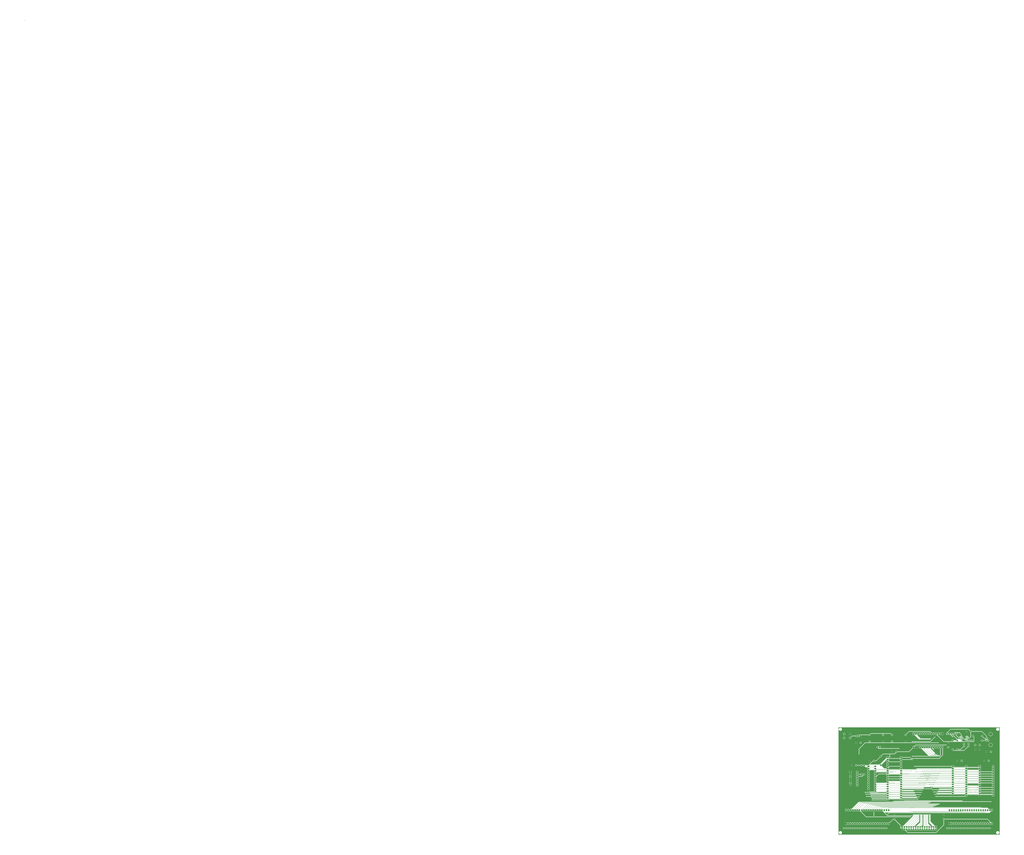
<source format=gtl>
G04 Layer: TopLayer*
G04 EasyEDA v6.3.22, 2020-04-29T08:02:14--7:00*
G04 df07cc009cc040c9afc33ab3c66112f2,1d979999f33e43778db822881d36423c,10*
G04 Gerber Generator version 0.2*
G04 Scale: 100 percent, Rotated: No, Reflected: No *
G04 Dimensions in millimeters *
G04 leading zeros omitted , absolute positions ,3 integer and 3 decimal *
%FSLAX33Y33*%
%MOMM*%
G90*
G71D02*

%ADD11C,0.127000*%
%ADD12C,0.599999*%
%ADD13R,1.803400X0.406400*%
%ADD14C,1.879600*%
%ADD15R,1.599997X2.399995*%
%ADD16C,1.524000*%
%ADD17R,2.399995X1.599997*%
%ADD18R,1.999996X1.999996*%
%ADD19C,1.999996*%
%ADD20R,1.899996X1.899996*%
%ADD21C,1.899996*%
%ADD22R,1.676400X1.676400*%
%ADD23C,1.799996*%
%ADD24R,1.799996X1.799996*%
%ADD25R,1.599997X1.599997*%
%ADD26C,1.599997*%
%ADD27C,1.651000*%
%ADD28C,1.699997*%
%ADD29C,3.999992*%

%LPD*%
G36*
G01X182397Y121539D02*
G01X482Y121539D01*
G01X468Y121537D01*
G01X453Y121534D01*
G01X440Y121529D01*
G01X427Y121522D01*
G01X416Y121514D01*
G01X405Y121503D01*
G01X397Y121492D01*
G01X390Y121479D01*
G01X385Y121466D01*
G01X382Y121451D01*
G01X380Y121437D01*
G01X380Y358D01*
G01X382Y343D01*
G01X385Y329D01*
G01X390Y315D01*
G01X397Y303D01*
G01X405Y291D01*
G01X416Y281D01*
G01X427Y272D01*
G01X440Y265D01*
G01X453Y260D01*
G01X468Y257D01*
G01X482Y256D01*
G01X182397Y256D01*
G01X182411Y257D01*
G01X182426Y260D01*
G01X182439Y265D01*
G01X182452Y272D01*
G01X182463Y281D01*
G01X182474Y291D01*
G01X182482Y303D01*
G01X182489Y315D01*
G01X182494Y329D01*
G01X182497Y343D01*
G01X182499Y358D01*
G01X182499Y121437D01*
G01X182497Y121451D01*
G01X182494Y121466D01*
G01X182489Y121479D01*
G01X182482Y121492D01*
G01X182474Y121503D01*
G01X182463Y121514D01*
G01X182452Y121522D01*
G01X182439Y121529D01*
G01X182426Y121534D01*
G01X182411Y121537D01*
G01X182397Y121539D01*
G37*

%LPC*%
G36*
G01X121953Y102155D02*
G01X121920Y102156D01*
G01X121885Y102155D01*
G01X121850Y102152D01*
G01X121816Y102146D01*
G01X121782Y102139D01*
G01X121748Y102129D01*
G01X121716Y102117D01*
G01X121684Y102104D01*
G01X121653Y102088D01*
G01X121623Y102070D01*
G01X121594Y102051D01*
G01X121566Y102029D01*
G01X121540Y102007D01*
G01X121515Y101982D01*
G01X121492Y101956D01*
G01X121482Y101945D01*
G01X121470Y101936D01*
G01X121457Y101929D01*
G01X121443Y101924D01*
G01X121429Y101921D01*
G01X121414Y101920D01*
G01X87630Y101920D01*
G01X87602Y101918D01*
G01X87574Y101915D01*
G01X87547Y101909D01*
G01X87520Y101900D01*
G01X87494Y101890D01*
G01X87469Y101877D01*
G01X87446Y101862D01*
G01X87424Y101845D01*
G01X87403Y101826D01*
G01X85876Y100299D01*
G01X85864Y100288D01*
G01X85851Y100280D01*
G01X85836Y100274D01*
G01X85820Y100270D01*
G01X85804Y100269D01*
G01X85788Y100270D01*
G01X85771Y100275D01*
G01X85756Y100281D01*
G01X85742Y100291D01*
G01X85704Y100319D01*
G01X85665Y100345D01*
G01X85626Y100370D01*
G01X85585Y100393D01*
G01X85543Y100414D01*
G01X85500Y100433D01*
G01X85457Y100450D01*
G01X85412Y100466D01*
G01X85367Y100479D01*
G01X85322Y100490D01*
G01X85276Y100499D01*
G01X85230Y100507D01*
G01X85183Y100512D01*
G01X85136Y100515D01*
G01X85090Y100516D01*
G01X85042Y100515D01*
G01X84995Y100512D01*
G01X84948Y100506D01*
G01X84901Y100499D01*
G01X84854Y100490D01*
G01X84808Y100478D01*
G01X84763Y100464D01*
G01X84718Y100449D01*
G01X84674Y100431D01*
G01X84631Y100411D01*
G01X84589Y100390D01*
G01X84548Y100366D01*
G01X84507Y100341D01*
G01X84468Y100314D01*
G01X84431Y100286D01*
G01X84394Y100255D01*
G01X84359Y100223D01*
G01X84326Y100190D01*
G01X84294Y100155D01*
G01X84263Y100118D01*
G01X84235Y100081D01*
G01X84208Y100042D01*
G01X84183Y100001D01*
G01X84159Y99960D01*
G01X84138Y99918D01*
G01X84118Y99875D01*
G01X84100Y99831D01*
G01X84085Y99786D01*
G01X84071Y99741D01*
G01X84059Y99695D01*
G01X84050Y99648D01*
G01X84043Y99601D01*
G01X84037Y99554D01*
G01X84034Y99507D01*
G01X84033Y99459D01*
G01X84033Y98660D01*
G01X84035Y98590D01*
G01X84042Y98521D01*
G01X84043Y98508D01*
G01X84042Y98492D01*
G01X84038Y98476D01*
G01X84032Y98462D01*
G01X84024Y98448D01*
G01X84013Y98436D01*
G01X79907Y94329D01*
G01X79895Y94319D01*
G01X79881Y94311D01*
G01X79866Y94305D01*
G01X79851Y94301D01*
G01X79835Y94300D01*
G01X67225Y94300D01*
G01X67209Y94301D01*
G01X67194Y94304D01*
G01X67180Y94310D01*
G01X67166Y94318D01*
G01X67154Y94328D01*
G01X67144Y94340D01*
G01X67135Y94353D01*
G01X67129Y94367D01*
G01X67112Y94413D01*
G01X67092Y94458D01*
G01X67071Y94502D01*
G01X67048Y94545D01*
G01X67023Y94588D01*
G01X66997Y94629D01*
G01X66968Y94669D01*
G01X66938Y94707D01*
G01X66907Y94745D01*
G01X66873Y94781D01*
G01X66839Y94816D01*
G01X66803Y94849D01*
G01X66765Y94880D01*
G01X66726Y94910D01*
G01X66686Y94938D01*
G01X66645Y94965D01*
G01X66603Y94990D01*
G01X66559Y95013D01*
G01X66515Y95034D01*
G01X66470Y95053D01*
G01X66424Y95070D01*
G01X66378Y95086D01*
G01X66330Y95099D01*
G01X66283Y95110D01*
G01X66235Y95119D01*
G01X66186Y95127D01*
G01X66137Y95132D01*
G01X66089Y95135D01*
G01X66040Y95136D01*
G01X65990Y95135D01*
G01X65941Y95132D01*
G01X65893Y95127D01*
G01X65844Y95119D01*
G01X65796Y95110D01*
G01X65748Y95099D01*
G01X65701Y95085D01*
G01X65654Y95070D01*
G01X65608Y95053D01*
G01X65563Y95033D01*
G01X65519Y95012D01*
G01X65475Y94989D01*
G01X65433Y94964D01*
G01X65392Y94938D01*
G01X65352Y94909D01*
G01X65313Y94879D01*
G01X65275Y94848D01*
G01X65239Y94814D01*
G01X65205Y94780D01*
G01X65171Y94744D01*
G01X65140Y94706D01*
G01X65110Y94667D01*
G01X65081Y94627D01*
G01X65055Y94586D01*
G01X65030Y94544D01*
G01X65007Y94500D01*
G01X64986Y94456D01*
G01X64966Y94411D01*
G01X64949Y94365D01*
G01X64934Y94318D01*
G01X64920Y94271D01*
G01X64909Y94223D01*
G01X64900Y94175D01*
G01X64892Y94126D01*
G01X64887Y94078D01*
G01X64884Y94029D01*
G01X64883Y93980D01*
G01X64884Y93928D01*
G01X64888Y93877D01*
G01X64893Y93826D01*
G01X64901Y93775D01*
G01X64911Y93725D01*
G01X64924Y93675D01*
G01X64938Y93626D01*
G01X64955Y93578D01*
G01X64974Y93530D01*
G01X64995Y93483D01*
G01X65000Y93469D01*
G01X65004Y93454D01*
G01X65005Y93439D01*
G01X65004Y93424D01*
G01X65000Y93408D01*
G01X64994Y93393D01*
G01X64985Y93380D01*
G01X64975Y93368D01*
G01X63397Y91789D01*
G01X63385Y91779D01*
G01X63371Y91771D01*
G01X63356Y91765D01*
G01X63341Y91761D01*
G01X63325Y91760D01*
G01X50800Y91760D01*
G01X50772Y91758D01*
G01X50744Y91755D01*
G01X50717Y91749D01*
G01X50690Y91740D01*
G01X50664Y91730D01*
G01X50639Y91717D01*
G01X50616Y91702D01*
G01X50594Y91685D01*
G01X50573Y91666D01*
G01X48901Y89994D01*
G01X48889Y89983D01*
G01X48875Y89975D01*
G01X48861Y89969D01*
G01X48845Y89965D01*
G01X48829Y89964D01*
G01X48814Y89965D01*
G01X48799Y89969D01*
G01X48785Y89974D01*
G01X48740Y89995D01*
G01X48694Y90014D01*
G01X48648Y90031D01*
G01X48601Y90046D01*
G01X48553Y90059D01*
G01X48505Y90070D01*
G01X48456Y90080D01*
G01X48407Y90087D01*
G01X48358Y90092D01*
G01X48309Y90095D01*
G01X48260Y90096D01*
G01X48210Y90095D01*
G01X48161Y90092D01*
G01X48112Y90087D01*
G01X48063Y90080D01*
G01X48014Y90070D01*
G01X47966Y90059D01*
G01X47918Y90046D01*
G01X47871Y90031D01*
G01X47825Y90014D01*
G01X47779Y89995D01*
G01X47734Y89974D01*
G01X47690Y89952D01*
G01X47647Y89927D01*
G01X47605Y89901D01*
G01X47564Y89873D01*
G01X47525Y89844D01*
G01X47486Y89812D01*
G01X47449Y89780D01*
G01X47379Y89710D01*
G01X47347Y89673D01*
G01X47315Y89634D01*
G01X47286Y89595D01*
G01X47258Y89554D01*
G01X47232Y89512D01*
G01X47207Y89469D01*
G01X47185Y89425D01*
G01X47164Y89380D01*
G01X47145Y89334D01*
G01X47128Y89288D01*
G01X47113Y89241D01*
G01X47100Y89193D01*
G01X47089Y89145D01*
G01X47079Y89096D01*
G01X47072Y89047D01*
G01X47067Y88998D01*
G01X47064Y88949D01*
G01X47063Y88899D01*
G01X47064Y88850D01*
G01X47067Y88801D01*
G01X47072Y88752D01*
G01X47079Y88703D01*
G01X47089Y88654D01*
G01X47100Y88606D01*
G01X47113Y88558D01*
G01X47128Y88511D01*
G01X47145Y88465D01*
G01X47164Y88419D01*
G01X47185Y88374D01*
G01X47190Y88360D01*
G01X47194Y88345D01*
G01X47195Y88330D01*
G01X47194Y88314D01*
G01X47190Y88298D01*
G01X47184Y88284D01*
G01X47176Y88270D01*
G01X47165Y88258D01*
G01X43077Y84169D01*
G01X43065Y84159D01*
G01X43051Y84151D01*
G01X43036Y84145D01*
G01X43021Y84141D01*
G01X43005Y84140D01*
G01X41825Y84140D01*
G01X41809Y84141D01*
G01X41794Y84144D01*
G01X41780Y84150D01*
G01X41766Y84158D01*
G01X41754Y84168D01*
G01X41744Y84180D01*
G01X41735Y84193D01*
G01X41729Y84207D01*
G01X41712Y84253D01*
G01X41692Y84298D01*
G01X41671Y84342D01*
G01X41648Y84385D01*
G01X41623Y84428D01*
G01X41597Y84469D01*
G01X41568Y84509D01*
G01X41538Y84547D01*
G01X41507Y84585D01*
G01X41473Y84621D01*
G01X41439Y84656D01*
G01X41403Y84689D01*
G01X41365Y84720D01*
G01X41326Y84750D01*
G01X41286Y84778D01*
G01X41245Y84805D01*
G01X41203Y84830D01*
G01X41159Y84853D01*
G01X41115Y84874D01*
G01X41070Y84893D01*
G01X41024Y84910D01*
G01X40978Y84926D01*
G01X40930Y84939D01*
G01X40883Y84950D01*
G01X40835Y84959D01*
G01X40786Y84967D01*
G01X40737Y84972D01*
G01X40689Y84975D01*
G01X40640Y84976D01*
G01X40591Y84975D01*
G01X40542Y84972D01*
G01X40494Y84967D01*
G01X40445Y84960D01*
G01X40398Y84950D01*
G01X40350Y84939D01*
G01X40303Y84926D01*
G01X40257Y84911D01*
G01X40211Y84894D01*
G01X40166Y84875D01*
G01X40122Y84854D01*
G01X40079Y84831D01*
G01X40037Y84807D01*
G01X39996Y84781D01*
G01X39956Y84753D01*
G01X39917Y84723D01*
G01X39880Y84692D01*
G01X39844Y84659D01*
G01X39809Y84625D01*
G01X39776Y84589D01*
G01X39744Y84552D01*
G01X39714Y84514D01*
G01X39686Y84474D01*
G01X39659Y84433D01*
G01X39634Y84391D01*
G01X39611Y84349D01*
G01X39590Y84305D01*
G01X39570Y84260D01*
G01X39553Y84215D01*
G01X39537Y84168D01*
G01X39531Y84153D01*
G01X39522Y84139D01*
G01X39511Y84127D01*
G01X39498Y84116D01*
G01X39484Y84108D01*
G01X39461Y84095D01*
G01X39438Y84080D01*
G01X39417Y84064D01*
G01X39397Y84046D01*
G01X34314Y78962D01*
G01X34302Y78952D01*
G01X34288Y78944D01*
G01X34273Y78938D01*
G01X34258Y78934D01*
G01X34242Y78933D01*
G01X30564Y78933D01*
G01X30548Y78934D01*
G01X30533Y78937D01*
G01X30518Y78943D01*
G01X30505Y78951D01*
G01X30493Y78962D01*
G01X30483Y78973D01*
G01X30474Y78987D01*
G01X30468Y79001D01*
G01X30451Y79048D01*
G01X30432Y79093D01*
G01X30411Y79138D01*
G01X30389Y79182D01*
G01X30364Y79225D01*
G01X30338Y79267D01*
G01X30310Y79308D01*
G01X30280Y79347D01*
G01X30249Y79386D01*
G01X30217Y79423D01*
G01X30182Y79459D01*
G01X30147Y79493D01*
G01X30110Y79525D01*
G01X30071Y79557D01*
G01X30032Y79586D01*
G01X29991Y79614D01*
G01X29949Y79640D01*
G01X29906Y79665D01*
G01X29862Y79687D01*
G01X29817Y79708D01*
G01X29771Y79727D01*
G01X29725Y79744D01*
G01X29678Y79759D01*
G01X29630Y79772D01*
G01X29582Y79783D01*
G01X29533Y79793D01*
G01X29484Y79800D01*
G01X29435Y79805D01*
G01X29386Y79808D01*
G01X29337Y79809D01*
G01X29287Y79808D01*
G01X29238Y79805D01*
G01X29189Y79800D01*
G01X29140Y79793D01*
G01X29091Y79783D01*
G01X29043Y79772D01*
G01X28995Y79759D01*
G01X28948Y79744D01*
G01X28902Y79727D01*
G01X28856Y79708D01*
G01X28811Y79687D01*
G01X28767Y79665D01*
G01X28724Y79640D01*
G01X28682Y79614D01*
G01X28641Y79586D01*
G01X28602Y79557D01*
G01X28563Y79525D01*
G01X28526Y79493D01*
G01X28491Y79459D01*
G01X28456Y79423D01*
G01X28424Y79386D01*
G01X28393Y79347D01*
G01X28363Y79308D01*
G01X28335Y79267D01*
G01X28309Y79225D01*
G01X28284Y79182D01*
G01X28262Y79138D01*
G01X28241Y79093D01*
G01X28222Y79048D01*
G01X28205Y79001D01*
G01X28199Y78987D01*
G01X28190Y78973D01*
G01X28180Y78962D01*
G01X28168Y78951D01*
G01X28155Y78943D01*
G01X28140Y78937D01*
G01X28125Y78934D01*
G01X28109Y78933D01*
G01X27516Y78933D01*
G01X27500Y78934D01*
G01X27485Y78937D01*
G01X27470Y78943D01*
G01X27457Y78951D01*
G01X27445Y78962D01*
G01X27435Y78973D01*
G01X27426Y78987D01*
G01X27420Y79001D01*
G01X27403Y79048D01*
G01X27384Y79093D01*
G01X27363Y79138D01*
G01X27341Y79182D01*
G01X27316Y79225D01*
G01X27290Y79267D01*
G01X27262Y79308D01*
G01X27232Y79347D01*
G01X27201Y79386D01*
G01X27169Y79423D01*
G01X27134Y79459D01*
G01X27099Y79493D01*
G01X27062Y79525D01*
G01X27023Y79557D01*
G01X26984Y79586D01*
G01X26943Y79614D01*
G01X26901Y79640D01*
G01X26858Y79665D01*
G01X26814Y79687D01*
G01X26769Y79708D01*
G01X26723Y79727D01*
G01X26677Y79744D01*
G01X26630Y79759D01*
G01X26582Y79772D01*
G01X26534Y79783D01*
G01X26485Y79793D01*
G01X26436Y79800D01*
G01X26387Y79805D01*
G01X26338Y79808D01*
G01X26289Y79809D01*
G01X26239Y79808D01*
G01X26190Y79805D01*
G01X26141Y79800D01*
G01X26092Y79793D01*
G01X26043Y79783D01*
G01X25995Y79772D01*
G01X25947Y79759D01*
G01X25900Y79744D01*
G01X25854Y79727D01*
G01X25808Y79708D01*
G01X25763Y79687D01*
G01X25719Y79665D01*
G01X25676Y79640D01*
G01X25634Y79614D01*
G01X25593Y79586D01*
G01X25554Y79557D01*
G01X25515Y79525D01*
G01X25478Y79493D01*
G01X25443Y79459D01*
G01X25408Y79423D01*
G01X25376Y79386D01*
G01X25345Y79347D01*
G01X25315Y79308D01*
G01X25287Y79267D01*
G01X25261Y79225D01*
G01X25236Y79182D01*
G01X25214Y79138D01*
G01X25193Y79093D01*
G01X25174Y79048D01*
G01X25157Y79001D01*
G01X25151Y78987D01*
G01X25142Y78973D01*
G01X25132Y78962D01*
G01X25120Y78951D01*
G01X25107Y78943D01*
G01X25092Y78937D01*
G01X25077Y78934D01*
G01X25061Y78933D01*
G01X21543Y78933D01*
G01X21528Y78934D01*
G01X21513Y78937D01*
G01X21499Y78942D01*
G01X21486Y78950D01*
G01X21474Y78959D01*
G01X21464Y78970D01*
G01X21455Y78983D01*
G01X21448Y78996D01*
G01X21444Y79010D01*
G01X21431Y79058D01*
G01X21416Y79106D01*
G01X21400Y79153D01*
G01X21381Y79199D01*
G01X21360Y79244D01*
G01X21337Y79289D01*
G01X21313Y79332D01*
G01X21286Y79374D01*
G01X21258Y79415D01*
G01X21228Y79455D01*
G01X21197Y79493D01*
G01X21163Y79530D01*
G01X21129Y79566D01*
G01X21092Y79600D01*
G01X21055Y79632D01*
G01X21015Y79663D01*
G01X20975Y79692D01*
G01X20933Y79720D01*
G01X20891Y79745D01*
G01X20847Y79769D01*
G01X20802Y79791D01*
G01X20756Y79810D01*
G01X20710Y79828D01*
G01X20663Y79844D01*
G01X20615Y79858D01*
G01X20567Y79869D01*
G01X20518Y79879D01*
G01X20468Y79886D01*
G01X20419Y79892D01*
G01X20369Y79895D01*
G01X20320Y79896D01*
G01X20270Y79895D01*
G01X20221Y79892D01*
G01X20173Y79887D01*
G01X20124Y79879D01*
G01X20076Y79870D01*
G01X20028Y79859D01*
G01X19981Y79845D01*
G01X19934Y79830D01*
G01X19888Y79813D01*
G01X19843Y79793D01*
G01X19799Y79772D01*
G01X19755Y79749D01*
G01X19713Y79724D01*
G01X19672Y79698D01*
G01X19632Y79669D01*
G01X19593Y79639D01*
G01X19555Y79608D01*
G01X19519Y79574D01*
G01X19485Y79540D01*
G01X19451Y79504D01*
G01X19420Y79466D01*
G01X19390Y79427D01*
G01X19361Y79387D01*
G01X19335Y79346D01*
G01X19310Y79304D01*
G01X19287Y79260D01*
G01X19266Y79216D01*
G01X19246Y79171D01*
G01X19229Y79125D01*
G01X19214Y79078D01*
G01X19200Y79031D01*
G01X19189Y78983D01*
G01X19180Y78935D01*
G01X19172Y78886D01*
G01X19167Y78838D01*
G01X19164Y78789D01*
G01X19163Y78740D01*
G01X19164Y78690D01*
G01X19167Y78641D01*
G01X19172Y78593D01*
G01X19180Y78544D01*
G01X19189Y78496D01*
G01X19200Y78448D01*
G01X19214Y78401D01*
G01X19229Y78354D01*
G01X19246Y78308D01*
G01X19266Y78263D01*
G01X19287Y78219D01*
G01X19310Y78175D01*
G01X19335Y78133D01*
G01X19361Y78092D01*
G01X19390Y78052D01*
G01X19420Y78013D01*
G01X19451Y77975D01*
G01X19485Y77939D01*
G01X19519Y77905D01*
G01X19555Y77871D01*
G01X19593Y77840D01*
G01X19632Y77810D01*
G01X19672Y77781D01*
G01X19713Y77755D01*
G01X19755Y77730D01*
G01X19799Y77707D01*
G01X19843Y77686D01*
G01X19888Y77666D01*
G01X19934Y77649D01*
G01X19981Y77634D01*
G01X20028Y77620D01*
G01X20076Y77609D01*
G01X20124Y77600D01*
G01X20173Y77592D01*
G01X20221Y77587D01*
G01X20270Y77584D01*
G01X20320Y77583D01*
G01X20369Y77584D01*
G01X20419Y77587D01*
G01X20468Y77593D01*
G01X20518Y77600D01*
G01X20567Y77610D01*
G01X20615Y77621D01*
G01X20663Y77635D01*
G01X20710Y77651D01*
G01X20757Y77669D01*
G01X20802Y77689D01*
G01X20847Y77710D01*
G01X20891Y77734D01*
G01X20934Y77759D01*
G01X20975Y77787D01*
G01X21016Y77816D01*
G01X21055Y77847D01*
G01X21093Y77879D01*
G01X21129Y77913D01*
G01X21164Y77949D01*
G01X21197Y77986D01*
G01X21229Y78024D01*
G01X21258Y78064D01*
G01X21287Y78105D01*
G01X21313Y78148D01*
G01X21338Y78191D01*
G01X21360Y78235D01*
G01X21369Y78249D01*
G01X21379Y78262D01*
G01X21391Y78272D01*
G01X21405Y78281D01*
G01X21420Y78287D01*
G01X21436Y78291D01*
G01X21452Y78292D01*
G01X25061Y78292D01*
G01X25077Y78291D01*
G01X25092Y78288D01*
G01X25107Y78282D01*
G01X25120Y78274D01*
G01X25132Y78263D01*
G01X25142Y78252D01*
G01X25151Y78238D01*
G01X25157Y78224D01*
G01X25174Y78177D01*
G01X25193Y78132D01*
G01X25214Y78087D01*
G01X25236Y78043D01*
G01X25261Y78000D01*
G01X25287Y77958D01*
G01X25315Y77917D01*
G01X25345Y77878D01*
G01X25376Y77839D01*
G01X25408Y77802D01*
G01X25443Y77766D01*
G01X25478Y77732D01*
G01X25515Y77700D01*
G01X25554Y77668D01*
G01X25593Y77639D01*
G01X25634Y77611D01*
G01X25676Y77585D01*
G01X25719Y77560D01*
G01X25763Y77538D01*
G01X25808Y77517D01*
G01X25854Y77498D01*
G01X25900Y77481D01*
G01X25947Y77466D01*
G01X25995Y77453D01*
G01X26043Y77442D01*
G01X26092Y77432D01*
G01X26141Y77425D01*
G01X26190Y77420D01*
G01X26239Y77417D01*
G01X26289Y77416D01*
G01X26338Y77417D01*
G01X26387Y77420D01*
G01X26436Y77425D01*
G01X26485Y77432D01*
G01X26534Y77442D01*
G01X26582Y77453D01*
G01X26630Y77466D01*
G01X26677Y77481D01*
G01X26723Y77498D01*
G01X26769Y77517D01*
G01X26814Y77538D01*
G01X26858Y77560D01*
G01X26901Y77585D01*
G01X26943Y77611D01*
G01X26984Y77639D01*
G01X27023Y77668D01*
G01X27062Y77700D01*
G01X27099Y77732D01*
G01X27134Y77766D01*
G01X27169Y77802D01*
G01X27201Y77839D01*
G01X27232Y77878D01*
G01X27262Y77917D01*
G01X27290Y77958D01*
G01X27316Y78000D01*
G01X27341Y78043D01*
G01X27363Y78087D01*
G01X27384Y78132D01*
G01X27403Y78177D01*
G01X27420Y78224D01*
G01X27426Y78238D01*
G01X27435Y78252D01*
G01X27445Y78263D01*
G01X27457Y78274D01*
G01X27470Y78282D01*
G01X27485Y78288D01*
G01X27500Y78291D01*
G01X27516Y78292D01*
G01X28109Y78292D01*
G01X28125Y78291D01*
G01X28140Y78288D01*
G01X28155Y78282D01*
G01X28168Y78274D01*
G01X28180Y78263D01*
G01X28190Y78252D01*
G01X28199Y78238D01*
G01X28205Y78224D01*
G01X28222Y78177D01*
G01X28241Y78132D01*
G01X28262Y78087D01*
G01X28284Y78043D01*
G01X28309Y78000D01*
G01X28335Y77958D01*
G01X28363Y77917D01*
G01X28393Y77878D01*
G01X28424Y77839D01*
G01X28456Y77802D01*
G01X28491Y77766D01*
G01X28526Y77732D01*
G01X28563Y77700D01*
G01X28602Y77668D01*
G01X28641Y77639D01*
G01X28682Y77611D01*
G01X28724Y77585D01*
G01X28767Y77560D01*
G01X28811Y77538D01*
G01X28856Y77517D01*
G01X28902Y77498D01*
G01X28948Y77481D01*
G01X28995Y77466D01*
G01X29043Y77453D01*
G01X29091Y77442D01*
G01X29140Y77432D01*
G01X29189Y77425D01*
G01X29238Y77420D01*
G01X29287Y77417D01*
G01X29337Y77416D01*
G01X29386Y77417D01*
G01X29435Y77420D01*
G01X29484Y77425D01*
G01X29533Y77432D01*
G01X29582Y77442D01*
G01X29630Y77453D01*
G01X29678Y77466D01*
G01X29725Y77481D01*
G01X29771Y77498D01*
G01X29817Y77517D01*
G01X29862Y77538D01*
G01X29876Y77543D01*
G01X29891Y77547D01*
G01X29906Y77548D01*
G01X29922Y77547D01*
G01X29938Y77543D01*
G01X29952Y77537D01*
G01X29966Y77529D01*
G01X29978Y77518D01*
G01X31269Y76227D01*
G01X31290Y76208D01*
G01X31312Y76191D01*
G01X31335Y76176D01*
G01X31360Y76163D01*
G01X31386Y76153D01*
G01X31413Y76144D01*
G01X31440Y76138D01*
G01X31468Y76135D01*
G01X31496Y76133D01*
G01X33534Y76133D01*
G01X33549Y76132D01*
G01X33563Y76129D01*
G01X33577Y76124D01*
G01X33589Y76117D01*
G01X33601Y76109D01*
G01X33611Y76098D01*
G01X33620Y76087D01*
G01X33627Y76074D01*
G01X33632Y76060D01*
G01X33635Y76046D01*
G01X33636Y76032D01*
G01X33635Y76016D01*
G01X33631Y76000D01*
G01X33625Y75986D01*
G01X33617Y75972D01*
G01X33606Y75960D01*
G01X33594Y75950D01*
G01X33580Y75941D01*
G01X33566Y75935D01*
G01X33521Y75920D01*
G01X33477Y75902D01*
G01X33433Y75882D01*
G01X33391Y75861D01*
G01X33349Y75838D01*
G01X33309Y75812D01*
G01X33270Y75785D01*
G01X33232Y75757D01*
G01X33196Y75726D01*
G01X33161Y75694D01*
G01X33127Y75661D01*
G01X33095Y75626D01*
G01X33064Y75589D01*
G01X33036Y75552D01*
G01X33008Y75513D01*
G01X32983Y75472D01*
G01X32960Y75431D01*
G01X32938Y75389D01*
G01X32918Y75346D01*
G01X32901Y75301D01*
G01X32885Y75257D01*
G01X32871Y75211D01*
G01X32860Y75165D01*
G01X32850Y75119D01*
G01X32843Y75072D01*
G01X32837Y75024D01*
G01X32834Y74977D01*
G01X32833Y74930D01*
G01X32834Y74882D01*
G01X32837Y74835D01*
G01X32843Y74788D01*
G01X32850Y74741D01*
G01X32859Y74694D01*
G01X32871Y74648D01*
G01X32885Y74603D01*
G01X32900Y74558D01*
G01X32918Y74514D01*
G01X32938Y74471D01*
G01X32959Y74429D01*
G01X32983Y74388D01*
G01X33008Y74347D01*
G01X33035Y74308D01*
G01X33063Y74271D01*
G01X33094Y74234D01*
G01X33126Y74199D01*
G01X33159Y74166D01*
G01X33194Y74134D01*
G01X33231Y74103D01*
G01X33268Y74075D01*
G01X33307Y74048D01*
G01X33348Y74023D01*
G01X33389Y73999D01*
G01X33431Y73978D01*
G01X33474Y73958D01*
G01X33518Y73940D01*
G01X33563Y73925D01*
G01X33608Y73911D01*
G01X33654Y73899D01*
G01X33701Y73890D01*
G01X33748Y73883D01*
G01X33795Y73877D01*
G01X33842Y73874D01*
G01X33890Y73873D01*
G01X34724Y73873D01*
G01X34740Y73872D01*
G01X34755Y73868D01*
G01X34770Y73862D01*
G01X34784Y73854D01*
G01X34796Y73844D01*
G01X35059Y73581D01*
G01X35069Y73569D01*
G01X35077Y73555D01*
G01X35084Y73540D01*
G01X35087Y73525D01*
G01X35089Y73509D01*
G01X35087Y73494D01*
G01X35084Y73480D01*
G01X35079Y73467D01*
G01X35072Y73454D01*
G01X35064Y73442D01*
G01X35053Y73432D01*
G01X35042Y73423D01*
G01X35029Y73416D01*
G01X35016Y73411D01*
G01X35001Y73408D01*
G01X34987Y73407D01*
G01X34961Y73411D01*
G01X34907Y73423D01*
G01X34853Y73433D01*
G01X34799Y73440D01*
G01X34744Y73445D01*
G01X34689Y73446D01*
G01X33890Y73446D01*
G01X33842Y73445D01*
G01X33795Y73442D01*
G01X33748Y73436D01*
G01X33701Y73429D01*
G01X33654Y73420D01*
G01X33608Y73408D01*
G01X33563Y73394D01*
G01X33518Y73379D01*
G01X33474Y73361D01*
G01X33431Y73341D01*
G01X33389Y73320D01*
G01X33348Y73296D01*
G01X33307Y73271D01*
G01X33268Y73244D01*
G01X33231Y73216D01*
G01X33194Y73185D01*
G01X33159Y73153D01*
G01X33126Y73120D01*
G01X33094Y73085D01*
G01X33063Y73048D01*
G01X33035Y73011D01*
G01X33008Y72972D01*
G01X32983Y72931D01*
G01X32959Y72890D01*
G01X32938Y72848D01*
G01X32918Y72805D01*
G01X32900Y72761D01*
G01X32885Y72716D01*
G01X32871Y72671D01*
G01X32859Y72625D01*
G01X32850Y72578D01*
G01X32843Y72531D01*
G01X32837Y72484D01*
G01X32834Y72437D01*
G01X32833Y72390D01*
G01X32834Y72342D01*
G01X32837Y72295D01*
G01X32843Y72248D01*
G01X32850Y72201D01*
G01X32859Y72154D01*
G01X32871Y72108D01*
G01X32885Y72063D01*
G01X32900Y72018D01*
G01X32918Y71974D01*
G01X32938Y71931D01*
G01X32959Y71889D01*
G01X32983Y71848D01*
G01X33008Y71807D01*
G01X33035Y71768D01*
G01X33063Y71731D01*
G01X33094Y71694D01*
G01X33126Y71659D01*
G01X33159Y71626D01*
G01X33194Y71594D01*
G01X33231Y71563D01*
G01X33268Y71535D01*
G01X33307Y71508D01*
G01X33348Y71483D01*
G01X33389Y71459D01*
G01X33431Y71438D01*
G01X33474Y71418D01*
G01X33518Y71400D01*
G01X33563Y71385D01*
G01X33608Y71371D01*
G01X33654Y71359D01*
G01X33701Y71350D01*
G01X33748Y71343D01*
G01X33795Y71337D01*
G01X33842Y71334D01*
G01X33890Y71333D01*
G01X34689Y71333D01*
G01X34737Y71334D01*
G01X34784Y71337D01*
G01X34831Y71343D01*
G01X34878Y71350D01*
G01X34925Y71359D01*
G01X34971Y71371D01*
G01X35016Y71385D01*
G01X35061Y71400D01*
G01X35105Y71418D01*
G01X35148Y71438D01*
G01X35190Y71459D01*
G01X35231Y71483D01*
G01X35272Y71508D01*
G01X35311Y71535D01*
G01X35348Y71563D01*
G01X35385Y71594D01*
G01X35420Y71626D01*
G01X35453Y71659D01*
G01X35485Y71694D01*
G01X35516Y71731D01*
G01X35544Y71768D01*
G01X35571Y71807D01*
G01X35596Y71848D01*
G01X35620Y71889D01*
G01X35641Y71931D01*
G01X35661Y71974D01*
G01X35679Y72018D01*
G01X35694Y72063D01*
G01X35708Y72108D01*
G01X35720Y72154D01*
G01X35729Y72201D01*
G01X35736Y72248D01*
G01X35742Y72295D01*
G01X35745Y72342D01*
G01X35746Y72390D01*
G01X35745Y72437D01*
G01X35742Y72484D01*
G01X35736Y72531D01*
G01X35729Y72578D01*
G01X35720Y72625D01*
G01X35708Y72671D01*
G01X35694Y72716D01*
G01X35679Y72761D01*
G01X35661Y72805D01*
G01X35641Y72848D01*
G01X35620Y72890D01*
G01X35596Y72932D01*
G01X35588Y72948D01*
G01X35584Y72966D01*
G01X35582Y72984D01*
G01X35583Y72998D01*
G01X35586Y73012D01*
G01X35591Y73026D01*
G01X35598Y73039D01*
G01X35607Y73050D01*
G01X35617Y73061D01*
G01X35629Y73069D01*
G01X35641Y73076D01*
G01X35655Y73081D01*
G01X35669Y73084D01*
G01X35683Y73085D01*
G01X40516Y73085D01*
G01X40530Y73084D01*
G01X40544Y73081D01*
G01X40558Y73076D01*
G01X40570Y73069D01*
G01X40582Y73061D01*
G01X40592Y73050D01*
G01X40601Y73039D01*
G01X40608Y73026D01*
G01X40613Y73012D01*
G01X40616Y72998D01*
G01X40617Y72984D01*
G01X40615Y72966D01*
G01X40611Y72948D01*
G01X40603Y72932D01*
G01X40579Y72890D01*
G01X40558Y72848D01*
G01X40538Y72805D01*
G01X40520Y72761D01*
G01X40505Y72716D01*
G01X40491Y72671D01*
G01X40479Y72625D01*
G01X40470Y72578D01*
G01X40463Y72531D01*
G01X40457Y72484D01*
G01X40454Y72437D01*
G01X40453Y72390D01*
G01X40454Y72342D01*
G01X40457Y72295D01*
G01X40463Y72248D01*
G01X40470Y72201D01*
G01X40479Y72154D01*
G01X40491Y72108D01*
G01X40505Y72063D01*
G01X40520Y72018D01*
G01X40538Y71974D01*
G01X40558Y71931D01*
G01X40579Y71889D01*
G01X40603Y71848D01*
G01X40628Y71807D01*
G01X40655Y71768D01*
G01X40683Y71731D01*
G01X40714Y71694D01*
G01X40746Y71659D01*
G01X40779Y71626D01*
G01X40814Y71594D01*
G01X40851Y71563D01*
G01X40888Y71535D01*
G01X40927Y71508D01*
G01X40968Y71483D01*
G01X41009Y71459D01*
G01X41051Y71438D01*
G01X41094Y71418D01*
G01X41138Y71400D01*
G01X41183Y71385D01*
G01X41228Y71371D01*
G01X41274Y71359D01*
G01X41321Y71350D01*
G01X41368Y71343D01*
G01X41415Y71337D01*
G01X41462Y71334D01*
G01X41510Y71333D01*
G01X42309Y71333D01*
G01X42379Y71335D01*
G01X42448Y71342D01*
G01X42461Y71343D01*
G01X42477Y71342D01*
G01X42493Y71338D01*
G01X42507Y71332D01*
G01X42521Y71324D01*
G01X42533Y71313D01*
G01X42655Y71191D01*
G01X42665Y71179D01*
G01X42674Y71166D01*
G01X42680Y71151D01*
G01X42684Y71135D01*
G01X42685Y71120D01*
G01X42684Y71104D01*
G01X42680Y71088D01*
G01X42674Y71073D01*
G01X42665Y71060D01*
G01X42655Y71048D01*
G01X42533Y70926D01*
G01X42521Y70915D01*
G01X42507Y70907D01*
G01X42493Y70901D01*
G01X42477Y70897D01*
G01X42461Y70896D01*
G01X42448Y70897D01*
G01X42379Y70904D01*
G01X42309Y70906D01*
G01X41510Y70906D01*
G01X41462Y70905D01*
G01X41415Y70902D01*
G01X41368Y70896D01*
G01X41321Y70889D01*
G01X41274Y70880D01*
G01X41228Y70868D01*
G01X41183Y70854D01*
G01X41138Y70839D01*
G01X41094Y70821D01*
G01X41051Y70801D01*
G01X41009Y70780D01*
G01X40968Y70756D01*
G01X40927Y70731D01*
G01X40888Y70704D01*
G01X40851Y70676D01*
G01X40814Y70645D01*
G01X40779Y70613D01*
G01X40746Y70580D01*
G01X40714Y70545D01*
G01X40683Y70508D01*
G01X40655Y70471D01*
G01X40628Y70432D01*
G01X40603Y70391D01*
G01X40579Y70350D01*
G01X40558Y70308D01*
G01X40538Y70265D01*
G01X40520Y70221D01*
G01X40505Y70176D01*
G01X40491Y70131D01*
G01X40479Y70085D01*
G01X40470Y70038D01*
G01X40463Y69991D01*
G01X40457Y69944D01*
G01X40454Y69897D01*
G01X40453Y69850D01*
G01X40454Y69802D01*
G01X40457Y69755D01*
G01X40463Y69708D01*
G01X40470Y69661D01*
G01X40479Y69614D01*
G01X40491Y69568D01*
G01X40505Y69523D01*
G01X40520Y69478D01*
G01X40538Y69434D01*
G01X40558Y69391D01*
G01X40579Y69349D01*
G01X40603Y69308D01*
G01X40628Y69267D01*
G01X40655Y69228D01*
G01X40683Y69191D01*
G01X40714Y69154D01*
G01X40746Y69119D01*
G01X40779Y69086D01*
G01X40814Y69054D01*
G01X40851Y69023D01*
G01X40888Y68995D01*
G01X40927Y68968D01*
G01X40968Y68943D01*
G01X41009Y68919D01*
G01X41051Y68898D01*
G01X41094Y68878D01*
G01X41138Y68860D01*
G01X41183Y68845D01*
G01X41228Y68831D01*
G01X41274Y68819D01*
G01X41321Y68810D01*
G01X41368Y68803D01*
G01X41415Y68797D01*
G01X41462Y68794D01*
G01X41510Y68793D01*
G01X42309Y68793D01*
G01X42357Y68794D01*
G01X42404Y68797D01*
G01X42451Y68803D01*
G01X42498Y68810D01*
G01X42545Y68819D01*
G01X42591Y68831D01*
G01X42636Y68845D01*
G01X42681Y68860D01*
G01X42725Y68878D01*
G01X42768Y68898D01*
G01X42810Y68919D01*
G01X42851Y68943D01*
G01X42892Y68968D01*
G01X42931Y68995D01*
G01X42968Y69023D01*
G01X43005Y69054D01*
G01X43040Y69086D01*
G01X43073Y69119D01*
G01X43105Y69154D01*
G01X43136Y69191D01*
G01X43164Y69228D01*
G01X43191Y69267D01*
G01X43216Y69308D01*
G01X43240Y69349D01*
G01X43261Y69391D01*
G01X43281Y69434D01*
G01X43299Y69478D01*
G01X43314Y69523D01*
G01X43328Y69568D01*
G01X43340Y69614D01*
G01X43349Y69661D01*
G01X43356Y69708D01*
G01X43362Y69755D01*
G01X43365Y69802D01*
G01X43366Y69850D01*
G01X43365Y69897D01*
G01X43362Y69944D01*
G01X43356Y69991D01*
G01X43349Y70038D01*
G01X43340Y70085D01*
G01X43328Y70131D01*
G01X43314Y70176D01*
G01X43299Y70221D01*
G01X43281Y70265D01*
G01X43261Y70308D01*
G01X43240Y70350D01*
G01X43216Y70392D01*
G01X43208Y70408D01*
G01X43204Y70426D01*
G01X43202Y70444D01*
G01X43203Y70458D01*
G01X43206Y70472D01*
G01X43211Y70486D01*
G01X43218Y70499D01*
G01X43227Y70510D01*
G01X43237Y70521D01*
G01X43249Y70529D01*
G01X43261Y70536D01*
G01X43275Y70541D01*
G01X43289Y70544D01*
G01X43303Y70545D01*
G01X54486Y70545D01*
G01X54500Y70544D01*
G01X54514Y70541D01*
G01X54528Y70536D01*
G01X54540Y70529D01*
G01X54552Y70521D01*
G01X54562Y70510D01*
G01X54571Y70499D01*
G01X54578Y70486D01*
G01X54583Y70472D01*
G01X54586Y70458D01*
G01X54587Y70444D01*
G01X54585Y70426D01*
G01X54581Y70408D01*
G01X54573Y70392D01*
G01X54549Y70350D01*
G01X54528Y70308D01*
G01X54508Y70265D01*
G01X54490Y70221D01*
G01X54475Y70176D01*
G01X54461Y70131D01*
G01X54449Y70085D01*
G01X54440Y70038D01*
G01X54433Y69991D01*
G01X54427Y69944D01*
G01X54424Y69897D01*
G01X54423Y69849D01*
G01X54424Y69802D01*
G01X54427Y69755D01*
G01X54433Y69708D01*
G01X54440Y69661D01*
G01X54449Y69614D01*
G01X54461Y69568D01*
G01X54475Y69523D01*
G01X54490Y69478D01*
G01X54508Y69434D01*
G01X54528Y69391D01*
G01X54549Y69349D01*
G01X54573Y69307D01*
G01X54581Y69291D01*
G01X54585Y69273D01*
G01X54587Y69255D01*
G01X54586Y69241D01*
G01X54583Y69227D01*
G01X54578Y69213D01*
G01X54571Y69200D01*
G01X54562Y69189D01*
G01X54552Y69178D01*
G01X54540Y69170D01*
G01X54528Y69163D01*
G01X54514Y69158D01*
G01X54500Y69155D01*
G01X54486Y69154D01*
G01X45974Y69154D01*
G01X45946Y69152D01*
G01X45918Y69149D01*
G01X45891Y69143D01*
G01X45864Y69134D01*
G01X45838Y69124D01*
G01X45813Y69111D01*
G01X45790Y69096D01*
G01X45768Y69079D01*
G01X45747Y69060D01*
G01X43427Y66739D01*
G01X43415Y66729D01*
G01X43401Y66721D01*
G01X43386Y66715D01*
G01X43371Y66711D01*
G01X43355Y66710D01*
G01X43341Y66711D01*
G01X43326Y66714D01*
G01X43313Y66719D01*
G01X43300Y66726D01*
G01X43288Y66735D01*
G01X43278Y66745D01*
G01X43270Y66756D01*
G01X43263Y66769D01*
G01X43258Y66783D01*
G01X43254Y66797D01*
G01X43253Y66811D01*
G01X43255Y66826D01*
G01X43258Y66841D01*
G01X43263Y66855D01*
G01X43283Y66898D01*
G01X43300Y66942D01*
G01X43315Y66986D01*
G01X43329Y67031D01*
G01X43340Y67077D01*
G01X43349Y67123D01*
G01X43357Y67169D01*
G01X43362Y67216D01*
G01X43365Y67263D01*
G01X43366Y67310D01*
G01X43365Y67357D01*
G01X43362Y67404D01*
G01X43356Y67451D01*
G01X43349Y67498D01*
G01X43340Y67545D01*
G01X43328Y67591D01*
G01X43314Y67636D01*
G01X43299Y67681D01*
G01X43281Y67725D01*
G01X43261Y67768D01*
G01X43240Y67810D01*
G01X43216Y67851D01*
G01X43191Y67892D01*
G01X43164Y67931D01*
G01X43136Y67968D01*
G01X43105Y68005D01*
G01X43073Y68040D01*
G01X43040Y68073D01*
G01X43005Y68105D01*
G01X42968Y68136D01*
G01X42931Y68164D01*
G01X42892Y68191D01*
G01X42851Y68216D01*
G01X42810Y68240D01*
G01X42768Y68261D01*
G01X42725Y68281D01*
G01X42681Y68299D01*
G01X42636Y68314D01*
G01X42591Y68328D01*
G01X42545Y68340D01*
G01X42498Y68349D01*
G01X42451Y68356D01*
G01X42404Y68362D01*
G01X42357Y68365D01*
G01X42309Y68366D01*
G01X41510Y68366D01*
G01X41462Y68365D01*
G01X41415Y68362D01*
G01X41368Y68356D01*
G01X41321Y68349D01*
G01X41274Y68340D01*
G01X41228Y68328D01*
G01X41183Y68314D01*
G01X41138Y68299D01*
G01X41094Y68281D01*
G01X41051Y68261D01*
G01X41009Y68240D01*
G01X40968Y68216D01*
G01X40927Y68191D01*
G01X40888Y68164D01*
G01X40851Y68136D01*
G01X40814Y68105D01*
G01X40779Y68073D01*
G01X40746Y68040D01*
G01X40714Y68005D01*
G01X40683Y67968D01*
G01X40655Y67931D01*
G01X40628Y67892D01*
G01X40603Y67851D01*
G01X40579Y67810D01*
G01X40558Y67768D01*
G01X40538Y67725D01*
G01X40520Y67681D01*
G01X40505Y67636D01*
G01X40491Y67591D01*
G01X40479Y67545D01*
G01X40470Y67498D01*
G01X40463Y67451D01*
G01X40457Y67404D01*
G01X40454Y67357D01*
G01X40453Y67310D01*
G01X40454Y67262D01*
G01X40457Y67215D01*
G01X40463Y67168D01*
G01X40470Y67121D01*
G01X40479Y67074D01*
G01X40491Y67028D01*
G01X40505Y66983D01*
G01X40520Y66938D01*
G01X40538Y66894D01*
G01X40558Y66851D01*
G01X40579Y66809D01*
G01X40603Y66768D01*
G01X40628Y66727D01*
G01X40655Y66688D01*
G01X40683Y66651D01*
G01X40714Y66614D01*
G01X40746Y66579D01*
G01X40779Y66546D01*
G01X40814Y66514D01*
G01X40851Y66483D01*
G01X40888Y66455D01*
G01X40927Y66428D01*
G01X40968Y66403D01*
G01X41009Y66379D01*
G01X41051Y66358D01*
G01X41094Y66338D01*
G01X41138Y66320D01*
G01X41183Y66305D01*
G01X41228Y66291D01*
G01X41274Y66279D01*
G01X41321Y66270D01*
G01X41368Y66263D01*
G01X41415Y66257D01*
G01X41462Y66254D01*
G01X41510Y66253D01*
G01X42309Y66253D01*
G01X42356Y66254D01*
G01X42403Y66257D01*
G01X42450Y66262D01*
G01X42496Y66270D01*
G01X42542Y66279D01*
G01X42588Y66290D01*
G01X42633Y66304D01*
G01X42677Y66319D01*
G01X42721Y66336D01*
G01X42764Y66356D01*
G01X42778Y66361D01*
G01X42793Y66364D01*
G01X42808Y66366D01*
G01X42822Y66365D01*
G01X42836Y66361D01*
G01X42850Y66356D01*
G01X42863Y66349D01*
G01X42874Y66341D01*
G01X42884Y66331D01*
G01X42893Y66319D01*
G01X42900Y66306D01*
G01X42905Y66293D01*
G01X42908Y66278D01*
G01X42909Y66264D01*
G01X42908Y66248D01*
G01X42904Y66233D01*
G01X42898Y66218D01*
G01X42890Y66204D01*
G01X42880Y66192D01*
G01X42533Y65846D01*
G01X42521Y65835D01*
G01X42507Y65827D01*
G01X42493Y65821D01*
G01X42477Y65817D01*
G01X42461Y65816D01*
G01X42448Y65817D01*
G01X42379Y65824D01*
G01X42309Y65826D01*
G01X41510Y65826D01*
G01X41462Y65825D01*
G01X41415Y65822D01*
G01X41368Y65816D01*
G01X41321Y65809D01*
G01X41274Y65800D01*
G01X41228Y65788D01*
G01X41183Y65774D01*
G01X41138Y65759D01*
G01X41094Y65741D01*
G01X41051Y65721D01*
G01X41009Y65700D01*
G01X40968Y65676D01*
G01X40927Y65651D01*
G01X40888Y65624D01*
G01X40851Y65596D01*
G01X40814Y65565D01*
G01X40779Y65533D01*
G01X40746Y65500D01*
G01X40714Y65465D01*
G01X40683Y65428D01*
G01X40655Y65391D01*
G01X40628Y65352D01*
G01X40603Y65311D01*
G01X40579Y65270D01*
G01X40558Y65228D01*
G01X40538Y65185D01*
G01X40520Y65141D01*
G01X40505Y65096D01*
G01X40491Y65051D01*
G01X40479Y65005D01*
G01X40470Y64958D01*
G01X40463Y64911D01*
G01X40457Y64864D01*
G01X40454Y64817D01*
G01X40453Y64770D01*
G01X40454Y64722D01*
G01X40457Y64675D01*
G01X40463Y64628D01*
G01X40470Y64581D01*
G01X40479Y64534D01*
G01X40491Y64488D01*
G01X40505Y64443D01*
G01X40520Y64398D01*
G01X40538Y64354D01*
G01X40558Y64311D01*
G01X40579Y64269D01*
G01X40603Y64228D01*
G01X40628Y64187D01*
G01X40655Y64148D01*
G01X40683Y64111D01*
G01X40714Y64074D01*
G01X40746Y64039D01*
G01X40779Y64006D01*
G01X40814Y63974D01*
G01X40851Y63943D01*
G01X40888Y63915D01*
G01X40927Y63888D01*
G01X40968Y63863D01*
G01X41009Y63839D01*
G01X41051Y63818D01*
G01X41094Y63798D01*
G01X41138Y63780D01*
G01X41183Y63765D01*
G01X41228Y63751D01*
G01X41274Y63739D01*
G01X41321Y63730D01*
G01X41368Y63723D01*
G01X41415Y63717D01*
G01X41462Y63714D01*
G01X41510Y63713D01*
G01X42309Y63713D01*
G01X42357Y63714D01*
G01X42404Y63717D01*
G01X42451Y63723D01*
G01X42498Y63730D01*
G01X42545Y63739D01*
G01X42591Y63751D01*
G01X42636Y63765D01*
G01X42681Y63780D01*
G01X42725Y63798D01*
G01X42768Y63818D01*
G01X42810Y63839D01*
G01X42851Y63863D01*
G01X42892Y63888D01*
G01X42931Y63915D01*
G01X42968Y63943D01*
G01X43005Y63974D01*
G01X43040Y64006D01*
G01X43073Y64039D01*
G01X43105Y64074D01*
G01X43136Y64111D01*
G01X43164Y64148D01*
G01X43191Y64187D01*
G01X43216Y64228D01*
G01X43240Y64269D01*
G01X43261Y64311D01*
G01X43281Y64354D01*
G01X43299Y64398D01*
G01X43314Y64443D01*
G01X43328Y64488D01*
G01X43340Y64534D01*
G01X43349Y64581D01*
G01X43356Y64628D01*
G01X43362Y64675D01*
G01X43365Y64722D01*
G01X43366Y64769D01*
G01X43365Y64816D01*
G01X43362Y64863D01*
G01X43357Y64910D01*
G01X43349Y64956D01*
G01X43340Y65002D01*
G01X43329Y65047D01*
G01X43316Y65092D01*
G01X43300Y65137D01*
G01X43283Y65180D01*
G01X43264Y65223D01*
G01X43243Y65265D01*
G01X43220Y65306D01*
G01X43195Y65345D01*
G01X43169Y65384D01*
G01X43141Y65422D01*
G01X43131Y65436D01*
G01X43125Y65451D01*
G01X43120Y65468D01*
G01X43119Y65484D01*
G01X43120Y65500D01*
G01X43124Y65516D01*
G01X43130Y65531D01*
G01X43138Y65544D01*
G01X43149Y65556D01*
G01X46076Y68484D01*
G01X46088Y68494D01*
G01X46102Y68502D01*
G01X46117Y68508D01*
G01X46132Y68512D01*
G01X46148Y68513D01*
G01X55124Y68513D01*
G01X55139Y68512D01*
G01X55153Y68509D01*
G01X55167Y68504D01*
G01X55179Y68497D01*
G01X55191Y68489D01*
G01X55201Y68478D01*
G01X55210Y68467D01*
G01X55217Y68454D01*
G01X55222Y68440D01*
G01X55225Y68426D01*
G01X55226Y68412D01*
G01X55225Y68396D01*
G01X55221Y68380D01*
G01X55215Y68366D01*
G01X55207Y68352D01*
G01X55196Y68340D01*
G01X55184Y68330D01*
G01X55170Y68321D01*
G01X55156Y68315D01*
G01X55111Y68300D01*
G01X55067Y68282D01*
G01X55023Y68262D01*
G01X54981Y68241D01*
G01X54939Y68218D01*
G01X54899Y68192D01*
G01X54860Y68165D01*
G01X54822Y68137D01*
G01X54786Y68106D01*
G01X54751Y68074D01*
G01X54717Y68041D01*
G01X54685Y68006D01*
G01X54654Y67969D01*
G01X54626Y67932D01*
G01X54598Y67893D01*
G01X54573Y67852D01*
G01X54550Y67811D01*
G01X54528Y67769D01*
G01X54508Y67726D01*
G01X54491Y67681D01*
G01X54475Y67637D01*
G01X54461Y67591D01*
G01X54450Y67545D01*
G01X54440Y67499D01*
G01X54433Y67452D01*
G01X54427Y67404D01*
G01X54424Y67357D01*
G01X54423Y67310D01*
G01X54424Y67262D01*
G01X54427Y67215D01*
G01X54433Y67168D01*
G01X54440Y67121D01*
G01X54449Y67074D01*
G01X54461Y67028D01*
G01X54475Y66983D01*
G01X54490Y66938D01*
G01X54508Y66894D01*
G01X54528Y66851D01*
G01X54549Y66809D01*
G01X54573Y66768D01*
G01X54598Y66727D01*
G01X54625Y66688D01*
G01X54653Y66651D01*
G01X54684Y66614D01*
G01X54716Y66579D01*
G01X54749Y66546D01*
G01X54784Y66514D01*
G01X54821Y66483D01*
G01X54858Y66455D01*
G01X54897Y66428D01*
G01X54938Y66403D01*
G01X54979Y66379D01*
G01X55021Y66358D01*
G01X55064Y66338D01*
G01X55108Y66320D01*
G01X55153Y66305D01*
G01X55198Y66291D01*
G01X55244Y66279D01*
G01X55291Y66270D01*
G01X55338Y66263D01*
G01X55385Y66257D01*
G01X55432Y66254D01*
G01X55480Y66253D01*
G01X56279Y66253D01*
G01X56327Y66254D01*
G01X56374Y66257D01*
G01X56421Y66263D01*
G01X56468Y66270D01*
G01X56515Y66279D01*
G01X56561Y66291D01*
G01X56606Y66305D01*
G01X56651Y66320D01*
G01X56695Y66338D01*
G01X56738Y66358D01*
G01X56780Y66379D01*
G01X56821Y66403D01*
G01X56862Y66428D01*
G01X56901Y66455D01*
G01X56938Y66483D01*
G01X56975Y66514D01*
G01X57010Y66546D01*
G01X57043Y66579D01*
G01X57075Y66614D01*
G01X57106Y66651D01*
G01X57134Y66688D01*
G01X57161Y66727D01*
G01X57186Y66768D01*
G01X57210Y66809D01*
G01X57231Y66851D01*
G01X57251Y66894D01*
G01X57269Y66938D01*
G01X57284Y66983D01*
G01X57298Y67028D01*
G01X57310Y67074D01*
G01X57319Y67121D01*
G01X57326Y67168D01*
G01X57332Y67215D01*
G01X57335Y67262D01*
G01X57336Y67310D01*
G01X57335Y67357D01*
G01X57332Y67404D01*
G01X57326Y67451D01*
G01X57319Y67498D01*
G01X57310Y67545D01*
G01X57298Y67591D01*
G01X57284Y67636D01*
G01X57269Y67681D01*
G01X57251Y67725D01*
G01X57231Y67768D01*
G01X57210Y67810D01*
G01X57186Y67852D01*
G01X57178Y67868D01*
G01X57174Y67886D01*
G01X57172Y67904D01*
G01X57173Y67918D01*
G01X57176Y67932D01*
G01X57181Y67946D01*
G01X57188Y67959D01*
G01X57197Y67970D01*
G01X57207Y67981D01*
G01X57219Y67989D01*
G01X57231Y67996D01*
G01X57245Y68001D01*
G01X57259Y68004D01*
G01X57273Y68005D01*
G01X69726Y68005D01*
G01X69740Y68004D01*
G01X69754Y68001D01*
G01X69768Y67996D01*
G01X69780Y67989D01*
G01X69792Y67981D01*
G01X69802Y67970D01*
G01X69811Y67959D01*
G01X69818Y67946D01*
G01X69823Y67932D01*
G01X69826Y67918D01*
G01X69827Y67904D01*
G01X69825Y67886D01*
G01X69821Y67868D01*
G01X69813Y67852D01*
G01X69789Y67810D01*
G01X69768Y67768D01*
G01X69748Y67725D01*
G01X69730Y67681D01*
G01X69715Y67636D01*
G01X69701Y67591D01*
G01X69689Y67545D01*
G01X69680Y67498D01*
G01X69673Y67451D01*
G01X69667Y67404D01*
G01X69664Y67357D01*
G01X69663Y67309D01*
G01X69664Y67262D01*
G01X69667Y67215D01*
G01X69673Y67167D01*
G01X69680Y67120D01*
G01X69690Y67074D01*
G01X69701Y67028D01*
G01X69715Y66982D01*
G01X69731Y66938D01*
G01X69748Y66893D01*
G01X69768Y66850D01*
G01X69790Y66808D01*
G01X69813Y66767D01*
G01X69838Y66726D01*
G01X69866Y66687D01*
G01X69894Y66650D01*
G01X69925Y66613D01*
G01X69957Y66578D01*
G01X69991Y66545D01*
G01X70026Y66513D01*
G01X70062Y66482D01*
G01X70100Y66454D01*
G01X70139Y66427D01*
G01X70179Y66401D01*
G01X70221Y66378D01*
G01X70263Y66357D01*
G01X70307Y66337D01*
G01X70351Y66319D01*
G01X70396Y66304D01*
G01X70410Y66298D01*
G01X70424Y66289D01*
G01X70436Y66279D01*
G01X70447Y66267D01*
G01X70455Y66253D01*
G01X70461Y66239D01*
G01X70465Y66223D01*
G01X70466Y66207D01*
G01X70465Y66193D01*
G01X70462Y66179D01*
G01X70457Y66165D01*
G01X70450Y66152D01*
G01X70441Y66141D01*
G01X70431Y66130D01*
G01X70419Y66122D01*
G01X70407Y66115D01*
G01X70393Y66110D01*
G01X70379Y66107D01*
G01X70364Y66106D01*
G01X56896Y66106D01*
G01X56868Y66104D01*
G01X56840Y66101D01*
G01X56813Y66095D01*
G01X56786Y66086D01*
G01X56760Y66076D01*
G01X56735Y66063D01*
G01X56712Y66048D01*
G01X56690Y66031D01*
G01X56669Y66012D01*
G01X56503Y65846D01*
G01X56491Y65835D01*
G01X56477Y65827D01*
G01X56463Y65821D01*
G01X56447Y65817D01*
G01X56431Y65816D01*
G01X56418Y65817D01*
G01X56349Y65824D01*
G01X56279Y65826D01*
G01X55480Y65826D01*
G01X55432Y65825D01*
G01X55385Y65822D01*
G01X55338Y65816D01*
G01X55291Y65809D01*
G01X55244Y65800D01*
G01X55198Y65788D01*
G01X55153Y65774D01*
G01X55108Y65759D01*
G01X55064Y65741D01*
G01X55021Y65721D01*
G01X54979Y65700D01*
G01X54938Y65676D01*
G01X54897Y65651D01*
G01X54858Y65624D01*
G01X54821Y65596D01*
G01X54784Y65565D01*
G01X54749Y65533D01*
G01X54716Y65500D01*
G01X54684Y65465D01*
G01X54653Y65428D01*
G01X54625Y65391D01*
G01X54598Y65352D01*
G01X54573Y65311D01*
G01X54549Y65270D01*
G01X54528Y65228D01*
G01X54508Y65185D01*
G01X54490Y65141D01*
G01X54475Y65096D01*
G01X54461Y65051D01*
G01X54449Y65005D01*
G01X54440Y64958D01*
G01X54433Y64911D01*
G01X54427Y64864D01*
G01X54424Y64817D01*
G01X54423Y64770D01*
G01X54424Y64722D01*
G01X54427Y64675D01*
G01X54433Y64628D01*
G01X54440Y64581D01*
G01X54449Y64534D01*
G01X54461Y64488D01*
G01X54475Y64443D01*
G01X54490Y64398D01*
G01X54508Y64354D01*
G01X54528Y64311D01*
G01X54549Y64269D01*
G01X54573Y64228D01*
G01X54598Y64187D01*
G01X54625Y64148D01*
G01X54653Y64111D01*
G01X54684Y64074D01*
G01X54716Y64039D01*
G01X54749Y64006D01*
G01X54784Y63974D01*
G01X54821Y63943D01*
G01X54858Y63915D01*
G01X54897Y63888D01*
G01X54938Y63863D01*
G01X54979Y63839D01*
G01X55021Y63818D01*
G01X55064Y63798D01*
G01X55108Y63780D01*
G01X55153Y63765D01*
G01X55198Y63751D01*
G01X55244Y63739D01*
G01X55291Y63730D01*
G01X55338Y63723D01*
G01X55385Y63717D01*
G01X55432Y63714D01*
G01X55480Y63713D01*
G01X56279Y63713D01*
G01X56327Y63714D01*
G01X56374Y63717D01*
G01X56421Y63723D01*
G01X56468Y63730D01*
G01X56515Y63739D01*
G01X56561Y63751D01*
G01X56606Y63765D01*
G01X56651Y63780D01*
G01X56695Y63798D01*
G01X56738Y63818D01*
G01X56780Y63839D01*
G01X56821Y63863D01*
G01X56862Y63888D01*
G01X56901Y63915D01*
G01X56938Y63943D01*
G01X56975Y63974D01*
G01X57010Y64006D01*
G01X57043Y64039D01*
G01X57075Y64074D01*
G01X57106Y64111D01*
G01X57134Y64148D01*
G01X57161Y64187D01*
G01X57186Y64228D01*
G01X57210Y64269D01*
G01X57231Y64311D01*
G01X57251Y64354D01*
G01X57269Y64398D01*
G01X57284Y64443D01*
G01X57298Y64488D01*
G01X57310Y64534D01*
G01X57319Y64581D01*
G01X57326Y64628D01*
G01X57332Y64675D01*
G01X57335Y64722D01*
G01X57336Y64770D01*
G01X57335Y64817D01*
G01X57332Y64864D01*
G01X57326Y64911D01*
G01X57319Y64958D01*
G01X57310Y65005D01*
G01X57298Y65051D01*
G01X57284Y65096D01*
G01X57269Y65141D01*
G01X57251Y65185D01*
G01X57231Y65228D01*
G01X57210Y65270D01*
G01X57186Y65312D01*
G01X57178Y65328D01*
G01X57174Y65346D01*
G01X57172Y65364D01*
G01X57173Y65378D01*
G01X57176Y65392D01*
G01X57181Y65406D01*
G01X57188Y65419D01*
G01X57197Y65430D01*
G01X57207Y65441D01*
G01X57219Y65449D01*
G01X57231Y65456D01*
G01X57245Y65461D01*
G01X57259Y65464D01*
G01X57273Y65465D01*
G01X69726Y65465D01*
G01X69740Y65464D01*
G01X69754Y65461D01*
G01X69768Y65456D01*
G01X69780Y65449D01*
G01X69792Y65441D01*
G01X69802Y65430D01*
G01X69811Y65419D01*
G01X69818Y65406D01*
G01X69823Y65392D01*
G01X69826Y65378D01*
G01X69827Y65364D01*
G01X69825Y65346D01*
G01X69821Y65328D01*
G01X69813Y65312D01*
G01X69789Y65270D01*
G01X69768Y65228D01*
G01X69748Y65185D01*
G01X69730Y65141D01*
G01X69715Y65096D01*
G01X69701Y65051D01*
G01X69689Y65005D01*
G01X69680Y64958D01*
G01X69673Y64911D01*
G01X69667Y64864D01*
G01X69664Y64817D01*
G01X69663Y64769D01*
G01X69664Y64722D01*
G01X69667Y64675D01*
G01X69673Y64627D01*
G01X69680Y64580D01*
G01X69690Y64534D01*
G01X69701Y64488D01*
G01X69715Y64442D01*
G01X69731Y64398D01*
G01X69748Y64353D01*
G01X69768Y64310D01*
G01X69790Y64268D01*
G01X69813Y64227D01*
G01X69838Y64186D01*
G01X69866Y64147D01*
G01X69894Y64110D01*
G01X69925Y64073D01*
G01X69957Y64038D01*
G01X69991Y64005D01*
G01X70026Y63973D01*
G01X70062Y63942D01*
G01X70100Y63914D01*
G01X70139Y63887D01*
G01X70179Y63861D01*
G01X70221Y63838D01*
G01X70263Y63817D01*
G01X70307Y63797D01*
G01X70351Y63779D01*
G01X70396Y63764D01*
G01X70410Y63758D01*
G01X70424Y63749D01*
G01X70436Y63739D01*
G01X70447Y63727D01*
G01X70455Y63713D01*
G01X70461Y63699D01*
G01X70465Y63683D01*
G01X70466Y63667D01*
G01X70465Y63653D01*
G01X70462Y63639D01*
G01X70457Y63625D01*
G01X70450Y63612D01*
G01X70441Y63601D01*
G01X70431Y63590D01*
G01X70419Y63582D01*
G01X70407Y63575D01*
G01X70393Y63570D01*
G01X70379Y63567D01*
G01X70364Y63566D01*
G01X56896Y63566D01*
G01X56868Y63564D01*
G01X56840Y63561D01*
G01X56813Y63555D01*
G01X56786Y63546D01*
G01X56760Y63536D01*
G01X56735Y63523D01*
G01X56712Y63508D01*
G01X56690Y63491D01*
G01X56669Y63472D01*
G01X56503Y63306D01*
G01X56491Y63295D01*
G01X56477Y63287D01*
G01X56463Y63281D01*
G01X56447Y63277D01*
G01X56431Y63276D01*
G01X56418Y63277D01*
G01X56349Y63284D01*
G01X56279Y63286D01*
G01X55480Y63286D01*
G01X55432Y63285D01*
G01X55385Y63282D01*
G01X55338Y63276D01*
G01X55291Y63269D01*
G01X55244Y63260D01*
G01X55198Y63248D01*
G01X55153Y63234D01*
G01X55108Y63219D01*
G01X55064Y63201D01*
G01X55021Y63181D01*
G01X54979Y63160D01*
G01X54938Y63136D01*
G01X54897Y63111D01*
G01X54858Y63084D01*
G01X54821Y63056D01*
G01X54784Y63025D01*
G01X54749Y62993D01*
G01X54716Y62960D01*
G01X54684Y62925D01*
G01X54653Y62888D01*
G01X54625Y62851D01*
G01X54598Y62812D01*
G01X54573Y62771D01*
G01X54549Y62730D01*
G01X54528Y62688D01*
G01X54508Y62645D01*
G01X54490Y62601D01*
G01X54475Y62556D01*
G01X54461Y62511D01*
G01X54449Y62465D01*
G01X54440Y62418D01*
G01X54433Y62371D01*
G01X54427Y62324D01*
G01X54424Y62277D01*
G01X54423Y62230D01*
G01X54424Y62182D01*
G01X54427Y62135D01*
G01X54433Y62088D01*
G01X54440Y62041D01*
G01X54449Y61994D01*
G01X54461Y61948D01*
G01X54475Y61903D01*
G01X54490Y61858D01*
G01X54508Y61814D01*
G01X54528Y61771D01*
G01X54549Y61729D01*
G01X54573Y61688D01*
G01X54598Y61647D01*
G01X54625Y61608D01*
G01X54653Y61571D01*
G01X54684Y61534D01*
G01X54716Y61499D01*
G01X54749Y61466D01*
G01X54784Y61434D01*
G01X54821Y61403D01*
G01X54858Y61375D01*
G01X54897Y61348D01*
G01X54938Y61323D01*
G01X54979Y61299D01*
G01X55021Y61278D01*
G01X55064Y61258D01*
G01X55108Y61240D01*
G01X55153Y61225D01*
G01X55198Y61211D01*
G01X55244Y61199D01*
G01X55291Y61190D01*
G01X55338Y61183D01*
G01X55385Y61177D01*
G01X55432Y61174D01*
G01X55480Y61173D01*
G01X56279Y61173D01*
G01X56327Y61174D01*
G01X56374Y61177D01*
G01X56421Y61183D01*
G01X56468Y61190D01*
G01X56515Y61199D01*
G01X56561Y61211D01*
G01X56606Y61225D01*
G01X56651Y61240D01*
G01X56695Y61258D01*
G01X56738Y61278D01*
G01X56780Y61299D01*
G01X56821Y61323D01*
G01X56862Y61348D01*
G01X56901Y61375D01*
G01X56938Y61403D01*
G01X56975Y61434D01*
G01X57010Y61466D01*
G01X57043Y61499D01*
G01X57075Y61534D01*
G01X57106Y61571D01*
G01X57134Y61608D01*
G01X57161Y61647D01*
G01X57186Y61688D01*
G01X57210Y61729D01*
G01X57231Y61771D01*
G01X57251Y61814D01*
G01X57269Y61858D01*
G01X57284Y61903D01*
G01X57298Y61948D01*
G01X57310Y61994D01*
G01X57319Y62041D01*
G01X57326Y62088D01*
G01X57332Y62135D01*
G01X57335Y62182D01*
G01X57336Y62230D01*
G01X57335Y62277D01*
G01X57332Y62324D01*
G01X57326Y62371D01*
G01X57319Y62418D01*
G01X57310Y62465D01*
G01X57298Y62511D01*
G01X57284Y62556D01*
G01X57269Y62601D01*
G01X57251Y62645D01*
G01X57231Y62688D01*
G01X57210Y62730D01*
G01X57186Y62772D01*
G01X57178Y62788D01*
G01X57174Y62806D01*
G01X57172Y62824D01*
G01X57173Y62838D01*
G01X57176Y62852D01*
G01X57181Y62866D01*
G01X57188Y62879D01*
G01X57197Y62890D01*
G01X57207Y62901D01*
G01X57219Y62909D01*
G01X57231Y62916D01*
G01X57245Y62921D01*
G01X57259Y62924D01*
G01X57273Y62925D01*
G01X69726Y62925D01*
G01X69740Y62924D01*
G01X69754Y62921D01*
G01X69768Y62916D01*
G01X69780Y62909D01*
G01X69792Y62901D01*
G01X69802Y62890D01*
G01X69811Y62879D01*
G01X69818Y62866D01*
G01X69823Y62852D01*
G01X69826Y62838D01*
G01X69827Y62824D01*
G01X69825Y62806D01*
G01X69821Y62788D01*
G01X69813Y62772D01*
G01X69789Y62730D01*
G01X69768Y62688D01*
G01X69748Y62645D01*
G01X69730Y62601D01*
G01X69715Y62556D01*
G01X69701Y62511D01*
G01X69689Y62465D01*
G01X69680Y62418D01*
G01X69673Y62371D01*
G01X69667Y62324D01*
G01X69664Y62277D01*
G01X69663Y62229D01*
G01X69664Y62182D01*
G01X69667Y62135D01*
G01X69673Y62087D01*
G01X69680Y62040D01*
G01X69690Y61994D01*
G01X69701Y61948D01*
G01X69715Y61902D01*
G01X69731Y61858D01*
G01X69748Y61813D01*
G01X69768Y61770D01*
G01X69790Y61728D01*
G01X69813Y61687D01*
G01X69838Y61646D01*
G01X69866Y61607D01*
G01X69894Y61570D01*
G01X69925Y61533D01*
G01X69957Y61498D01*
G01X69991Y61465D01*
G01X70026Y61433D01*
G01X70062Y61402D01*
G01X70100Y61374D01*
G01X70139Y61347D01*
G01X70179Y61321D01*
G01X70221Y61298D01*
G01X70263Y61277D01*
G01X70307Y61257D01*
G01X70351Y61239D01*
G01X70396Y61224D01*
G01X70410Y61218D01*
G01X70424Y61209D01*
G01X70436Y61199D01*
G01X70447Y61187D01*
G01X70455Y61173D01*
G01X70461Y61159D01*
G01X70465Y61143D01*
G01X70466Y61127D01*
G01X70465Y61113D01*
G01X70462Y61099D01*
G01X70457Y61085D01*
G01X70450Y61072D01*
G01X70441Y61061D01*
G01X70431Y61050D01*
G01X70419Y61042D01*
G01X70407Y61035D01*
G01X70393Y61030D01*
G01X70379Y61027D01*
G01X70364Y61026D01*
G01X56896Y61026D01*
G01X56868Y61024D01*
G01X56840Y61021D01*
G01X56813Y61015D01*
G01X56786Y61006D01*
G01X56760Y60996D01*
G01X56735Y60983D01*
G01X56712Y60968D01*
G01X56690Y60951D01*
G01X56669Y60932D01*
G01X56503Y60766D01*
G01X56491Y60755D01*
G01X56477Y60747D01*
G01X56463Y60741D01*
G01X56447Y60737D01*
G01X56431Y60736D01*
G01X56418Y60737D01*
G01X56349Y60744D01*
G01X56279Y60746D01*
G01X55480Y60746D01*
G01X55432Y60745D01*
G01X55385Y60742D01*
G01X55338Y60736D01*
G01X55291Y60729D01*
G01X55244Y60720D01*
G01X55198Y60708D01*
G01X55153Y60694D01*
G01X55108Y60679D01*
G01X55064Y60661D01*
G01X55021Y60641D01*
G01X54979Y60620D01*
G01X54938Y60596D01*
G01X54897Y60571D01*
G01X54858Y60544D01*
G01X54821Y60516D01*
G01X54784Y60485D01*
G01X54749Y60453D01*
G01X54716Y60420D01*
G01X54684Y60385D01*
G01X54653Y60348D01*
G01X54625Y60311D01*
G01X54598Y60272D01*
G01X54573Y60231D01*
G01X54549Y60190D01*
G01X54528Y60148D01*
G01X54508Y60105D01*
G01X54490Y60061D01*
G01X54475Y60016D01*
G01X54461Y59971D01*
G01X54449Y59925D01*
G01X54440Y59878D01*
G01X54433Y59831D01*
G01X54427Y59784D01*
G01X54424Y59737D01*
G01X54423Y59689D01*
G01X54424Y59642D01*
G01X54427Y59595D01*
G01X54433Y59548D01*
G01X54440Y59501D01*
G01X54449Y59454D01*
G01X54461Y59408D01*
G01X54475Y59363D01*
G01X54490Y59318D01*
G01X54508Y59274D01*
G01X54528Y59231D01*
G01X54549Y59189D01*
G01X54573Y59147D01*
G01X54581Y59131D01*
G01X54585Y59113D01*
G01X54587Y59095D01*
G01X54586Y59081D01*
G01X54583Y59067D01*
G01X54578Y59053D01*
G01X54571Y59040D01*
G01X54562Y59029D01*
G01X54552Y59018D01*
G01X54540Y59010D01*
G01X54528Y59003D01*
G01X54514Y58998D01*
G01X54500Y58995D01*
G01X54486Y58994D01*
G01X43434Y58994D01*
G01X43405Y58992D01*
G01X43377Y58989D01*
G01X43350Y58982D01*
G01X43323Y58974D01*
G01X43305Y58969D01*
G01X43287Y58967D01*
G01X43273Y58968D01*
G01X43259Y58972D01*
G01X43245Y58977D01*
G01X43232Y58984D01*
G01X43221Y58992D01*
G01X43211Y59002D01*
G01X43202Y59014D01*
G01X43195Y59027D01*
G01X43190Y59040D01*
G01X43187Y59055D01*
G01X43186Y59069D01*
G01X43187Y59083D01*
G01X43190Y59097D01*
G01X43195Y59111D01*
G01X43202Y59123D01*
G01X43227Y59166D01*
G01X43251Y59210D01*
G01X43272Y59255D01*
G01X43292Y59301D01*
G01X43309Y59347D01*
G01X43324Y59395D01*
G01X43337Y59443D01*
G01X43347Y59492D01*
G01X43356Y59541D01*
G01X43361Y59590D01*
G01X43365Y59640D01*
G01X43366Y59690D01*
G01X43365Y59737D01*
G01X43362Y59784D01*
G01X43356Y59831D01*
G01X43349Y59878D01*
G01X43340Y59925D01*
G01X43328Y59971D01*
G01X43314Y60016D01*
G01X43299Y60061D01*
G01X43281Y60105D01*
G01X43261Y60148D01*
G01X43240Y60190D01*
G01X43216Y60231D01*
G01X43191Y60272D01*
G01X43164Y60311D01*
G01X43136Y60348D01*
G01X43105Y60385D01*
G01X43073Y60420D01*
G01X43040Y60453D01*
G01X43005Y60485D01*
G01X42968Y60516D01*
G01X42931Y60544D01*
G01X42892Y60571D01*
G01X42851Y60596D01*
G01X42810Y60620D01*
G01X42768Y60641D01*
G01X42725Y60661D01*
G01X42681Y60679D01*
G01X42636Y60694D01*
G01X42591Y60708D01*
G01X42545Y60720D01*
G01X42498Y60729D01*
G01X42451Y60736D01*
G01X42404Y60742D01*
G01X42357Y60745D01*
G01X42309Y60746D01*
G01X41510Y60746D01*
G01X41462Y60745D01*
G01X41415Y60742D01*
G01X41368Y60736D01*
G01X41321Y60729D01*
G01X41274Y60720D01*
G01X41228Y60708D01*
G01X41183Y60694D01*
G01X41138Y60679D01*
G01X41094Y60661D01*
G01X41051Y60641D01*
G01X41009Y60620D01*
G01X40968Y60596D01*
G01X40927Y60571D01*
G01X40888Y60544D01*
G01X40851Y60516D01*
G01X40814Y60485D01*
G01X40779Y60453D01*
G01X40746Y60420D01*
G01X40714Y60385D01*
G01X40683Y60348D01*
G01X40655Y60311D01*
G01X40628Y60272D01*
G01X40603Y60231D01*
G01X40579Y60190D01*
G01X40558Y60148D01*
G01X40538Y60105D01*
G01X40520Y60061D01*
G01X40505Y60016D01*
G01X40491Y59971D01*
G01X40479Y59925D01*
G01X40470Y59878D01*
G01X40463Y59831D01*
G01X40457Y59784D01*
G01X40454Y59737D01*
G01X40453Y59690D01*
G01X40454Y59642D01*
G01X40457Y59595D01*
G01X40463Y59548D01*
G01X40470Y59501D01*
G01X40479Y59454D01*
G01X40491Y59408D01*
G01X40505Y59363D01*
G01X40520Y59318D01*
G01X40538Y59274D01*
G01X40558Y59231D01*
G01X40579Y59189D01*
G01X40603Y59148D01*
G01X40628Y59107D01*
G01X40655Y59068D01*
G01X40683Y59031D01*
G01X40714Y58994D01*
G01X40746Y58959D01*
G01X40779Y58926D01*
G01X40814Y58894D01*
G01X40851Y58863D01*
G01X40888Y58835D01*
G01X40927Y58808D01*
G01X40968Y58783D01*
G01X41009Y58759D01*
G01X41051Y58738D01*
G01X41094Y58718D01*
G01X41138Y58700D01*
G01X41183Y58685D01*
G01X41228Y58671D01*
G01X41274Y58659D01*
G01X41321Y58650D01*
G01X41368Y58643D01*
G01X41415Y58637D01*
G01X41462Y58634D01*
G01X41510Y58633D01*
G01X42309Y58633D01*
G01X42356Y58634D01*
G01X42403Y58637D01*
G01X42450Y58642D01*
G01X42496Y58650D01*
G01X42542Y58659D01*
G01X42588Y58670D01*
G01X42633Y58684D01*
G01X42677Y58699D01*
G01X42721Y58716D01*
G01X42764Y58736D01*
G01X42778Y58741D01*
G01X42793Y58744D01*
G01X42808Y58746D01*
G01X42822Y58745D01*
G01X42836Y58741D01*
G01X42850Y58736D01*
G01X42863Y58729D01*
G01X42874Y58721D01*
G01X42884Y58711D01*
G01X42893Y58699D01*
G01X42900Y58686D01*
G01X42905Y58673D01*
G01X42908Y58658D01*
G01X42909Y58644D01*
G01X42908Y58628D01*
G01X42904Y58613D01*
G01X42898Y58598D01*
G01X42890Y58584D01*
G01X42880Y58572D01*
G01X42533Y58226D01*
G01X42521Y58215D01*
G01X42507Y58207D01*
G01X42493Y58201D01*
G01X42477Y58197D01*
G01X42461Y58196D01*
G01X42448Y58197D01*
G01X42379Y58204D01*
G01X42309Y58206D01*
G01X41510Y58206D01*
G01X41462Y58205D01*
G01X41415Y58202D01*
G01X41368Y58196D01*
G01X41321Y58189D01*
G01X41274Y58180D01*
G01X41228Y58168D01*
G01X41183Y58154D01*
G01X41138Y58139D01*
G01X41094Y58121D01*
G01X41051Y58101D01*
G01X41009Y58080D01*
G01X40968Y58056D01*
G01X40927Y58031D01*
G01X40888Y58004D01*
G01X40851Y57976D01*
G01X40814Y57945D01*
G01X40779Y57913D01*
G01X40746Y57880D01*
G01X40714Y57845D01*
G01X40683Y57808D01*
G01X40655Y57771D01*
G01X40628Y57732D01*
G01X40603Y57691D01*
G01X40579Y57650D01*
G01X40558Y57608D01*
G01X40538Y57565D01*
G01X40520Y57521D01*
G01X40505Y57476D01*
G01X40491Y57431D01*
G01X40479Y57385D01*
G01X40470Y57338D01*
G01X40463Y57291D01*
G01X40457Y57244D01*
G01X40454Y57197D01*
G01X40453Y57150D01*
G01X40454Y57102D01*
G01X40457Y57055D01*
G01X40463Y57008D01*
G01X40470Y56961D01*
G01X40479Y56914D01*
G01X40491Y56868D01*
G01X40505Y56823D01*
G01X40520Y56778D01*
G01X40538Y56734D01*
G01X40558Y56691D01*
G01X40579Y56649D01*
G01X40603Y56608D01*
G01X40628Y56567D01*
G01X40655Y56528D01*
G01X40683Y56491D01*
G01X40714Y56454D01*
G01X40746Y56419D01*
G01X40779Y56386D01*
G01X40814Y56354D01*
G01X40851Y56323D01*
G01X40888Y56295D01*
G01X40927Y56268D01*
G01X40968Y56243D01*
G01X41009Y56219D01*
G01X41051Y56198D01*
G01X41094Y56178D01*
G01X41138Y56160D01*
G01X41183Y56145D01*
G01X41228Y56131D01*
G01X41274Y56119D01*
G01X41321Y56110D01*
G01X41368Y56103D01*
G01X41415Y56097D01*
G01X41462Y56094D01*
G01X41510Y56093D01*
G01X42309Y56093D01*
G01X42356Y56094D01*
G01X42403Y56097D01*
G01X42450Y56102D01*
G01X42496Y56110D01*
G01X42542Y56119D01*
G01X42588Y56130D01*
G01X42633Y56144D01*
G01X42677Y56159D01*
G01X42721Y56176D01*
G01X42764Y56196D01*
G01X42778Y56201D01*
G01X42793Y56204D01*
G01X42808Y56206D01*
G01X42822Y56205D01*
G01X42836Y56201D01*
G01X42850Y56196D01*
G01X42863Y56189D01*
G01X42874Y56181D01*
G01X42884Y56171D01*
G01X42893Y56159D01*
G01X42900Y56146D01*
G01X42905Y56133D01*
G01X42908Y56118D01*
G01X42909Y56104D01*
G01X42908Y56088D01*
G01X42904Y56073D01*
G01X42898Y56058D01*
G01X42890Y56044D01*
G01X42880Y56032D01*
G01X42533Y55686D01*
G01X42521Y55675D01*
G01X42507Y55667D01*
G01X42493Y55661D01*
G01X42477Y55657D01*
G01X42461Y55656D01*
G01X42448Y55657D01*
G01X42379Y55664D01*
G01X42309Y55666D01*
G01X41510Y55666D01*
G01X41462Y55665D01*
G01X41415Y55662D01*
G01X41368Y55656D01*
G01X41321Y55649D01*
G01X41274Y55640D01*
G01X41228Y55628D01*
G01X41183Y55614D01*
G01X41138Y55599D01*
G01X41094Y55581D01*
G01X41051Y55561D01*
G01X41009Y55540D01*
G01X40968Y55516D01*
G01X40927Y55491D01*
G01X40888Y55464D01*
G01X40851Y55436D01*
G01X40814Y55405D01*
G01X40779Y55373D01*
G01X40746Y55340D01*
G01X40714Y55305D01*
G01X40683Y55268D01*
G01X40655Y55231D01*
G01X40628Y55192D01*
G01X40603Y55151D01*
G01X40579Y55110D01*
G01X40558Y55068D01*
G01X40538Y55025D01*
G01X40520Y54981D01*
G01X40505Y54936D01*
G01X40491Y54891D01*
G01X40479Y54845D01*
G01X40470Y54798D01*
G01X40463Y54751D01*
G01X40457Y54704D01*
G01X40454Y54657D01*
G01X40453Y54610D01*
G01X40454Y54562D01*
G01X40457Y54515D01*
G01X40463Y54468D01*
G01X40470Y54421D01*
G01X40479Y54374D01*
G01X40491Y54328D01*
G01X40505Y54283D01*
G01X40520Y54238D01*
G01X40538Y54194D01*
G01X40558Y54151D01*
G01X40579Y54109D01*
G01X40603Y54068D01*
G01X40628Y54027D01*
G01X40655Y53988D01*
G01X40683Y53951D01*
G01X40714Y53914D01*
G01X40746Y53879D01*
G01X40779Y53846D01*
G01X40814Y53814D01*
G01X40851Y53783D01*
G01X40888Y53755D01*
G01X40927Y53728D01*
G01X40968Y53703D01*
G01X41009Y53679D01*
G01X41051Y53658D01*
G01X41094Y53638D01*
G01X41138Y53620D01*
G01X41183Y53605D01*
G01X41228Y53591D01*
G01X41274Y53579D01*
G01X41321Y53570D01*
G01X41368Y53563D01*
G01X41415Y53557D01*
G01X41462Y53554D01*
G01X41510Y53553D01*
G01X42309Y53553D01*
G01X42356Y53554D01*
G01X42403Y53557D01*
G01X42450Y53562D01*
G01X42496Y53570D01*
G01X42542Y53579D01*
G01X42588Y53590D01*
G01X42633Y53604D01*
G01X42677Y53619D01*
G01X42721Y53636D01*
G01X42764Y53656D01*
G01X42778Y53661D01*
G01X42793Y53664D01*
G01X42808Y53666D01*
G01X42822Y53665D01*
G01X42836Y53661D01*
G01X42850Y53656D01*
G01X42863Y53649D01*
G01X42874Y53641D01*
G01X42884Y53631D01*
G01X42893Y53619D01*
G01X42900Y53606D01*
G01X42905Y53593D01*
G01X42908Y53578D01*
G01X42909Y53564D01*
G01X42908Y53548D01*
G01X42904Y53533D01*
G01X42898Y53518D01*
G01X42890Y53504D01*
G01X42880Y53492D01*
G01X42533Y53146D01*
G01X42521Y53135D01*
G01X42507Y53127D01*
G01X42493Y53121D01*
G01X42477Y53117D01*
G01X42461Y53116D01*
G01X42448Y53117D01*
G01X42379Y53124D01*
G01X42309Y53126D01*
G01X41510Y53126D01*
G01X41462Y53125D01*
G01X41415Y53122D01*
G01X41368Y53116D01*
G01X41321Y53109D01*
G01X41274Y53100D01*
G01X41228Y53088D01*
G01X41183Y53074D01*
G01X41138Y53059D01*
G01X41094Y53041D01*
G01X41051Y53021D01*
G01X41009Y53000D01*
G01X40968Y52976D01*
G01X40927Y52951D01*
G01X40888Y52924D01*
G01X40851Y52896D01*
G01X40814Y52865D01*
G01X40779Y52833D01*
G01X40746Y52800D01*
G01X40714Y52765D01*
G01X40683Y52728D01*
G01X40655Y52691D01*
G01X40628Y52652D01*
G01X40603Y52611D01*
G01X40579Y52570D01*
G01X40558Y52528D01*
G01X40538Y52485D01*
G01X40520Y52441D01*
G01X40505Y52396D01*
G01X40491Y52351D01*
G01X40479Y52305D01*
G01X40470Y52258D01*
G01X40463Y52211D01*
G01X40457Y52164D01*
G01X40454Y52117D01*
G01X40453Y52070D01*
G01X40454Y52022D01*
G01X40457Y51975D01*
G01X40463Y51928D01*
G01X40470Y51881D01*
G01X40479Y51834D01*
G01X40491Y51788D01*
G01X40505Y51743D01*
G01X40520Y51698D01*
G01X40538Y51654D01*
G01X40558Y51611D01*
G01X40579Y51569D01*
G01X40603Y51528D01*
G01X40628Y51487D01*
G01X40655Y51448D01*
G01X40683Y51411D01*
G01X40714Y51374D01*
G01X40746Y51339D01*
G01X40779Y51306D01*
G01X40814Y51274D01*
G01X40851Y51243D01*
G01X40888Y51215D01*
G01X40927Y51188D01*
G01X40968Y51163D01*
G01X41009Y51139D01*
G01X41051Y51118D01*
G01X41094Y51098D01*
G01X41138Y51080D01*
G01X41183Y51065D01*
G01X41228Y51051D01*
G01X41274Y51039D01*
G01X41321Y51030D01*
G01X41368Y51023D01*
G01X41415Y51017D01*
G01X41462Y51014D01*
G01X41510Y51013D01*
G01X42309Y51013D01*
G01X42356Y51014D01*
G01X42403Y51017D01*
G01X42450Y51022D01*
G01X42496Y51030D01*
G01X42542Y51039D01*
G01X42588Y51050D01*
G01X42633Y51064D01*
G01X42677Y51079D01*
G01X42721Y51096D01*
G01X42764Y51116D01*
G01X42778Y51121D01*
G01X42793Y51124D01*
G01X42808Y51126D01*
G01X42822Y51125D01*
G01X42836Y51121D01*
G01X42850Y51116D01*
G01X42863Y51109D01*
G01X42874Y51101D01*
G01X42884Y51091D01*
G01X42893Y51079D01*
G01X42900Y51066D01*
G01X42905Y51053D01*
G01X42908Y51038D01*
G01X42909Y51024D01*
G01X42908Y51008D01*
G01X42904Y50993D01*
G01X42898Y50978D01*
G01X42890Y50964D01*
G01X42880Y50952D01*
G01X42533Y50606D01*
G01X42521Y50595D01*
G01X42507Y50587D01*
G01X42493Y50581D01*
G01X42477Y50577D01*
G01X42461Y50576D01*
G01X42448Y50577D01*
G01X42379Y50584D01*
G01X42309Y50586D01*
G01X41510Y50586D01*
G01X41462Y50585D01*
G01X41415Y50582D01*
G01X41368Y50576D01*
G01X41321Y50569D01*
G01X41274Y50560D01*
G01X41228Y50548D01*
G01X41183Y50534D01*
G01X41138Y50519D01*
G01X41094Y50501D01*
G01X41051Y50481D01*
G01X41009Y50460D01*
G01X40968Y50436D01*
G01X40927Y50411D01*
G01X40888Y50384D01*
G01X40851Y50356D01*
G01X40814Y50325D01*
G01X40779Y50293D01*
G01X40746Y50260D01*
G01X40714Y50225D01*
G01X40683Y50188D01*
G01X40655Y50151D01*
G01X40628Y50112D01*
G01X40603Y50071D01*
G01X40579Y50030D01*
G01X40558Y49988D01*
G01X40538Y49945D01*
G01X40520Y49901D01*
G01X40505Y49856D01*
G01X40491Y49811D01*
G01X40479Y49765D01*
G01X40470Y49718D01*
G01X40463Y49671D01*
G01X40457Y49624D01*
G01X40454Y49577D01*
G01X40453Y49529D01*
G01X40454Y49482D01*
G01X40457Y49435D01*
G01X40463Y49388D01*
G01X40470Y49341D01*
G01X40479Y49294D01*
G01X40491Y49248D01*
G01X40505Y49203D01*
G01X40520Y49158D01*
G01X40538Y49114D01*
G01X40558Y49071D01*
G01X40579Y49029D01*
G01X40603Y48987D01*
G01X40611Y48971D01*
G01X40615Y48953D01*
G01X40617Y48935D01*
G01X40616Y48921D01*
G01X40613Y48907D01*
G01X40608Y48893D01*
G01X40601Y48880D01*
G01X40592Y48869D01*
G01X40582Y48858D01*
G01X40570Y48850D01*
G01X40558Y48843D01*
G01X40544Y48838D01*
G01X40530Y48835D01*
G01X40516Y48834D01*
G01X36573Y48834D01*
G01X36558Y48835D01*
G01X36544Y48838D01*
G01X36530Y48843D01*
G01X36517Y48850D01*
G01X36505Y48859D01*
G01X36495Y48870D01*
G01X36472Y48896D01*
G01X36447Y48921D01*
G01X36421Y48943D01*
G01X36393Y48965D01*
G01X36364Y48984D01*
G01X36334Y49002D01*
G01X36303Y49018D01*
G01X36271Y49031D01*
G01X36239Y49043D01*
G01X36205Y49053D01*
G01X36171Y49060D01*
G01X36137Y49066D01*
G01X36102Y49069D01*
G01X36068Y49070D01*
G01X36029Y49069D01*
G01X35992Y49065D01*
G01X35954Y49058D01*
G01X35917Y49049D01*
G01X35881Y49038D01*
G01X35845Y49024D01*
G01X35811Y49007D01*
G01X35796Y49001D01*
G01X35780Y48997D01*
G01X35764Y48996D01*
G01X35748Y48997D01*
G01X35733Y49001D01*
G01X35718Y49007D01*
G01X35704Y49015D01*
G01X35692Y49026D01*
G01X35682Y49038D01*
G01X35674Y49051D01*
G01X35667Y49066D01*
G01X34953Y49066D01*
G01X34953Y48471D01*
G01X34961Y48485D01*
G01X34972Y48498D01*
G01X34984Y48509D01*
G01X34998Y48518D01*
G01X35013Y48524D01*
G01X35060Y48540D01*
G01X35105Y48558D01*
G01X35150Y48578D01*
G01X35193Y48601D01*
G01X35236Y48625D01*
G01X35277Y48651D01*
G01X35317Y48680D01*
G01X35356Y48710D01*
G01X35370Y48719D01*
G01X35386Y48726D01*
G01X35403Y48731D01*
G01X35420Y48732D01*
G01X35434Y48731D01*
G01X35449Y48728D01*
G01X35462Y48723D01*
G01X35475Y48716D01*
G01X35486Y48707D01*
G01X35497Y48697D01*
G01X35505Y48686D01*
G01X35512Y48673D01*
G01X35517Y48659D01*
G01X35520Y48645D01*
G01X35521Y48631D01*
G01X35520Y48613D01*
G01X35513Y48563D01*
G01X35511Y48514D01*
G01X35512Y48477D01*
G01X35516Y48440D01*
G01X35517Y48427D01*
G01X35516Y48413D01*
G01X35513Y48399D01*
G01X35507Y48385D01*
G01X35501Y48372D01*
G01X35492Y48361D01*
G01X35482Y48350D01*
G01X35470Y48342D01*
G01X35457Y48335D01*
G01X35444Y48330D01*
G01X35430Y48327D01*
G01X35415Y48326D01*
G01X35045Y48326D01*
G01X35029Y48327D01*
G01X35013Y48331D01*
G01X34998Y48337D01*
G01X34985Y48345D01*
G01X34973Y48355D01*
G01X34962Y48367D01*
G01X34954Y48381D01*
G01X34948Y48396D01*
G01X34942Y48381D01*
G01X34934Y48367D01*
G01X34923Y48355D01*
G01X34911Y48345D01*
G01X34897Y48337D01*
G01X34883Y48331D01*
G01X34867Y48327D01*
G01X34851Y48326D01*
G01X33728Y48326D01*
G01X33712Y48327D01*
G01X33696Y48331D01*
G01X33682Y48337D01*
G01X33668Y48345D01*
G01X33656Y48355D01*
G01X33645Y48367D01*
G01X33637Y48381D01*
G01X33631Y48396D01*
G01X33625Y48381D01*
G01X33617Y48367D01*
G01X33606Y48355D01*
G01X33594Y48345D01*
G01X33581Y48337D01*
G01X33566Y48331D01*
G01X33550Y48327D01*
G01X33534Y48326D01*
G01X31112Y48326D01*
G01X31097Y48327D01*
G01X31083Y48330D01*
G01X31069Y48335D01*
G01X31056Y48342D01*
G01X31044Y48351D01*
G01X31034Y48362D01*
G01X31011Y48388D01*
G01X30986Y48413D01*
G01X30960Y48435D01*
G01X30932Y48457D01*
G01X30903Y48476D01*
G01X30873Y48494D01*
G01X30842Y48510D01*
G01X30810Y48523D01*
G01X30778Y48535D01*
G01X30744Y48545D01*
G01X30710Y48552D01*
G01X30676Y48558D01*
G01X30641Y48561D01*
G01X30607Y48562D01*
G01X30573Y48561D01*
G01X30539Y48558D01*
G01X30506Y48553D01*
G01X30473Y48546D01*
G01X30441Y48537D01*
G01X30409Y48526D01*
G01X30378Y48513D01*
G01X30348Y48498D01*
G01X30319Y48482D01*
G01X30290Y48464D01*
G01X30263Y48444D01*
G01X30237Y48422D01*
G01X30213Y48399D01*
G01X30190Y48375D01*
G01X30168Y48349D01*
G01X30148Y48322D01*
G01X30130Y48293D01*
G01X30114Y48264D01*
G01X30099Y48234D01*
G01X30086Y48203D01*
G01X30075Y48171D01*
G01X30066Y48139D01*
G01X30059Y48106D01*
G01X30054Y48073D01*
G01X30051Y48039D01*
G01X30050Y48006D01*
G01X30051Y47972D01*
G01X30054Y47938D01*
G01X30059Y47905D01*
G01X30066Y47872D01*
G01X30075Y47840D01*
G01X30086Y47808D01*
G01X30099Y47777D01*
G01X30114Y47747D01*
G01X30130Y47718D01*
G01X30148Y47689D01*
G01X30168Y47662D01*
G01X30190Y47636D01*
G01X30213Y47612D01*
G01X30237Y47589D01*
G01X30263Y47567D01*
G01X30290Y47547D01*
G01X30319Y47529D01*
G01X30348Y47513D01*
G01X30378Y47498D01*
G01X30409Y47485D01*
G01X30441Y47474D01*
G01X30473Y47465D01*
G01X30506Y47458D01*
G01X30539Y47453D01*
G01X30573Y47450D01*
G01X30607Y47449D01*
G01X30641Y47450D01*
G01X30676Y47453D01*
G01X30710Y47459D01*
G01X30744Y47466D01*
G01X30778Y47476D01*
G01X30810Y47488D01*
G01X30842Y47501D01*
G01X30873Y47517D01*
G01X30903Y47535D01*
G01X30932Y47554D01*
G01X30960Y47576D01*
G01X30986Y47598D01*
G01X31011Y47623D01*
G01X31034Y47649D01*
G01X31044Y47660D01*
G01X31056Y47669D01*
G01X31069Y47676D01*
G01X31083Y47681D01*
G01X31097Y47684D01*
G01X31112Y47685D01*
G01X45466Y47685D01*
G01X45493Y47687D01*
G01X45521Y47690D01*
G01X45548Y47696D01*
G01X45575Y47705D01*
G01X45601Y47715D01*
G01X45626Y47728D01*
G01X45649Y47743D01*
G01X45671Y47760D01*
G01X45692Y47779D01*
G01X45822Y47910D01*
G01X45834Y47920D01*
G01X45848Y47928D01*
G01X45863Y47934D01*
G01X45878Y47938D01*
G01X45894Y47939D01*
G01X54691Y47939D01*
G01X54706Y47938D01*
G01X54720Y47935D01*
G01X54733Y47930D01*
G01X54746Y47923D01*
G01X54758Y47915D01*
G01X54768Y47904D01*
G01X54777Y47893D01*
G01X54784Y47880D01*
G01X54789Y47866D01*
G01X54792Y47852D01*
G01X54793Y47838D01*
G01X54791Y47821D01*
G01X54787Y47805D01*
G01X54781Y47790D01*
G01X54772Y47776D01*
G01X54760Y47763D01*
G01X54725Y47729D01*
G01X54691Y47692D01*
G01X54659Y47655D01*
G01X54628Y47615D01*
G01X54600Y47574D01*
G01X54573Y47532D01*
G01X54549Y47489D01*
G01X54526Y47445D01*
G01X54506Y47399D01*
G01X54488Y47353D01*
G01X54472Y47306D01*
G01X54458Y47258D01*
G01X54453Y47244D01*
G01X54446Y47231D01*
G01X54437Y47219D01*
G01X54427Y47208D01*
G01X54415Y47199D01*
G01X54403Y47192D01*
G01X54389Y47187D01*
G01X54374Y47184D01*
G01X54359Y47183D01*
G01X37208Y47183D01*
G01X37193Y47184D01*
G01X37179Y47187D01*
G01X37165Y47192D01*
G01X37152Y47199D01*
G01X37140Y47208D01*
G01X37130Y47219D01*
G01X37107Y47245D01*
G01X37082Y47270D01*
G01X37056Y47292D01*
G01X37028Y47314D01*
G01X36999Y47333D01*
G01X36969Y47351D01*
G01X36938Y47367D01*
G01X36906Y47380D01*
G01X36874Y47392D01*
G01X36840Y47402D01*
G01X36806Y47409D01*
G01X36772Y47415D01*
G01X36737Y47418D01*
G01X36703Y47419D01*
G01X36669Y47418D01*
G01X36635Y47415D01*
G01X36602Y47410D01*
G01X36569Y47403D01*
G01X36537Y47394D01*
G01X36505Y47383D01*
G01X36474Y47370D01*
G01X36444Y47355D01*
G01X36415Y47339D01*
G01X36386Y47321D01*
G01X36359Y47301D01*
G01X36333Y47279D01*
G01X36309Y47256D01*
G01X36286Y47232D01*
G01X36264Y47206D01*
G01X36244Y47179D01*
G01X36226Y47150D01*
G01X36210Y47121D01*
G01X36195Y47091D01*
G01X36182Y47060D01*
G01X36171Y47028D01*
G01X36162Y46996D01*
G01X36155Y46963D01*
G01X36150Y46930D01*
G01X36147Y46896D01*
G01X36146Y46863D01*
G01X36147Y46829D01*
G01X36150Y46795D01*
G01X36155Y46762D01*
G01X36162Y46729D01*
G01X36171Y46696D01*
G01X36183Y46664D01*
G01X36196Y46633D01*
G01X36210Y46603D01*
G01X36227Y46573D01*
G01X36246Y46545D01*
G01X36266Y46518D01*
G01X36287Y46492D01*
G01X36311Y46467D01*
G01X36321Y46455D01*
G01X36330Y46441D01*
G01X36336Y46427D01*
G01X36339Y46411D01*
G01X36341Y46395D01*
G01X36340Y46381D01*
G01X36337Y46367D01*
G01X36332Y46353D01*
G01X36325Y46340D01*
G01X36316Y46329D01*
G01X36306Y46318D01*
G01X36294Y46310D01*
G01X36281Y46303D01*
G01X36268Y46298D01*
G01X36254Y46295D01*
G01X36239Y46294D01*
G01X31874Y46294D01*
G01X31859Y46295D01*
G01X31845Y46298D01*
G01X31831Y46303D01*
G01X31818Y46310D01*
G01X31806Y46319D01*
G01X31796Y46330D01*
G01X31773Y46356D01*
G01X31748Y46381D01*
G01X31722Y46403D01*
G01X31694Y46425D01*
G01X31665Y46444D01*
G01X31635Y46462D01*
G01X31604Y46478D01*
G01X31572Y46491D01*
G01X31540Y46503D01*
G01X31506Y46513D01*
G01X31472Y46520D01*
G01X31438Y46526D01*
G01X31403Y46529D01*
G01X31369Y46530D01*
G01X31335Y46529D01*
G01X31301Y46526D01*
G01X31268Y46521D01*
G01X31235Y46514D01*
G01X31203Y46505D01*
G01X31171Y46494D01*
G01X31140Y46481D01*
G01X31110Y46466D01*
G01X31081Y46450D01*
G01X31052Y46432D01*
G01X31025Y46412D01*
G01X30999Y46390D01*
G01X30975Y46367D01*
G01X30952Y46343D01*
G01X30930Y46317D01*
G01X30910Y46290D01*
G01X30892Y46261D01*
G01X30876Y46232D01*
G01X30861Y46202D01*
G01X30848Y46171D01*
G01X30837Y46139D01*
G01X30828Y46107D01*
G01X30821Y46074D01*
G01X30816Y46041D01*
G01X30813Y46007D01*
G01X30812Y45974D01*
G01X30813Y45940D01*
G01X30816Y45906D01*
G01X30821Y45873D01*
G01X30828Y45840D01*
G01X30837Y45808D01*
G01X30848Y45776D01*
G01X30861Y45745D01*
G01X30876Y45715D01*
G01X30892Y45686D01*
G01X30910Y45657D01*
G01X30930Y45630D01*
G01X30952Y45604D01*
G01X30975Y45580D01*
G01X30999Y45557D01*
G01X31025Y45535D01*
G01X31052Y45515D01*
G01X31081Y45497D01*
G01X31110Y45481D01*
G01X31140Y45466D01*
G01X31171Y45453D01*
G01X31203Y45442D01*
G01X31235Y45433D01*
G01X31268Y45426D01*
G01X31301Y45421D01*
G01X31335Y45418D01*
G01X31369Y45417D01*
G01X31403Y45418D01*
G01X31438Y45421D01*
G01X31472Y45427D01*
G01X31506Y45434D01*
G01X31540Y45444D01*
G01X31572Y45456D01*
G01X31604Y45469D01*
G01X31635Y45485D01*
G01X31665Y45503D01*
G01X31694Y45522D01*
G01X31722Y45544D01*
G01X31748Y45566D01*
G01X31773Y45591D01*
G01X31796Y45617D01*
G01X31806Y45628D01*
G01X31818Y45637D01*
G01X31831Y45644D01*
G01X31845Y45649D01*
G01X31859Y45652D01*
G01X31874Y45653D01*
G01X55124Y45653D01*
G01X55139Y45652D01*
G01X55153Y45649D01*
G01X55167Y45644D01*
G01X55179Y45637D01*
G01X55191Y45629D01*
G01X55201Y45618D01*
G01X55210Y45607D01*
G01X55217Y45594D01*
G01X55222Y45580D01*
G01X55225Y45566D01*
G01X55226Y45552D01*
G01X55225Y45536D01*
G01X55221Y45520D01*
G01X55215Y45506D01*
G01X55207Y45492D01*
G01X55196Y45480D01*
G01X55184Y45470D01*
G01X55170Y45461D01*
G01X55156Y45455D01*
G01X55111Y45440D01*
G01X55066Y45422D01*
G01X55023Y45402D01*
G01X54981Y45381D01*
G01X54939Y45357D01*
G01X54899Y45332D01*
G01X54860Y45305D01*
G01X54822Y45276D01*
G01X54785Y45246D01*
G01X54750Y45214D01*
G01X54716Y45180D01*
G01X54684Y45145D01*
G01X54654Y45109D01*
G01X54625Y45071D01*
G01X54598Y45032D01*
G01X54573Y44991D01*
G01X54549Y44950D01*
G01X54541Y44937D01*
G01X54530Y44925D01*
G01X54518Y44915D01*
G01X54505Y44907D01*
G01X54490Y44901D01*
G01X54475Y44898D01*
G01X54460Y44897D01*
G01X37716Y44897D01*
G01X37701Y44898D01*
G01X37687Y44901D01*
G01X37673Y44906D01*
G01X37660Y44913D01*
G01X37648Y44922D01*
G01X37638Y44933D01*
G01X37615Y44959D01*
G01X37590Y44984D01*
G01X37564Y45006D01*
G01X37536Y45028D01*
G01X37507Y45047D01*
G01X37477Y45065D01*
G01X37446Y45081D01*
G01X37414Y45094D01*
G01X37382Y45106D01*
G01X37348Y45116D01*
G01X37314Y45123D01*
G01X37280Y45129D01*
G01X37245Y45132D01*
G01X37211Y45133D01*
G01X37177Y45132D01*
G01X37143Y45129D01*
G01X37110Y45124D01*
G01X37077Y45117D01*
G01X37045Y45108D01*
G01X37013Y45097D01*
G01X36982Y45084D01*
G01X36952Y45069D01*
G01X36923Y45053D01*
G01X36894Y45035D01*
G01X36867Y45015D01*
G01X36841Y44993D01*
G01X36817Y44970D01*
G01X36794Y44946D01*
G01X36772Y44920D01*
G01X36752Y44893D01*
G01X36734Y44864D01*
G01X36718Y44835D01*
G01X36703Y44805D01*
G01X36690Y44774D01*
G01X36679Y44742D01*
G01X36670Y44710D01*
G01X36663Y44677D01*
G01X36658Y44644D01*
G01X36655Y44610D01*
G01X36654Y44577D01*
G01X36655Y44543D01*
G01X36658Y44509D01*
G01X36663Y44476D01*
G01X36670Y44443D01*
G01X36679Y44411D01*
G01X36690Y44379D01*
G01X36703Y44348D01*
G01X36718Y44318D01*
G01X36734Y44289D01*
G01X36752Y44260D01*
G01X36772Y44233D01*
G01X36794Y44207D01*
G01X36817Y44183D01*
G01X36841Y44160D01*
G01X36867Y44138D01*
G01X36894Y44118D01*
G01X36923Y44100D01*
G01X36952Y44084D01*
G01X36982Y44069D01*
G01X37013Y44056D01*
G01X37045Y44045D01*
G01X37077Y44036D01*
G01X37110Y44029D01*
G01X37143Y44024D01*
G01X37177Y44021D01*
G01X37211Y44020D01*
G01X37245Y44021D01*
G01X37280Y44024D01*
G01X37314Y44030D01*
G01X37348Y44037D01*
G01X37382Y44047D01*
G01X37414Y44059D01*
G01X37446Y44072D01*
G01X37477Y44088D01*
G01X37507Y44106D01*
G01X37536Y44125D01*
G01X37564Y44147D01*
G01X37590Y44169D01*
G01X37615Y44194D01*
G01X37638Y44220D01*
G01X37648Y44231D01*
G01X37660Y44240D01*
G01X37673Y44247D01*
G01X37687Y44252D01*
G01X37701Y44255D01*
G01X37716Y44256D01*
G01X54359Y44256D01*
G01X54374Y44255D01*
G01X54389Y44252D01*
G01X54403Y44247D01*
G01X54415Y44240D01*
G01X54427Y44231D01*
G01X54437Y44220D01*
G01X54446Y44208D01*
G01X54453Y44195D01*
G01X54458Y44181D01*
G01X54471Y44133D01*
G01X54487Y44086D01*
G01X54506Y44040D01*
G01X54526Y43995D01*
G01X54548Y43950D01*
G01X54573Y43907D01*
G01X54581Y43891D01*
G01X54585Y43873D01*
G01X54587Y43855D01*
G01X54586Y43841D01*
G01X54583Y43827D01*
G01X54578Y43813D01*
G01X54571Y43800D01*
G01X54562Y43789D01*
G01X54552Y43778D01*
G01X54540Y43770D01*
G01X54528Y43763D01*
G01X54514Y43758D01*
G01X54500Y43755D01*
G01X54486Y43754D01*
G01X32636Y43754D01*
G01X32621Y43755D01*
G01X32607Y43758D01*
G01X32593Y43763D01*
G01X32580Y43770D01*
G01X32568Y43779D01*
G01X32558Y43790D01*
G01X32535Y43816D01*
G01X32510Y43841D01*
G01X32484Y43863D01*
G01X32456Y43885D01*
G01X32427Y43904D01*
G01X32397Y43922D01*
G01X32366Y43938D01*
G01X32334Y43951D01*
G01X32302Y43963D01*
G01X32268Y43973D01*
G01X32234Y43980D01*
G01X32200Y43986D01*
G01X32165Y43989D01*
G01X32131Y43990D01*
G01X32097Y43989D01*
G01X32063Y43986D01*
G01X32030Y43981D01*
G01X31997Y43974D01*
G01X31965Y43965D01*
G01X31933Y43954D01*
G01X31902Y43941D01*
G01X31872Y43926D01*
G01X31843Y43910D01*
G01X31814Y43892D01*
G01X31787Y43872D01*
G01X31761Y43850D01*
G01X31737Y43827D01*
G01X31714Y43803D01*
G01X31692Y43777D01*
G01X31672Y43750D01*
G01X31654Y43721D01*
G01X31638Y43692D01*
G01X31623Y43662D01*
G01X31610Y43631D01*
G01X31599Y43599D01*
G01X31590Y43567D01*
G01X31583Y43534D01*
G01X31578Y43501D01*
G01X31575Y43467D01*
G01X31574Y43434D01*
G01X31575Y43400D01*
G01X31578Y43366D01*
G01X31583Y43333D01*
G01X31590Y43300D01*
G01X31599Y43268D01*
G01X31610Y43236D01*
G01X31623Y43205D01*
G01X31638Y43175D01*
G01X31654Y43146D01*
G01X31672Y43117D01*
G01X31692Y43090D01*
G01X31714Y43064D01*
G01X31737Y43040D01*
G01X31761Y43017D01*
G01X31787Y42995D01*
G01X31814Y42975D01*
G01X31843Y42957D01*
G01X31872Y42941D01*
G01X31902Y42926D01*
G01X31933Y42913D01*
G01X31965Y42902D01*
G01X31997Y42893D01*
G01X32030Y42886D01*
G01X32063Y42881D01*
G01X32097Y42878D01*
G01X32131Y42877D01*
G01X32165Y42878D01*
G01X32200Y42881D01*
G01X32234Y42887D01*
G01X32268Y42894D01*
G01X32302Y42904D01*
G01X32334Y42916D01*
G01X32366Y42929D01*
G01X32397Y42945D01*
G01X32427Y42963D01*
G01X32456Y42982D01*
G01X32484Y43004D01*
G01X32510Y43026D01*
G01X32535Y43051D01*
G01X32558Y43077D01*
G01X32568Y43088D01*
G01X32580Y43097D01*
G01X32593Y43104D01*
G01X32607Y43109D01*
G01X32621Y43112D01*
G01X32636Y43113D01*
G01X55124Y43113D01*
G01X55139Y43112D01*
G01X55153Y43109D01*
G01X55167Y43104D01*
G01X55179Y43097D01*
G01X55191Y43089D01*
G01X55201Y43078D01*
G01X55210Y43067D01*
G01X55217Y43054D01*
G01X55222Y43040D01*
G01X55225Y43026D01*
G01X55226Y43012D01*
G01X55225Y42996D01*
G01X55221Y42980D01*
G01X55215Y42966D01*
G01X55207Y42952D01*
G01X55196Y42940D01*
G01X55184Y42930D01*
G01X55170Y42921D01*
G01X55156Y42915D01*
G01X55111Y42900D01*
G01X55066Y42882D01*
G01X55023Y42862D01*
G01X54981Y42841D01*
G01X54939Y42817D01*
G01X54899Y42792D01*
G01X54860Y42765D01*
G01X54822Y42736D01*
G01X54785Y42706D01*
G01X54750Y42674D01*
G01X54716Y42640D01*
G01X54684Y42605D01*
G01X54654Y42569D01*
G01X54625Y42531D01*
G01X54598Y42492D01*
G01X54573Y42451D01*
G01X54549Y42410D01*
G01X54541Y42397D01*
G01X54530Y42385D01*
G01X54518Y42375D01*
G01X54505Y42367D01*
G01X54490Y42361D01*
G01X54475Y42358D01*
G01X54460Y42357D01*
G01X38224Y42357D01*
G01X38209Y42358D01*
G01X38195Y42361D01*
G01X38181Y42366D01*
G01X38168Y42373D01*
G01X38156Y42382D01*
G01X38146Y42393D01*
G01X38123Y42419D01*
G01X38098Y42444D01*
G01X38072Y42466D01*
G01X38044Y42488D01*
G01X38015Y42507D01*
G01X37985Y42525D01*
G01X37954Y42541D01*
G01X37922Y42554D01*
G01X37890Y42566D01*
G01X37856Y42576D01*
G01X37822Y42583D01*
G01X37788Y42589D01*
G01X37753Y42592D01*
G01X37719Y42593D01*
G01X37685Y42592D01*
G01X37651Y42589D01*
G01X37618Y42584D01*
G01X37585Y42577D01*
G01X37553Y42568D01*
G01X37521Y42557D01*
G01X37490Y42544D01*
G01X37460Y42529D01*
G01X37431Y42513D01*
G01X37402Y42495D01*
G01X37375Y42475D01*
G01X37349Y42453D01*
G01X37325Y42430D01*
G01X37302Y42406D01*
G01X37280Y42380D01*
G01X37260Y42353D01*
G01X37242Y42324D01*
G01X37226Y42295D01*
G01X37211Y42265D01*
G01X37198Y42234D01*
G01X37187Y42202D01*
G01X37178Y42170D01*
G01X37171Y42137D01*
G01X37166Y42104D01*
G01X37163Y42070D01*
G01X37162Y42037D01*
G01X37163Y42003D01*
G01X37166Y41969D01*
G01X37171Y41936D01*
G01X37178Y41903D01*
G01X37187Y41871D01*
G01X37198Y41839D01*
G01X37211Y41808D01*
G01X37226Y41778D01*
G01X37242Y41749D01*
G01X37260Y41720D01*
G01X37280Y41693D01*
G01X37302Y41667D01*
G01X37325Y41643D01*
G01X37349Y41620D01*
G01X37375Y41598D01*
G01X37402Y41578D01*
G01X37431Y41560D01*
G01X37460Y41544D01*
G01X37490Y41529D01*
G01X37521Y41516D01*
G01X37553Y41505D01*
G01X37585Y41496D01*
G01X37618Y41489D01*
G01X37651Y41484D01*
G01X37685Y41481D01*
G01X37719Y41480D01*
G01X37753Y41481D01*
G01X37788Y41484D01*
G01X37822Y41490D01*
G01X37856Y41497D01*
G01X37890Y41507D01*
G01X37922Y41519D01*
G01X37954Y41532D01*
G01X37985Y41548D01*
G01X38015Y41566D01*
G01X38044Y41585D01*
G01X38072Y41607D01*
G01X38098Y41629D01*
G01X38123Y41654D01*
G01X38146Y41680D01*
G01X38156Y41691D01*
G01X38168Y41700D01*
G01X38181Y41707D01*
G01X38195Y41712D01*
G01X38209Y41715D01*
G01X38224Y41716D01*
G01X54359Y41716D01*
G01X54374Y41715D01*
G01X54389Y41712D01*
G01X54403Y41707D01*
G01X54415Y41700D01*
G01X54427Y41691D01*
G01X54437Y41680D01*
G01X54446Y41668D01*
G01X54453Y41655D01*
G01X54458Y41641D01*
G01X54471Y41593D01*
G01X54487Y41546D01*
G01X54506Y41500D01*
G01X54526Y41455D01*
G01X54548Y41410D01*
G01X54573Y41367D01*
G01X54581Y41351D01*
G01X54585Y41333D01*
G01X54587Y41315D01*
G01X54586Y41301D01*
G01X54583Y41287D01*
G01X54578Y41273D01*
G01X54571Y41260D01*
G01X54562Y41249D01*
G01X54552Y41238D01*
G01X54540Y41230D01*
G01X54528Y41223D01*
G01X54514Y41218D01*
G01X54500Y41215D01*
G01X54486Y41214D01*
G01X39494Y41214D01*
G01X39479Y41215D01*
G01X39465Y41218D01*
G01X39451Y41223D01*
G01X39438Y41230D01*
G01X39426Y41239D01*
G01X39416Y41250D01*
G01X39393Y41276D01*
G01X39368Y41301D01*
G01X39342Y41323D01*
G01X39314Y41345D01*
G01X39285Y41364D01*
G01X39255Y41382D01*
G01X39224Y41398D01*
G01X39192Y41411D01*
G01X39160Y41423D01*
G01X39126Y41433D01*
G01X39092Y41440D01*
G01X39058Y41446D01*
G01X39023Y41449D01*
G01X38989Y41450D01*
G01X38955Y41449D01*
G01X38921Y41446D01*
G01X38888Y41441D01*
G01X38855Y41434D01*
G01X38823Y41425D01*
G01X38791Y41414D01*
G01X38760Y41401D01*
G01X38730Y41386D01*
G01X38701Y41370D01*
G01X38672Y41352D01*
G01X38645Y41332D01*
G01X38619Y41310D01*
G01X38595Y41287D01*
G01X38572Y41263D01*
G01X38550Y41237D01*
G01X38530Y41210D01*
G01X38512Y41181D01*
G01X38496Y41152D01*
G01X38481Y41122D01*
G01X38468Y41091D01*
G01X38457Y41059D01*
G01X38448Y41027D01*
G01X38441Y40994D01*
G01X38436Y40961D01*
G01X38433Y40927D01*
G01X38432Y40894D01*
G01X38433Y40860D01*
G01X38436Y40826D01*
G01X38441Y40793D01*
G01X38448Y40760D01*
G01X38457Y40728D01*
G01X38468Y40696D01*
G01X38481Y40665D01*
G01X38496Y40635D01*
G01X38512Y40606D01*
G01X38530Y40577D01*
G01X38550Y40550D01*
G01X38572Y40524D01*
G01X38595Y40500D01*
G01X38619Y40477D01*
G01X38645Y40455D01*
G01X38672Y40435D01*
G01X38701Y40417D01*
G01X38730Y40401D01*
G01X38760Y40386D01*
G01X38791Y40373D01*
G01X38823Y40362D01*
G01X38855Y40353D01*
G01X38888Y40346D01*
G01X38921Y40341D01*
G01X38955Y40338D01*
G01X38989Y40337D01*
G01X39023Y40338D01*
G01X39058Y40341D01*
G01X39092Y40347D01*
G01X39126Y40354D01*
G01X39160Y40364D01*
G01X39192Y40376D01*
G01X39224Y40389D01*
G01X39255Y40405D01*
G01X39285Y40423D01*
G01X39314Y40442D01*
G01X39342Y40464D01*
G01X39368Y40486D01*
G01X39393Y40511D01*
G01X39416Y40537D01*
G01X39426Y40548D01*
G01X39438Y40557D01*
G01X39451Y40564D01*
G01X39465Y40569D01*
G01X39479Y40572D01*
G01X39494Y40573D01*
G01X55124Y40573D01*
G01X55139Y40572D01*
G01X55153Y40569D01*
G01X55167Y40564D01*
G01X55179Y40557D01*
G01X55191Y40549D01*
G01X55201Y40538D01*
G01X55210Y40527D01*
G01X55217Y40514D01*
G01X55222Y40500D01*
G01X55225Y40486D01*
G01X55226Y40472D01*
G01X55225Y40456D01*
G01X55221Y40440D01*
G01X55215Y40426D01*
G01X55207Y40412D01*
G01X55196Y40400D01*
G01X55184Y40390D01*
G01X55170Y40381D01*
G01X55156Y40375D01*
G01X55111Y40360D01*
G01X55068Y40343D01*
G01X55025Y40323D01*
G01X54983Y40302D01*
G01X54942Y40279D01*
G01X54903Y40255D01*
G01X54864Y40228D01*
G01X54827Y40200D01*
G01X54790Y40170D01*
G01X54756Y40139D01*
G01X54722Y40106D01*
G01X54690Y40072D01*
G01X54660Y40036D01*
G01X54631Y39999D01*
G01X54604Y39961D01*
G01X54579Y39922D01*
G01X54555Y39881D01*
G01X54533Y39840D01*
G01X54513Y39797D01*
G01X54495Y39754D01*
G01X54489Y39740D01*
G01X54480Y39728D01*
G01X54470Y39717D01*
G01X54458Y39707D01*
G01X54445Y39700D01*
G01X54431Y39694D01*
G01X54416Y39691D01*
G01X54401Y39690D01*
G01X38859Y39690D01*
G01X38844Y39691D01*
G01X38830Y39694D01*
G01X38816Y39699D01*
G01X38803Y39706D01*
G01X38791Y39715D01*
G01X38781Y39726D01*
G01X38758Y39752D01*
G01X38733Y39777D01*
G01X38707Y39799D01*
G01X38679Y39821D01*
G01X38650Y39840D01*
G01X38620Y39858D01*
G01X38589Y39874D01*
G01X38557Y39887D01*
G01X38525Y39899D01*
G01X38491Y39909D01*
G01X38457Y39916D01*
G01X38423Y39922D01*
G01X38388Y39925D01*
G01X38354Y39926D01*
G01X38320Y39925D01*
G01X38286Y39922D01*
G01X38253Y39917D01*
G01X38220Y39910D01*
G01X38188Y39901D01*
G01X38156Y39890D01*
G01X38125Y39877D01*
G01X38095Y39862D01*
G01X38066Y39846D01*
G01X38037Y39828D01*
G01X38010Y39808D01*
G01X37984Y39786D01*
G01X37960Y39763D01*
G01X37937Y39739D01*
G01X37915Y39713D01*
G01X37895Y39686D01*
G01X37877Y39657D01*
G01X37861Y39628D01*
G01X37846Y39598D01*
G01X37833Y39567D01*
G01X37822Y39535D01*
G01X37813Y39503D01*
G01X37806Y39470D01*
G01X37801Y39437D01*
G01X37798Y39403D01*
G01X37797Y39370D01*
G01X37798Y39336D01*
G01X37801Y39302D01*
G01X37806Y39269D01*
G01X37813Y39236D01*
G01X37822Y39204D01*
G01X37833Y39172D01*
G01X37846Y39141D01*
G01X37861Y39111D01*
G01X37877Y39082D01*
G01X37895Y39053D01*
G01X37915Y39026D01*
G01X37937Y39000D01*
G01X37960Y38976D01*
G01X37984Y38953D01*
G01X38010Y38931D01*
G01X38037Y38911D01*
G01X38066Y38893D01*
G01X38095Y38877D01*
G01X38125Y38862D01*
G01X38156Y38849D01*
G01X38188Y38838D01*
G01X38220Y38829D01*
G01X38253Y38822D01*
G01X38286Y38817D01*
G01X38320Y38814D01*
G01X38354Y38813D01*
G01X38388Y38814D01*
G01X38423Y38817D01*
G01X38457Y38823D01*
G01X38491Y38830D01*
G01X38525Y38840D01*
G01X38557Y38852D01*
G01X38589Y38865D01*
G01X38620Y38881D01*
G01X38650Y38899D01*
G01X38679Y38918D01*
G01X38707Y38940D01*
G01X38733Y38962D01*
G01X38758Y38987D01*
G01X38781Y39013D01*
G01X38791Y39024D01*
G01X38803Y39033D01*
G01X38816Y39040D01*
G01X38830Y39045D01*
G01X38844Y39048D01*
G01X38859Y39049D01*
G01X54401Y39049D01*
G01X54416Y39048D01*
G01X54431Y39045D01*
G01X54445Y39039D01*
G01X54458Y39032D01*
G01X54470Y39022D01*
G01X54480Y39011D01*
G01X54489Y38999D01*
G01X54495Y38985D01*
G01X54533Y38899D01*
G01X54555Y38858D01*
G01X54579Y38817D01*
G01X54604Y38778D01*
G01X54631Y38739D01*
G01X54660Y38702D01*
G01X54722Y38632D01*
G01X54756Y38600D01*
G01X54791Y38568D01*
G01X54827Y38539D01*
G01X54865Y38510D01*
G01X54903Y38484D01*
G01X54943Y38459D01*
G01X54984Y38436D01*
G01X55026Y38415D01*
G01X55069Y38396D01*
G01X55112Y38379D01*
G01X55157Y38364D01*
G01X55201Y38350D01*
G01X55247Y38339D01*
G01X55293Y38330D01*
G01X55339Y38322D01*
G01X55386Y38317D01*
G01X55433Y38314D01*
G01X55480Y38313D01*
G01X56279Y38313D01*
G01X56327Y38314D01*
G01X56374Y38317D01*
G01X56421Y38323D01*
G01X56468Y38330D01*
G01X56515Y38339D01*
G01X56561Y38351D01*
G01X56606Y38365D01*
G01X56651Y38380D01*
G01X56695Y38398D01*
G01X56738Y38418D01*
G01X56780Y38439D01*
G01X56821Y38463D01*
G01X56862Y38488D01*
G01X56901Y38515D01*
G01X56938Y38543D01*
G01X56975Y38574D01*
G01X57010Y38606D01*
G01X57043Y38639D01*
G01X57075Y38674D01*
G01X57106Y38711D01*
G01X57134Y38748D01*
G01X57161Y38787D01*
G01X57186Y38828D01*
G01X57210Y38869D01*
G01X57231Y38911D01*
G01X57251Y38954D01*
G01X57269Y38998D01*
G01X57284Y39043D01*
G01X57298Y39088D01*
G01X57310Y39134D01*
G01X57319Y39181D01*
G01X57326Y39228D01*
G01X57332Y39275D01*
G01X57335Y39322D01*
G01X57336Y39370D01*
G01X57335Y39417D01*
G01X57332Y39464D01*
G01X57326Y39511D01*
G01X57319Y39558D01*
G01X57310Y39605D01*
G01X57298Y39651D01*
G01X57284Y39696D01*
G01X57269Y39741D01*
G01X57251Y39785D01*
G01X57231Y39828D01*
G01X57210Y39870D01*
G01X57186Y39912D01*
G01X57178Y39928D01*
G01X57174Y39946D01*
G01X57172Y39964D01*
G01X57173Y39978D01*
G01X57176Y39992D01*
G01X57181Y40006D01*
G01X57188Y40019D01*
G01X57197Y40030D01*
G01X57207Y40041D01*
G01X57219Y40049D01*
G01X57231Y40056D01*
G01X57245Y40061D01*
G01X57259Y40064D01*
G01X57273Y40065D01*
G01X69726Y40065D01*
G01X69740Y40064D01*
G01X69754Y40061D01*
G01X69768Y40056D01*
G01X69780Y40049D01*
G01X69792Y40041D01*
G01X69802Y40030D01*
G01X69811Y40019D01*
G01X69818Y40006D01*
G01X69823Y39992D01*
G01X69826Y39978D01*
G01X69827Y39964D01*
G01X69825Y39946D01*
G01X69821Y39928D01*
G01X69813Y39912D01*
G01X69770Y39833D01*
G01X70456Y39833D01*
G01X70456Y39964D01*
G01X70457Y39978D01*
G01X70460Y39992D01*
G01X70465Y40006D01*
G01X70472Y40019D01*
G01X70481Y40030D01*
G01X70491Y40041D01*
G01X70503Y40049D01*
G01X70515Y40056D01*
G01X70529Y40061D01*
G01X70543Y40064D01*
G01X70558Y40065D01*
G01X71681Y40065D01*
G01X71696Y40064D01*
G01X71710Y40061D01*
G01X71724Y40056D01*
G01X71736Y40049D01*
G01X71748Y40041D01*
G01X71758Y40030D01*
G01X71767Y40019D01*
G01X71774Y40006D01*
G01X71779Y39992D01*
G01X71782Y39978D01*
G01X71783Y39964D01*
G01X71783Y39833D01*
G01X72469Y39833D01*
G01X72426Y39912D01*
G01X72418Y39928D01*
G01X72414Y39946D01*
G01X72412Y39964D01*
G01X72413Y39978D01*
G01X72416Y39992D01*
G01X72421Y40006D01*
G01X72428Y40019D01*
G01X72437Y40030D01*
G01X72447Y40041D01*
G01X72459Y40049D01*
G01X72471Y40056D01*
G01X72485Y40061D01*
G01X72499Y40064D01*
G01X72513Y40065D01*
G01X89664Y40065D01*
G01X89679Y40064D01*
G01X89693Y40061D01*
G01X89707Y40056D01*
G01X89720Y40049D01*
G01X89732Y40040D01*
G01X89742Y40029D01*
G01X89765Y40003D01*
G01X89790Y39978D01*
G01X89816Y39956D01*
G01X89844Y39934D01*
G01X89873Y39915D01*
G01X89903Y39897D01*
G01X89934Y39881D01*
G01X89966Y39868D01*
G01X89998Y39856D01*
G01X90032Y39846D01*
G01X90066Y39839D01*
G01X90100Y39833D01*
G01X90135Y39830D01*
G01X90170Y39829D01*
G01X90203Y39830D01*
G01X90237Y39833D01*
G01X90270Y39838D01*
G01X90303Y39845D01*
G01X90335Y39854D01*
G01X90367Y39865D01*
G01X90398Y39878D01*
G01X90428Y39893D01*
G01X90457Y39909D01*
G01X90486Y39927D01*
G01X90513Y39947D01*
G01X90539Y39969D01*
G01X90563Y39992D01*
G01X90586Y40016D01*
G01X90608Y40042D01*
G01X90628Y40069D01*
G01X90646Y40098D01*
G01X90662Y40127D01*
G01X90677Y40157D01*
G01X90690Y40188D01*
G01X90701Y40220D01*
G01X90710Y40252D01*
G01X90717Y40285D01*
G01X90722Y40318D01*
G01X90725Y40352D01*
G01X90726Y40386D01*
G01X90725Y40419D01*
G01X90722Y40453D01*
G01X90717Y40486D01*
G01X90710Y40519D01*
G01X90701Y40551D01*
G01X90690Y40583D01*
G01X90677Y40614D01*
G01X90662Y40644D01*
G01X90646Y40673D01*
G01X90628Y40702D01*
G01X90608Y40729D01*
G01X90586Y40755D01*
G01X90563Y40779D01*
G01X90539Y40802D01*
G01X90513Y40824D01*
G01X90486Y40844D01*
G01X90457Y40862D01*
G01X90428Y40878D01*
G01X90398Y40893D01*
G01X90367Y40906D01*
G01X90335Y40917D01*
G01X90303Y40926D01*
G01X90270Y40933D01*
G01X90237Y40938D01*
G01X90203Y40941D01*
G01X90170Y40942D01*
G01X90135Y40941D01*
G01X90100Y40938D01*
G01X90066Y40932D01*
G01X90032Y40925D01*
G01X89998Y40915D01*
G01X89966Y40903D01*
G01X89934Y40890D01*
G01X89903Y40874D01*
G01X89873Y40856D01*
G01X89844Y40837D01*
G01X89816Y40815D01*
G01X89790Y40793D01*
G01X89765Y40768D01*
G01X89742Y40742D01*
G01X89732Y40731D01*
G01X89720Y40722D01*
G01X89707Y40715D01*
G01X89693Y40710D01*
G01X89679Y40707D01*
G01X89664Y40706D01*
G01X71875Y40706D01*
G01X71860Y40707D01*
G01X71846Y40710D01*
G01X71832Y40715D01*
G01X71820Y40722D01*
G01X71808Y40730D01*
G01X71798Y40741D01*
G01X71789Y40752D01*
G01X71782Y40765D01*
G01X71777Y40779D01*
G01X71774Y40793D01*
G01X71773Y40807D01*
G01X71774Y40823D01*
G01X71778Y40839D01*
G01X71784Y40853D01*
G01X71792Y40867D01*
G01X71803Y40879D01*
G01X71815Y40889D01*
G01X71829Y40898D01*
G01X71843Y40904D01*
G01X71888Y40919D01*
G01X71931Y40936D01*
G01X71974Y40956D01*
G01X72016Y40977D01*
G01X72057Y41000D01*
G01X72096Y41024D01*
G01X72135Y41051D01*
G01X72172Y41079D01*
G01X72209Y41109D01*
G01X72243Y41140D01*
G01X72277Y41173D01*
G01X72309Y41207D01*
G01X72339Y41243D01*
G01X72368Y41280D01*
G01X72395Y41318D01*
G01X72420Y41357D01*
G01X72444Y41398D01*
G01X72466Y41439D01*
G01X72486Y41482D01*
G01X72504Y41525D01*
G01X72510Y41539D01*
G01X72519Y41551D01*
G01X72529Y41562D01*
G01X72541Y41572D01*
G01X72554Y41579D01*
G01X72568Y41585D01*
G01X72583Y41588D01*
G01X72598Y41589D01*
G01X88394Y41589D01*
G01X88409Y41588D01*
G01X88423Y41585D01*
G01X88437Y41580D01*
G01X88450Y41573D01*
G01X88462Y41564D01*
G01X88472Y41553D01*
G01X88495Y41527D01*
G01X88520Y41502D01*
G01X88546Y41480D01*
G01X88574Y41458D01*
G01X88603Y41439D01*
G01X88633Y41421D01*
G01X88664Y41405D01*
G01X88696Y41392D01*
G01X88728Y41380D01*
G01X88762Y41370D01*
G01X88796Y41363D01*
G01X88830Y41357D01*
G01X88865Y41354D01*
G01X88900Y41353D01*
G01X88933Y41354D01*
G01X88967Y41357D01*
G01X89000Y41362D01*
G01X89033Y41369D01*
G01X89065Y41378D01*
G01X89097Y41389D01*
G01X89128Y41402D01*
G01X89158Y41417D01*
G01X89187Y41433D01*
G01X89216Y41451D01*
G01X89243Y41471D01*
G01X89269Y41493D01*
G01X89293Y41516D01*
G01X89316Y41540D01*
G01X89338Y41566D01*
G01X89358Y41593D01*
G01X89376Y41622D01*
G01X89392Y41651D01*
G01X89407Y41681D01*
G01X89420Y41712D01*
G01X89431Y41744D01*
G01X89440Y41776D01*
G01X89447Y41809D01*
G01X89452Y41842D01*
G01X89455Y41876D01*
G01X89456Y41910D01*
G01X89455Y41944D01*
G01X89452Y41979D01*
G01X89446Y42013D01*
G01X89439Y42047D01*
G01X89429Y42081D01*
G01X89417Y42114D01*
G01X89403Y42146D01*
G01X89388Y42177D01*
G01X89370Y42207D01*
G01X89350Y42236D01*
G01X89329Y42263D01*
G01X89306Y42289D01*
G01X89282Y42314D01*
G01X89256Y42337D01*
G01X89228Y42359D01*
G01X89199Y42378D01*
G01X89169Y42396D01*
G01X89124Y42420D01*
G01X89112Y42431D01*
G01X89101Y42443D01*
G01X89092Y42457D01*
G01X89086Y42472D01*
G01X89082Y42488D01*
G01X89081Y42504D01*
G01X89082Y42518D01*
G01X89085Y42532D01*
G01X89090Y42546D01*
G01X89097Y42559D01*
G01X89105Y42570D01*
G01X89116Y42581D01*
G01X89127Y42589D01*
G01X89140Y42596D01*
G01X89154Y42601D01*
G01X89168Y42604D01*
G01X89182Y42605D01*
G01X90934Y42605D01*
G01X90949Y42604D01*
G01X90963Y42601D01*
G01X90977Y42596D01*
G01X90990Y42589D01*
G01X91002Y42580D01*
G01X91012Y42569D01*
G01X91035Y42543D01*
G01X91060Y42518D01*
G01X91086Y42496D01*
G01X91114Y42474D01*
G01X91143Y42455D01*
G01X91173Y42437D01*
G01X91204Y42421D01*
G01X91236Y42408D01*
G01X91268Y42396D01*
G01X91302Y42386D01*
G01X91336Y42379D01*
G01X91370Y42373D01*
G01X91405Y42370D01*
G01X91440Y42369D01*
G01X91473Y42370D01*
G01X91507Y42373D01*
G01X91540Y42378D01*
G01X91573Y42385D01*
G01X91605Y42394D01*
G01X91637Y42405D01*
G01X91668Y42418D01*
G01X91698Y42433D01*
G01X91727Y42449D01*
G01X91756Y42467D01*
G01X91783Y42487D01*
G01X91809Y42509D01*
G01X91833Y42532D01*
G01X91856Y42556D01*
G01X91878Y42582D01*
G01X91898Y42609D01*
G01X91916Y42638D01*
G01X91932Y42667D01*
G01X91947Y42697D01*
G01X91960Y42728D01*
G01X91971Y42760D01*
G01X91980Y42792D01*
G01X91987Y42825D01*
G01X91992Y42858D01*
G01X91995Y42892D01*
G01X91996Y42926D01*
G01X91995Y42959D01*
G01X91992Y42993D01*
G01X91987Y43026D01*
G01X91980Y43059D01*
G01X91971Y43091D01*
G01X91960Y43123D01*
G01X91947Y43154D01*
G01X91932Y43184D01*
G01X91916Y43213D01*
G01X91898Y43242D01*
G01X91878Y43269D01*
G01X91856Y43295D01*
G01X91833Y43319D01*
G01X91809Y43342D01*
G01X91783Y43364D01*
G01X91756Y43384D01*
G01X91727Y43402D01*
G01X91698Y43418D01*
G01X91668Y43433D01*
G01X91637Y43446D01*
G01X91605Y43457D01*
G01X91573Y43466D01*
G01X91540Y43473D01*
G01X91507Y43478D01*
G01X91473Y43481D01*
G01X91440Y43482D01*
G01X91405Y43481D01*
G01X91370Y43478D01*
G01X91336Y43472D01*
G01X91302Y43465D01*
G01X91268Y43455D01*
G01X91236Y43443D01*
G01X91204Y43430D01*
G01X91173Y43414D01*
G01X91143Y43396D01*
G01X91114Y43377D01*
G01X91086Y43355D01*
G01X91060Y43333D01*
G01X91035Y43308D01*
G01X91012Y43282D01*
G01X91002Y43271D01*
G01X90990Y43262D01*
G01X90977Y43255D01*
G01X90963Y43250D01*
G01X90949Y43247D01*
G01X90934Y43246D01*
G01X71875Y43246D01*
G01X71860Y43247D01*
G01X71846Y43250D01*
G01X71832Y43255D01*
G01X71820Y43262D01*
G01X71808Y43270D01*
G01X71798Y43281D01*
G01X71789Y43292D01*
G01X71782Y43305D01*
G01X71777Y43319D01*
G01X71774Y43333D01*
G01X71773Y43347D01*
G01X71774Y43363D01*
G01X71778Y43379D01*
G01X71784Y43393D01*
G01X71792Y43407D01*
G01X71803Y43419D01*
G01X71815Y43429D01*
G01X71829Y43438D01*
G01X71843Y43444D01*
G01X71888Y43459D01*
G01X71931Y43476D01*
G01X71974Y43496D01*
G01X72016Y43517D01*
G01X72057Y43540D01*
G01X72096Y43564D01*
G01X72135Y43591D01*
G01X72172Y43619D01*
G01X72209Y43649D01*
G01X72243Y43680D01*
G01X72277Y43713D01*
G01X72309Y43747D01*
G01X72339Y43783D01*
G01X72368Y43820D01*
G01X72395Y43858D01*
G01X72420Y43897D01*
G01X72444Y43938D01*
G01X72466Y43979D01*
G01X72486Y44022D01*
G01X72504Y44065D01*
G01X72510Y44079D01*
G01X72519Y44091D01*
G01X72529Y44102D01*
G01X72541Y44112D01*
G01X72554Y44119D01*
G01X72568Y44125D01*
G01X72583Y44128D01*
G01X72598Y44129D01*
G01X87124Y44129D01*
G01X87139Y44128D01*
G01X87153Y44125D01*
G01X87167Y44120D01*
G01X87180Y44113D01*
G01X87192Y44104D01*
G01X87202Y44093D01*
G01X87225Y44067D01*
G01X87250Y44042D01*
G01X87276Y44020D01*
G01X87304Y43998D01*
G01X87333Y43979D01*
G01X87363Y43961D01*
G01X87394Y43945D01*
G01X87426Y43932D01*
G01X87458Y43920D01*
G01X87492Y43910D01*
G01X87526Y43903D01*
G01X87560Y43897D01*
G01X87595Y43894D01*
G01X87630Y43893D01*
G01X87663Y43894D01*
G01X87697Y43897D01*
G01X87730Y43902D01*
G01X87763Y43909D01*
G01X87795Y43918D01*
G01X87827Y43929D01*
G01X87858Y43942D01*
G01X87888Y43957D01*
G01X87917Y43973D01*
G01X87946Y43991D01*
G01X87973Y44011D01*
G01X87999Y44033D01*
G01X88023Y44056D01*
G01X88046Y44080D01*
G01X88068Y44106D01*
G01X88088Y44133D01*
G01X88106Y44162D01*
G01X88122Y44191D01*
G01X88137Y44221D01*
G01X88150Y44252D01*
G01X88161Y44284D01*
G01X88170Y44316D01*
G01X88177Y44349D01*
G01X88182Y44382D01*
G01X88185Y44416D01*
G01X88186Y44450D01*
G01X88185Y44484D01*
G01X88182Y44519D01*
G01X88176Y44553D01*
G01X88169Y44587D01*
G01X88159Y44621D01*
G01X88147Y44654D01*
G01X88133Y44686D01*
G01X88118Y44717D01*
G01X88100Y44747D01*
G01X88080Y44776D01*
G01X88059Y44803D01*
G01X88036Y44829D01*
G01X88012Y44854D01*
G01X87986Y44877D01*
G01X87958Y44899D01*
G01X87929Y44918D01*
G01X87899Y44936D01*
G01X87854Y44960D01*
G01X87842Y44971D01*
G01X87831Y44983D01*
G01X87822Y44997D01*
G01X87816Y45012D01*
G01X87812Y45028D01*
G01X87811Y45044D01*
G01X87812Y45058D01*
G01X87815Y45072D01*
G01X87820Y45086D01*
G01X87827Y45099D01*
G01X87835Y45110D01*
G01X87846Y45121D01*
G01X87857Y45129D01*
G01X87870Y45136D01*
G01X87884Y45141D01*
G01X87898Y45144D01*
G01X87912Y45145D01*
G01X92331Y45145D01*
G01X92346Y45144D01*
G01X92360Y45141D01*
G01X92374Y45136D01*
G01X92387Y45129D01*
G01X92399Y45120D01*
G01X92409Y45109D01*
G01X92432Y45083D01*
G01X92457Y45058D01*
G01X92483Y45036D01*
G01X92511Y45014D01*
G01X92540Y44995D01*
G01X92570Y44977D01*
G01X92601Y44961D01*
G01X92633Y44948D01*
G01X92665Y44936D01*
G01X92699Y44926D01*
G01X92733Y44919D01*
G01X92767Y44913D01*
G01X92802Y44910D01*
G01X92837Y44909D01*
G01X92870Y44910D01*
G01X92904Y44913D01*
G01X92937Y44918D01*
G01X92970Y44925D01*
G01X93002Y44934D01*
G01X93034Y44945D01*
G01X93065Y44958D01*
G01X93095Y44973D01*
G01X93124Y44989D01*
G01X93153Y45007D01*
G01X93180Y45027D01*
G01X93206Y45049D01*
G01X93230Y45072D01*
G01X93253Y45096D01*
G01X93275Y45122D01*
G01X93295Y45149D01*
G01X93313Y45178D01*
G01X93329Y45207D01*
G01X93344Y45237D01*
G01X93357Y45268D01*
G01X93368Y45300D01*
G01X93377Y45332D01*
G01X93384Y45365D01*
G01X93389Y45398D01*
G01X93392Y45432D01*
G01X93393Y45466D01*
G01X93392Y45499D01*
G01X93389Y45533D01*
G01X93384Y45566D01*
G01X93377Y45599D01*
G01X93368Y45631D01*
G01X93357Y45663D01*
G01X93344Y45694D01*
G01X93329Y45724D01*
G01X93313Y45753D01*
G01X93295Y45782D01*
G01X93275Y45809D01*
G01X93253Y45835D01*
G01X93230Y45859D01*
G01X93206Y45882D01*
G01X93180Y45904D01*
G01X93153Y45924D01*
G01X93124Y45942D01*
G01X93095Y45958D01*
G01X93065Y45973D01*
G01X93034Y45986D01*
G01X93002Y45997D01*
G01X92970Y46006D01*
G01X92937Y46013D01*
G01X92904Y46018D01*
G01X92870Y46021D01*
G01X92837Y46022D01*
G01X92802Y46021D01*
G01X92767Y46018D01*
G01X92733Y46012D01*
G01X92699Y46005D01*
G01X92665Y45995D01*
G01X92633Y45983D01*
G01X92601Y45970D01*
G01X92570Y45954D01*
G01X92540Y45936D01*
G01X92511Y45917D01*
G01X92483Y45895D01*
G01X92457Y45873D01*
G01X92432Y45848D01*
G01X92409Y45822D01*
G01X92399Y45811D01*
G01X92387Y45802D01*
G01X92374Y45795D01*
G01X92360Y45790D01*
G01X92346Y45787D01*
G01X92331Y45786D01*
G01X71875Y45786D01*
G01X71860Y45787D01*
G01X71846Y45790D01*
G01X71832Y45795D01*
G01X71820Y45802D01*
G01X71808Y45810D01*
G01X71798Y45821D01*
G01X71789Y45832D01*
G01X71782Y45845D01*
G01X71777Y45859D01*
G01X71774Y45873D01*
G01X71773Y45887D01*
G01X71774Y45903D01*
G01X71778Y45919D01*
G01X71784Y45933D01*
G01X71792Y45947D01*
G01X71803Y45959D01*
G01X71815Y45969D01*
G01X71829Y45978D01*
G01X71843Y45984D01*
G01X71888Y45999D01*
G01X71931Y46016D01*
G01X71974Y46036D01*
G01X72016Y46057D01*
G01X72057Y46080D01*
G01X72096Y46104D01*
G01X72135Y46131D01*
G01X72172Y46159D01*
G01X72209Y46189D01*
G01X72243Y46220D01*
G01X72277Y46253D01*
G01X72309Y46287D01*
G01X72339Y46323D01*
G01X72368Y46360D01*
G01X72395Y46398D01*
G01X72420Y46437D01*
G01X72444Y46478D01*
G01X72466Y46519D01*
G01X72486Y46562D01*
G01X72504Y46605D01*
G01X72510Y46619D01*
G01X72519Y46631D01*
G01X72529Y46642D01*
G01X72541Y46652D01*
G01X72554Y46659D01*
G01X72568Y46665D01*
G01X72583Y46668D01*
G01X72598Y46669D01*
G01X85854Y46669D01*
G01X85869Y46668D01*
G01X85883Y46665D01*
G01X85897Y46660D01*
G01X85910Y46653D01*
G01X85922Y46644D01*
G01X85932Y46633D01*
G01X85955Y46607D01*
G01X85980Y46582D01*
G01X86006Y46560D01*
G01X86034Y46538D01*
G01X86063Y46519D01*
G01X86093Y46501D01*
G01X86124Y46485D01*
G01X86156Y46472D01*
G01X86188Y46460D01*
G01X86222Y46450D01*
G01X86256Y46443D01*
G01X86290Y46437D01*
G01X86325Y46434D01*
G01X86360Y46433D01*
G01X86393Y46434D01*
G01X86427Y46437D01*
G01X86460Y46442D01*
G01X86493Y46449D01*
G01X86525Y46458D01*
G01X86557Y46469D01*
G01X86588Y46482D01*
G01X86618Y46497D01*
G01X86647Y46513D01*
G01X86676Y46531D01*
G01X86703Y46551D01*
G01X86729Y46573D01*
G01X86753Y46596D01*
G01X86776Y46620D01*
G01X86798Y46646D01*
G01X86818Y46673D01*
G01X86836Y46702D01*
G01X86852Y46731D01*
G01X86867Y46761D01*
G01X86880Y46792D01*
G01X86891Y46824D01*
G01X86900Y46856D01*
G01X86907Y46889D01*
G01X86912Y46922D01*
G01X86915Y46956D01*
G01X86916Y46990D01*
G01X86915Y47024D01*
G01X86912Y47059D01*
G01X86906Y47093D01*
G01X86899Y47127D01*
G01X86889Y47161D01*
G01X86877Y47194D01*
G01X86863Y47226D01*
G01X86848Y47257D01*
G01X86830Y47287D01*
G01X86810Y47316D01*
G01X86789Y47343D01*
G01X86766Y47369D01*
G01X86742Y47394D01*
G01X86716Y47417D01*
G01X86688Y47439D01*
G01X86659Y47458D01*
G01X86629Y47476D01*
G01X86584Y47500D01*
G01X86572Y47511D01*
G01X86561Y47523D01*
G01X86552Y47537D01*
G01X86546Y47552D01*
G01X86542Y47568D01*
G01X86541Y47584D01*
G01X86542Y47598D01*
G01X86545Y47612D01*
G01X86550Y47626D01*
G01X86557Y47639D01*
G01X86565Y47650D01*
G01X86576Y47661D01*
G01X86587Y47669D01*
G01X86600Y47676D01*
G01X86614Y47681D01*
G01X86628Y47684D01*
G01X86642Y47685D01*
G01X93474Y47685D01*
G01X93489Y47684D01*
G01X93503Y47681D01*
G01X93517Y47676D01*
G01X93530Y47669D01*
G01X93542Y47660D01*
G01X93552Y47649D01*
G01X93575Y47623D01*
G01X93600Y47598D01*
G01X93626Y47576D01*
G01X93654Y47554D01*
G01X93683Y47535D01*
G01X93713Y47517D01*
G01X93744Y47501D01*
G01X93776Y47488D01*
G01X93808Y47476D01*
G01X93842Y47466D01*
G01X93876Y47459D01*
G01X93910Y47453D01*
G01X93945Y47450D01*
G01X93980Y47449D01*
G01X94013Y47450D01*
G01X94047Y47453D01*
G01X94080Y47458D01*
G01X94113Y47465D01*
G01X94145Y47474D01*
G01X94177Y47485D01*
G01X94208Y47498D01*
G01X94238Y47513D01*
G01X94267Y47529D01*
G01X94296Y47547D01*
G01X94323Y47567D01*
G01X94349Y47589D01*
G01X94373Y47612D01*
G01X94396Y47636D01*
G01X94418Y47662D01*
G01X94438Y47689D01*
G01X94456Y47718D01*
G01X94472Y47747D01*
G01X94487Y47777D01*
G01X94500Y47808D01*
G01X94511Y47840D01*
G01X94520Y47872D01*
G01X94527Y47905D01*
G01X94532Y47938D01*
G01X94535Y47972D01*
G01X94536Y48006D01*
G01X94535Y48039D01*
G01X94532Y48073D01*
G01X94527Y48106D01*
G01X94520Y48139D01*
G01X94511Y48171D01*
G01X94500Y48203D01*
G01X94487Y48234D01*
G01X94472Y48264D01*
G01X94456Y48293D01*
G01X94438Y48322D01*
G01X94418Y48349D01*
G01X94396Y48375D01*
G01X94373Y48399D01*
G01X94349Y48422D01*
G01X94323Y48444D01*
G01X94296Y48464D01*
G01X94267Y48482D01*
G01X94238Y48498D01*
G01X94208Y48513D01*
G01X94177Y48526D01*
G01X94145Y48537D01*
G01X94113Y48546D01*
G01X94080Y48553D01*
G01X94047Y48558D01*
G01X94013Y48561D01*
G01X93980Y48562D01*
G01X93945Y48561D01*
G01X93910Y48558D01*
G01X93876Y48552D01*
G01X93842Y48545D01*
G01X93808Y48535D01*
G01X93776Y48523D01*
G01X93744Y48510D01*
G01X93713Y48494D01*
G01X93683Y48476D01*
G01X93654Y48457D01*
G01X93626Y48435D01*
G01X93600Y48413D01*
G01X93575Y48388D01*
G01X93552Y48362D01*
G01X93542Y48351D01*
G01X93530Y48342D01*
G01X93517Y48335D01*
G01X93503Y48330D01*
G01X93489Y48327D01*
G01X93474Y48326D01*
G01X71875Y48326D01*
G01X71860Y48327D01*
G01X71846Y48330D01*
G01X71832Y48335D01*
G01X71820Y48342D01*
G01X71808Y48350D01*
G01X71798Y48361D01*
G01X71789Y48372D01*
G01X71782Y48385D01*
G01X71777Y48399D01*
G01X71774Y48413D01*
G01X71773Y48427D01*
G01X71774Y48443D01*
G01X71778Y48459D01*
G01X71784Y48473D01*
G01X71792Y48487D01*
G01X71803Y48499D01*
G01X71815Y48509D01*
G01X71829Y48518D01*
G01X71843Y48524D01*
G01X71888Y48539D01*
G01X71931Y48556D01*
G01X71974Y48576D01*
G01X72016Y48597D01*
G01X72057Y48620D01*
G01X72096Y48644D01*
G01X72135Y48671D01*
G01X72172Y48699D01*
G01X72209Y48729D01*
G01X72243Y48760D01*
G01X72277Y48793D01*
G01X72309Y48827D01*
G01X72339Y48863D01*
G01X72368Y48900D01*
G01X72395Y48938D01*
G01X72420Y48977D01*
G01X72444Y49018D01*
G01X72466Y49059D01*
G01X72486Y49102D01*
G01X72504Y49145D01*
G01X72510Y49159D01*
G01X72519Y49171D01*
G01X72529Y49182D01*
G01X72541Y49192D01*
G01X72554Y49199D01*
G01X72568Y49205D01*
G01X72583Y49208D01*
G01X72598Y49209D01*
G01X84584Y49209D01*
G01X84599Y49208D01*
G01X84613Y49205D01*
G01X84627Y49200D01*
G01X84640Y49193D01*
G01X84652Y49184D01*
G01X84662Y49173D01*
G01X84685Y49147D01*
G01X84710Y49122D01*
G01X84736Y49100D01*
G01X84764Y49078D01*
G01X84793Y49059D01*
G01X84823Y49041D01*
G01X84854Y49025D01*
G01X84886Y49012D01*
G01X84918Y49000D01*
G01X84952Y48990D01*
G01X84986Y48983D01*
G01X85020Y48977D01*
G01X85055Y48974D01*
G01X85090Y48973D01*
G01X85123Y48974D01*
G01X85157Y48977D01*
G01X85190Y48982D01*
G01X85223Y48989D01*
G01X85255Y48998D01*
G01X85287Y49009D01*
G01X85318Y49022D01*
G01X85348Y49037D01*
G01X85377Y49053D01*
G01X85406Y49071D01*
G01X85433Y49091D01*
G01X85459Y49113D01*
G01X85483Y49136D01*
G01X85506Y49160D01*
G01X85528Y49186D01*
G01X85548Y49213D01*
G01X85566Y49242D01*
G01X85582Y49271D01*
G01X85597Y49301D01*
G01X85610Y49332D01*
G01X85621Y49364D01*
G01X85630Y49396D01*
G01X85637Y49429D01*
G01X85642Y49462D01*
G01X85645Y49496D01*
G01X85646Y49530D01*
G01X85645Y49564D01*
G01X85642Y49599D01*
G01X85636Y49633D01*
G01X85629Y49667D01*
G01X85619Y49701D01*
G01X85607Y49734D01*
G01X85593Y49766D01*
G01X85578Y49797D01*
G01X85560Y49827D01*
G01X85540Y49856D01*
G01X85519Y49883D01*
G01X85496Y49909D01*
G01X85472Y49934D01*
G01X85446Y49957D01*
G01X85418Y49979D01*
G01X85389Y49998D01*
G01X85359Y50016D01*
G01X85314Y50040D01*
G01X85302Y50051D01*
G01X85291Y50063D01*
G01X85282Y50077D01*
G01X85276Y50092D01*
G01X85272Y50108D01*
G01X85271Y50124D01*
G01X85272Y50138D01*
G01X85275Y50152D01*
G01X85280Y50166D01*
G01X85287Y50179D01*
G01X85295Y50190D01*
G01X85306Y50201D01*
G01X85317Y50209D01*
G01X85330Y50216D01*
G01X85344Y50221D01*
G01X85358Y50224D01*
G01X85372Y50225D01*
G01X94617Y50225D01*
G01X94632Y50224D01*
G01X94646Y50221D01*
G01X94660Y50216D01*
G01X94673Y50209D01*
G01X94685Y50200D01*
G01X94695Y50189D01*
G01X94718Y50163D01*
G01X94743Y50138D01*
G01X94769Y50116D01*
G01X94797Y50094D01*
G01X94826Y50075D01*
G01X94856Y50057D01*
G01X94887Y50041D01*
G01X94919Y50028D01*
G01X94951Y50016D01*
G01X94985Y50006D01*
G01X95019Y49999D01*
G01X95053Y49993D01*
G01X95088Y49990D01*
G01X95123Y49989D01*
G01X95156Y49990D01*
G01X95190Y49993D01*
G01X95223Y49998D01*
G01X95256Y50005D01*
G01X95288Y50014D01*
G01X95320Y50025D01*
G01X95351Y50038D01*
G01X95381Y50053D01*
G01X95410Y50069D01*
G01X95439Y50087D01*
G01X95466Y50107D01*
G01X95492Y50129D01*
G01X95516Y50152D01*
G01X95539Y50176D01*
G01X95561Y50202D01*
G01X95581Y50229D01*
G01X95599Y50258D01*
G01X95615Y50287D01*
G01X95630Y50317D01*
G01X95643Y50348D01*
G01X95654Y50380D01*
G01X95663Y50412D01*
G01X95670Y50445D01*
G01X95675Y50478D01*
G01X95678Y50512D01*
G01X95679Y50546D01*
G01X95678Y50579D01*
G01X95675Y50613D01*
G01X95670Y50646D01*
G01X95663Y50679D01*
G01X95654Y50711D01*
G01X95643Y50743D01*
G01X95630Y50774D01*
G01X95615Y50804D01*
G01X95599Y50833D01*
G01X95581Y50862D01*
G01X95561Y50889D01*
G01X95539Y50915D01*
G01X95516Y50939D01*
G01X95492Y50962D01*
G01X95466Y50984D01*
G01X95439Y51004D01*
G01X95410Y51022D01*
G01X95381Y51038D01*
G01X95351Y51053D01*
G01X95320Y51066D01*
G01X95288Y51077D01*
G01X95256Y51086D01*
G01X95223Y51093D01*
G01X95190Y51098D01*
G01X95156Y51101D01*
G01X95123Y51102D01*
G01X95088Y51101D01*
G01X95053Y51098D01*
G01X95019Y51092D01*
G01X94985Y51085D01*
G01X94951Y51075D01*
G01X94919Y51063D01*
G01X94887Y51050D01*
G01X94856Y51034D01*
G01X94826Y51016D01*
G01X94797Y50997D01*
G01X94769Y50975D01*
G01X94743Y50953D01*
G01X94718Y50928D01*
G01X94695Y50902D01*
G01X94685Y50891D01*
G01X94673Y50882D01*
G01X94660Y50875D01*
G01X94646Y50870D01*
G01X94632Y50867D01*
G01X94617Y50866D01*
G01X71875Y50866D01*
G01X71860Y50867D01*
G01X71846Y50870D01*
G01X71832Y50875D01*
G01X71820Y50882D01*
G01X71808Y50890D01*
G01X71798Y50901D01*
G01X71789Y50912D01*
G01X71782Y50925D01*
G01X71777Y50939D01*
G01X71774Y50953D01*
G01X71773Y50967D01*
G01X71774Y50983D01*
G01X71778Y50999D01*
G01X71784Y51013D01*
G01X71792Y51027D01*
G01X71803Y51039D01*
G01X71815Y51049D01*
G01X71829Y51058D01*
G01X71843Y51064D01*
G01X71888Y51079D01*
G01X71931Y51096D01*
G01X71974Y51116D01*
G01X72016Y51137D01*
G01X72057Y51160D01*
G01X72096Y51184D01*
G01X72135Y51211D01*
G01X72172Y51239D01*
G01X72209Y51269D01*
G01X72243Y51300D01*
G01X72277Y51333D01*
G01X72309Y51367D01*
G01X72339Y51403D01*
G01X72368Y51440D01*
G01X72395Y51478D01*
G01X72420Y51517D01*
G01X72444Y51558D01*
G01X72466Y51599D01*
G01X72486Y51642D01*
G01X72504Y51685D01*
G01X72510Y51699D01*
G01X72519Y51711D01*
G01X72529Y51722D01*
G01X72541Y51732D01*
G01X72554Y51739D01*
G01X72568Y51745D01*
G01X72583Y51748D01*
G01X72598Y51749D01*
G01X104904Y51749D01*
G01X104919Y51748D01*
G01X104933Y51745D01*
G01X104947Y51740D01*
G01X104960Y51733D01*
G01X104972Y51724D01*
G01X104982Y51713D01*
G01X105005Y51687D01*
G01X105030Y51662D01*
G01X105056Y51640D01*
G01X105084Y51618D01*
G01X105113Y51599D01*
G01X105143Y51581D01*
G01X105174Y51565D01*
G01X105206Y51552D01*
G01X105238Y51540D01*
G01X105272Y51530D01*
G01X105306Y51523D01*
G01X105340Y51517D01*
G01X105375Y51514D01*
G01X105410Y51513D01*
G01X105443Y51514D01*
G01X105477Y51517D01*
G01X105510Y51522D01*
G01X105543Y51529D01*
G01X105575Y51538D01*
G01X105607Y51549D01*
G01X105638Y51562D01*
G01X105668Y51577D01*
G01X105697Y51593D01*
G01X105726Y51611D01*
G01X105753Y51631D01*
G01X105779Y51653D01*
G01X105803Y51676D01*
G01X105826Y51700D01*
G01X105848Y51726D01*
G01X105868Y51753D01*
G01X105886Y51782D01*
G01X105902Y51811D01*
G01X105917Y51841D01*
G01X105930Y51872D01*
G01X105941Y51904D01*
G01X105950Y51936D01*
G01X105957Y51969D01*
G01X105962Y52002D01*
G01X105965Y52036D01*
G01X105966Y52070D01*
G01X105965Y52103D01*
G01X105962Y52137D01*
G01X105957Y52170D01*
G01X105950Y52203D01*
G01X105941Y52235D01*
G01X105930Y52267D01*
G01X105917Y52298D01*
G01X105902Y52328D01*
G01X105886Y52357D01*
G01X105868Y52386D01*
G01X105848Y52413D01*
G01X105826Y52439D01*
G01X105803Y52463D01*
G01X105779Y52486D01*
G01X105753Y52508D01*
G01X105726Y52528D01*
G01X105697Y52546D01*
G01X105668Y52562D01*
G01X105638Y52577D01*
G01X105607Y52590D01*
G01X105575Y52601D01*
G01X105543Y52610D01*
G01X105510Y52617D01*
G01X105477Y52622D01*
G01X105443Y52625D01*
G01X105410Y52626D01*
G01X105375Y52625D01*
G01X105340Y52622D01*
G01X105306Y52616D01*
G01X105272Y52609D01*
G01X105238Y52599D01*
G01X105206Y52587D01*
G01X105174Y52574D01*
G01X105143Y52558D01*
G01X105113Y52540D01*
G01X105084Y52521D01*
G01X105056Y52499D01*
G01X105030Y52477D01*
G01X105005Y52452D01*
G01X104982Y52426D01*
G01X104972Y52415D01*
G01X104960Y52406D01*
G01X104947Y52399D01*
G01X104933Y52394D01*
G01X104919Y52391D01*
G01X104904Y52390D01*
G01X96802Y52390D01*
G01X96788Y52391D01*
G01X96774Y52394D01*
G01X96760Y52399D01*
G01X96747Y52406D01*
G01X96736Y52414D01*
G01X96725Y52425D01*
G01X96717Y52436D01*
G01X96710Y52449D01*
G01X96705Y52463D01*
G01X96702Y52477D01*
G01X96701Y52491D01*
G01X96702Y52507D01*
G01X96706Y52523D01*
G01X96712Y52538D01*
G01X96721Y52552D01*
G01X96732Y52564D01*
G01X96744Y52575D01*
G01X96789Y52599D01*
G01X96819Y52617D01*
G01X96848Y52636D01*
G01X96876Y52658D01*
G01X96902Y52681D01*
G01X96926Y52706D01*
G01X96949Y52732D01*
G01X96970Y52759D01*
G01X96990Y52788D01*
G01X97008Y52818D01*
G01X97023Y52849D01*
G01X97037Y52881D01*
G01X97049Y52914D01*
G01X97059Y52948D01*
G01X97066Y52982D01*
G01X97072Y53016D01*
G01X97075Y53051D01*
G01X97076Y53086D01*
G01X97075Y53120D01*
G01X97072Y53155D01*
G01X97066Y53189D01*
G01X97059Y53223D01*
G01X97049Y53257D01*
G01X97037Y53290D01*
G01X97023Y53322D01*
G01X97008Y53353D01*
G01X96990Y53383D01*
G01X96970Y53412D01*
G01X96949Y53439D01*
G01X96926Y53465D01*
G01X96902Y53490D01*
G01X96876Y53513D01*
G01X96848Y53535D01*
G01X96819Y53554D01*
G01X96789Y53572D01*
G01X96744Y53596D01*
G01X96732Y53607D01*
G01X96721Y53619D01*
G01X96712Y53633D01*
G01X96706Y53648D01*
G01X96702Y53664D01*
G01X96701Y53680D01*
G01X96702Y53694D01*
G01X96705Y53708D01*
G01X96710Y53722D01*
G01X96717Y53735D01*
G01X96725Y53746D01*
G01X96736Y53757D01*
G01X96747Y53765D01*
G01X96760Y53772D01*
G01X96774Y53777D01*
G01X96788Y53780D01*
G01X96802Y53781D01*
G01X104757Y53781D01*
G01X104772Y53780D01*
G01X104786Y53777D01*
G01X104799Y53772D01*
G01X104812Y53765D01*
G01X104824Y53757D01*
G01X104834Y53746D01*
G01X104843Y53735D01*
G01X104849Y53722D01*
G01X104855Y53708D01*
G01X104858Y53694D01*
G01X104859Y53680D01*
G01X104858Y53667D01*
G01X104854Y53630D01*
G01X104853Y53594D01*
G01X104854Y53560D01*
G01X104857Y53526D01*
G01X104862Y53493D01*
G01X104869Y53460D01*
G01X104878Y53428D01*
G01X104889Y53396D01*
G01X104902Y53365D01*
G01X104917Y53335D01*
G01X104933Y53306D01*
G01X104951Y53277D01*
G01X104971Y53250D01*
G01X104993Y53224D01*
G01X105016Y53200D01*
G01X105040Y53177D01*
G01X105066Y53155D01*
G01X105093Y53135D01*
G01X105122Y53117D01*
G01X105151Y53101D01*
G01X105181Y53086D01*
G01X105212Y53073D01*
G01X105244Y53062D01*
G01X105276Y53053D01*
G01X105309Y53046D01*
G01X105342Y53041D01*
G01X105376Y53038D01*
G01X105410Y53037D01*
G01X105444Y53038D01*
G01X105479Y53041D01*
G01X105513Y53047D01*
G01X105547Y53054D01*
G01X105581Y53064D01*
G01X105613Y53076D01*
G01X105645Y53089D01*
G01X105676Y53105D01*
G01X105706Y53123D01*
G01X105735Y53142D01*
G01X105763Y53164D01*
G01X105789Y53186D01*
G01X105814Y53211D01*
G01X105837Y53237D01*
G01X105847Y53248D01*
G01X105859Y53257D01*
G01X105872Y53264D01*
G01X105886Y53269D01*
G01X105900Y53272D01*
G01X105915Y53273D01*
G01X128784Y53273D01*
G01X128799Y53272D01*
G01X128813Y53269D01*
G01X128827Y53264D01*
G01X128839Y53257D01*
G01X128851Y53249D01*
G01X128861Y53238D01*
G01X128870Y53227D01*
G01X128877Y53214D01*
G01X128882Y53200D01*
G01X128885Y53186D01*
G01X128886Y53172D01*
G01X128885Y53156D01*
G01X128881Y53140D01*
G01X128875Y53126D01*
G01X128867Y53112D01*
G01X128856Y53100D01*
G01X128844Y53090D01*
G01X128830Y53081D01*
G01X128816Y53075D01*
G01X128771Y53060D01*
G01X128728Y53043D01*
G01X128685Y53023D01*
G01X128643Y53002D01*
G01X128602Y52979D01*
G01X128563Y52955D01*
G01X128524Y52928D01*
G01X128487Y52900D01*
G01X128450Y52870D01*
G01X128416Y52839D01*
G01X128382Y52806D01*
G01X128350Y52772D01*
G01X128320Y52736D01*
G01X128291Y52699D01*
G01X128264Y52661D01*
G01X128239Y52622D01*
G01X128215Y52581D01*
G01X128193Y52540D01*
G01X128173Y52497D01*
G01X128155Y52454D01*
G01X128149Y52440D01*
G01X128140Y52428D01*
G01X128130Y52417D01*
G01X128118Y52407D01*
G01X128105Y52400D01*
G01X128091Y52394D01*
G01X128076Y52391D01*
G01X128061Y52390D01*
G01X114805Y52390D01*
G01X114790Y52391D01*
G01X114776Y52394D01*
G01X114762Y52399D01*
G01X114749Y52406D01*
G01X114737Y52415D01*
G01X114727Y52426D01*
G01X114704Y52452D01*
G01X114679Y52477D01*
G01X114653Y52499D01*
G01X114625Y52521D01*
G01X114596Y52540D01*
G01X114566Y52558D01*
G01X114535Y52574D01*
G01X114503Y52587D01*
G01X114471Y52599D01*
G01X114437Y52609D01*
G01X114403Y52616D01*
G01X114369Y52622D01*
G01X114334Y52625D01*
G01X114300Y52626D01*
G01X114266Y52625D01*
G01X114232Y52622D01*
G01X114199Y52617D01*
G01X114166Y52610D01*
G01X114134Y52601D01*
G01X114102Y52590D01*
G01X114071Y52577D01*
G01X114041Y52562D01*
G01X114012Y52546D01*
G01X113983Y52528D01*
G01X113956Y52508D01*
G01X113930Y52486D01*
G01X113906Y52463D01*
G01X113883Y52439D01*
G01X113861Y52413D01*
G01X113841Y52386D01*
G01X113823Y52357D01*
G01X113807Y52328D01*
G01X113792Y52298D01*
G01X113779Y52267D01*
G01X113768Y52235D01*
G01X113759Y52203D01*
G01X113752Y52170D01*
G01X113747Y52137D01*
G01X113744Y52103D01*
G01X113743Y52069D01*
G01X113744Y52035D01*
G01X113747Y52000D01*
G01X113753Y51966D01*
G01X113760Y51932D01*
G01X113770Y51898D01*
G01X113782Y51865D01*
G01X113796Y51833D01*
G01X113811Y51802D01*
G01X113829Y51772D01*
G01X113849Y51743D01*
G01X113870Y51716D01*
G01X113893Y51690D01*
G01X113917Y51665D01*
G01X113943Y51642D01*
G01X113971Y51620D01*
G01X114000Y51601D01*
G01X114030Y51583D01*
G01X114075Y51559D01*
G01X114087Y51548D01*
G01X114098Y51536D01*
G01X114107Y51522D01*
G01X114113Y51507D01*
G01X114117Y51491D01*
G01X114118Y51475D01*
G01X114117Y51461D01*
G01X114114Y51447D01*
G01X114109Y51433D01*
G01X114102Y51420D01*
G01X114094Y51409D01*
G01X114083Y51398D01*
G01X114072Y51390D01*
G01X114059Y51383D01*
G01X114045Y51378D01*
G01X114031Y51375D01*
G01X114017Y51374D01*
G01X107185Y51374D01*
G01X107170Y51375D01*
G01X107156Y51378D01*
G01X107142Y51383D01*
G01X107129Y51390D01*
G01X107117Y51399D01*
G01X107107Y51410D01*
G01X107084Y51436D01*
G01X107059Y51461D01*
G01X107033Y51483D01*
G01X107005Y51505D01*
G01X106976Y51524D01*
G01X106946Y51542D01*
G01X106915Y51558D01*
G01X106883Y51571D01*
G01X106851Y51583D01*
G01X106817Y51593D01*
G01X106783Y51600D01*
G01X106749Y51606D01*
G01X106714Y51609D01*
G01X106680Y51610D01*
G01X106646Y51609D01*
G01X106612Y51606D01*
G01X106579Y51601D01*
G01X106546Y51594D01*
G01X106514Y51585D01*
G01X106482Y51574D01*
G01X106451Y51561D01*
G01X106421Y51546D01*
G01X106392Y51530D01*
G01X106363Y51512D01*
G01X106336Y51492D01*
G01X106310Y51470D01*
G01X106286Y51447D01*
G01X106263Y51423D01*
G01X106241Y51397D01*
G01X106221Y51370D01*
G01X106203Y51341D01*
G01X106187Y51312D01*
G01X106172Y51282D01*
G01X106159Y51251D01*
G01X106148Y51219D01*
G01X106139Y51187D01*
G01X106132Y51154D01*
G01X106127Y51121D01*
G01X106124Y51087D01*
G01X106123Y51054D01*
G01X106124Y51020D01*
G01X106127Y50986D01*
G01X106132Y50953D01*
G01X106139Y50920D01*
G01X106148Y50888D01*
G01X106159Y50856D01*
G01X106172Y50825D01*
G01X106187Y50795D01*
G01X106203Y50766D01*
G01X106221Y50737D01*
G01X106241Y50710D01*
G01X106263Y50684D01*
G01X106286Y50660D01*
G01X106310Y50637D01*
G01X106336Y50615D01*
G01X106363Y50595D01*
G01X106392Y50577D01*
G01X106421Y50561D01*
G01X106451Y50546D01*
G01X106482Y50533D01*
G01X106514Y50522D01*
G01X106546Y50513D01*
G01X106579Y50506D01*
G01X106612Y50501D01*
G01X106646Y50498D01*
G01X106680Y50497D01*
G01X106714Y50498D01*
G01X106749Y50501D01*
G01X106783Y50507D01*
G01X106817Y50514D01*
G01X106851Y50524D01*
G01X106883Y50536D01*
G01X106915Y50549D01*
G01X106946Y50565D01*
G01X106976Y50583D01*
G01X107005Y50602D01*
G01X107033Y50624D01*
G01X107059Y50646D01*
G01X107084Y50671D01*
G01X107107Y50697D01*
G01X107117Y50708D01*
G01X107129Y50717D01*
G01X107142Y50724D01*
G01X107156Y50729D01*
G01X107170Y50732D01*
G01X107185Y50733D01*
G01X128784Y50733D01*
G01X128799Y50732D01*
G01X128813Y50729D01*
G01X128827Y50724D01*
G01X128839Y50717D01*
G01X128851Y50709D01*
G01X128861Y50698D01*
G01X128870Y50687D01*
G01X128877Y50674D01*
G01X128882Y50660D01*
G01X128885Y50646D01*
G01X128886Y50632D01*
G01X128885Y50616D01*
G01X128881Y50600D01*
G01X128875Y50586D01*
G01X128867Y50572D01*
G01X128856Y50560D01*
G01X128844Y50550D01*
G01X128830Y50541D01*
G01X128816Y50535D01*
G01X128771Y50520D01*
G01X128728Y50503D01*
G01X128685Y50483D01*
G01X128643Y50462D01*
G01X128602Y50439D01*
G01X128563Y50415D01*
G01X128524Y50388D01*
G01X128487Y50360D01*
G01X128450Y50330D01*
G01X128416Y50299D01*
G01X128382Y50266D01*
G01X128350Y50232D01*
G01X128320Y50196D01*
G01X128291Y50159D01*
G01X128264Y50121D01*
G01X128239Y50082D01*
G01X128215Y50041D01*
G01X128193Y50000D01*
G01X128173Y49957D01*
G01X128155Y49914D01*
G01X128149Y49900D01*
G01X128140Y49888D01*
G01X128130Y49877D01*
G01X128118Y49867D01*
G01X128105Y49860D01*
G01X128091Y49854D01*
G01X128076Y49851D01*
G01X128061Y49850D01*
G01X113662Y49850D01*
G01X113647Y49851D01*
G01X113633Y49854D01*
G01X113619Y49859D01*
G01X113606Y49866D01*
G01X113594Y49875D01*
G01X113584Y49886D01*
G01X113561Y49912D01*
G01X113536Y49937D01*
G01X113510Y49959D01*
G01X113482Y49981D01*
G01X113453Y50000D01*
G01X113423Y50018D01*
G01X113392Y50034D01*
G01X113360Y50047D01*
G01X113328Y50059D01*
G01X113294Y50069D01*
G01X113260Y50076D01*
G01X113226Y50082D01*
G01X113191Y50085D01*
G01X113157Y50086D01*
G01X113123Y50085D01*
G01X113089Y50082D01*
G01X113056Y50077D01*
G01X113023Y50070D01*
G01X112991Y50061D01*
G01X112959Y50050D01*
G01X112928Y50037D01*
G01X112898Y50022D01*
G01X112869Y50006D01*
G01X112840Y49988D01*
G01X112813Y49968D01*
G01X112787Y49946D01*
G01X112763Y49923D01*
G01X112740Y49899D01*
G01X112718Y49873D01*
G01X112698Y49846D01*
G01X112680Y49817D01*
G01X112664Y49788D01*
G01X112649Y49758D01*
G01X112636Y49727D01*
G01X112625Y49695D01*
G01X112616Y49663D01*
G01X112609Y49630D01*
G01X112604Y49597D01*
G01X112601Y49563D01*
G01X112600Y49529D01*
G01X112601Y49495D01*
G01X112604Y49460D01*
G01X112610Y49426D01*
G01X112617Y49392D01*
G01X112627Y49358D01*
G01X112639Y49325D01*
G01X112653Y49293D01*
G01X112668Y49262D01*
G01X112686Y49232D01*
G01X112706Y49203D01*
G01X112727Y49176D01*
G01X112750Y49150D01*
G01X112774Y49125D01*
G01X112800Y49102D01*
G01X112828Y49080D01*
G01X112857Y49061D01*
G01X112887Y49043D01*
G01X112932Y49019D01*
G01X112944Y49008D01*
G01X112955Y48996D01*
G01X112964Y48982D01*
G01X112970Y48967D01*
G01X112974Y48951D01*
G01X112975Y48935D01*
G01X112974Y48921D01*
G01X112971Y48907D01*
G01X112966Y48893D01*
G01X112959Y48880D01*
G01X112951Y48869D01*
G01X112940Y48858D01*
G01X112929Y48850D01*
G01X112916Y48843D01*
G01X112902Y48838D01*
G01X112888Y48835D01*
G01X112874Y48834D01*
G01X108455Y48834D01*
G01X108440Y48835D01*
G01X108426Y48838D01*
G01X108412Y48843D01*
G01X108399Y48850D01*
G01X108387Y48859D01*
G01X108377Y48870D01*
G01X108354Y48896D01*
G01X108329Y48921D01*
G01X108303Y48943D01*
G01X108275Y48965D01*
G01X108246Y48984D01*
G01X108216Y49002D01*
G01X108185Y49018D01*
G01X108153Y49031D01*
G01X108121Y49043D01*
G01X108087Y49053D01*
G01X108053Y49060D01*
G01X108019Y49066D01*
G01X107984Y49069D01*
G01X107950Y49070D01*
G01X107916Y49069D01*
G01X107882Y49066D01*
G01X107849Y49061D01*
G01X107816Y49054D01*
G01X107784Y49045D01*
G01X107752Y49034D01*
G01X107721Y49021D01*
G01X107691Y49006D01*
G01X107662Y48990D01*
G01X107633Y48972D01*
G01X107606Y48952D01*
G01X107580Y48930D01*
G01X107556Y48907D01*
G01X107533Y48883D01*
G01X107511Y48857D01*
G01X107491Y48830D01*
G01X107473Y48801D01*
G01X107457Y48772D01*
G01X107442Y48742D01*
G01X107429Y48711D01*
G01X107418Y48679D01*
G01X107409Y48647D01*
G01X107402Y48614D01*
G01X107397Y48581D01*
G01X107394Y48547D01*
G01X107393Y48514D01*
G01X107394Y48480D01*
G01X107397Y48446D01*
G01X107402Y48413D01*
G01X107409Y48380D01*
G01X107418Y48348D01*
G01X107429Y48316D01*
G01X107442Y48285D01*
G01X107457Y48255D01*
G01X107473Y48226D01*
G01X107491Y48197D01*
G01X107511Y48170D01*
G01X107533Y48144D01*
G01X107556Y48120D01*
G01X107580Y48097D01*
G01X107606Y48075D01*
G01X107633Y48055D01*
G01X107662Y48037D01*
G01X107691Y48021D01*
G01X107721Y48006D01*
G01X107752Y47993D01*
G01X107784Y47982D01*
G01X107816Y47973D01*
G01X107849Y47966D01*
G01X107882Y47961D01*
G01X107916Y47958D01*
G01X107950Y47957D01*
G01X107984Y47958D01*
G01X108019Y47961D01*
G01X108053Y47967D01*
G01X108087Y47974D01*
G01X108121Y47984D01*
G01X108153Y47996D01*
G01X108185Y48009D01*
G01X108216Y48025D01*
G01X108246Y48043D01*
G01X108275Y48062D01*
G01X108303Y48084D01*
G01X108329Y48106D01*
G01X108354Y48131D01*
G01X108377Y48157D01*
G01X108387Y48168D01*
G01X108399Y48177D01*
G01X108412Y48184D01*
G01X108426Y48189D01*
G01X108440Y48192D01*
G01X108455Y48193D01*
G01X128784Y48193D01*
G01X128799Y48192D01*
G01X128813Y48189D01*
G01X128827Y48184D01*
G01X128839Y48177D01*
G01X128851Y48169D01*
G01X128861Y48158D01*
G01X128870Y48147D01*
G01X128877Y48134D01*
G01X128882Y48120D01*
G01X128885Y48106D01*
G01X128886Y48092D01*
G01X128885Y48076D01*
G01X128881Y48060D01*
G01X128875Y48046D01*
G01X128867Y48032D01*
G01X128856Y48020D01*
G01X128844Y48010D01*
G01X128830Y48001D01*
G01X128816Y47995D01*
G01X128771Y47980D01*
G01X128728Y47963D01*
G01X128685Y47943D01*
G01X128643Y47922D01*
G01X128602Y47899D01*
G01X128563Y47875D01*
G01X128524Y47848D01*
G01X128487Y47820D01*
G01X128450Y47790D01*
G01X128416Y47759D01*
G01X128382Y47726D01*
G01X128350Y47692D01*
G01X128320Y47656D01*
G01X128291Y47619D01*
G01X128264Y47581D01*
G01X128239Y47542D01*
G01X128215Y47501D01*
G01X128193Y47460D01*
G01X128173Y47417D01*
G01X128155Y47374D01*
G01X128149Y47360D01*
G01X128140Y47348D01*
G01X128130Y47337D01*
G01X128118Y47327D01*
G01X128105Y47320D01*
G01X128091Y47314D01*
G01X128076Y47311D01*
G01X128061Y47310D01*
G01X112265Y47310D01*
G01X112250Y47311D01*
G01X112236Y47314D01*
G01X112222Y47319D01*
G01X112209Y47326D01*
G01X112197Y47335D01*
G01X112187Y47346D01*
G01X112164Y47372D01*
G01X112139Y47397D01*
G01X112113Y47419D01*
G01X112085Y47441D01*
G01X112056Y47460D01*
G01X112026Y47478D01*
G01X111995Y47494D01*
G01X111963Y47507D01*
G01X111931Y47519D01*
G01X111897Y47529D01*
G01X111863Y47536D01*
G01X111829Y47542D01*
G01X111794Y47545D01*
G01X111760Y47546D01*
G01X111726Y47545D01*
G01X111692Y47542D01*
G01X111659Y47537D01*
G01X111626Y47530D01*
G01X111594Y47521D01*
G01X111562Y47510D01*
G01X111531Y47497D01*
G01X111501Y47482D01*
G01X111472Y47466D01*
G01X111443Y47448D01*
G01X111416Y47428D01*
G01X111390Y47406D01*
G01X111366Y47383D01*
G01X111343Y47359D01*
G01X111321Y47333D01*
G01X111301Y47306D01*
G01X111283Y47277D01*
G01X111267Y47248D01*
G01X111252Y47218D01*
G01X111239Y47187D01*
G01X111228Y47155D01*
G01X111219Y47123D01*
G01X111212Y47090D01*
G01X111207Y47057D01*
G01X111204Y47023D01*
G01X111203Y46989D01*
G01X111204Y46955D01*
G01X111207Y46920D01*
G01X111213Y46886D01*
G01X111220Y46852D01*
G01X111230Y46818D01*
G01X111242Y46785D01*
G01X111256Y46753D01*
G01X111271Y46722D01*
G01X111289Y46692D01*
G01X111309Y46663D01*
G01X111330Y46636D01*
G01X111353Y46610D01*
G01X111377Y46585D01*
G01X111403Y46562D01*
G01X111431Y46540D01*
G01X111460Y46521D01*
G01X111490Y46503D01*
G01X111535Y46479D01*
G01X111547Y46468D01*
G01X111558Y46456D01*
G01X111567Y46442D01*
G01X111573Y46427D01*
G01X111577Y46411D01*
G01X111578Y46395D01*
G01X111577Y46381D01*
G01X111574Y46367D01*
G01X111569Y46353D01*
G01X111562Y46340D01*
G01X111554Y46329D01*
G01X111543Y46318D01*
G01X111532Y46310D01*
G01X111519Y46303D01*
G01X111505Y46298D01*
G01X111491Y46295D01*
G01X111477Y46294D01*
G01X109725Y46294D01*
G01X109710Y46295D01*
G01X109696Y46298D01*
G01X109682Y46303D01*
G01X109669Y46310D01*
G01X109657Y46319D01*
G01X109647Y46330D01*
G01X109624Y46356D01*
G01X109599Y46381D01*
G01X109573Y46403D01*
G01X109545Y46425D01*
G01X109516Y46444D01*
G01X109486Y46462D01*
G01X109455Y46478D01*
G01X109423Y46491D01*
G01X109391Y46503D01*
G01X109357Y46513D01*
G01X109323Y46520D01*
G01X109289Y46526D01*
G01X109254Y46529D01*
G01X109220Y46530D01*
G01X109186Y46529D01*
G01X109152Y46526D01*
G01X109119Y46521D01*
G01X109086Y46514D01*
G01X109054Y46505D01*
G01X109022Y46494D01*
G01X108991Y46481D01*
G01X108961Y46466D01*
G01X108932Y46450D01*
G01X108903Y46432D01*
G01X108876Y46412D01*
G01X108850Y46390D01*
G01X108826Y46367D01*
G01X108803Y46343D01*
G01X108781Y46317D01*
G01X108761Y46290D01*
G01X108743Y46261D01*
G01X108727Y46232D01*
G01X108712Y46202D01*
G01X108699Y46171D01*
G01X108688Y46139D01*
G01X108679Y46107D01*
G01X108672Y46074D01*
G01X108667Y46041D01*
G01X108664Y46007D01*
G01X108663Y45974D01*
G01X108664Y45940D01*
G01X108667Y45906D01*
G01X108672Y45873D01*
G01X108679Y45840D01*
G01X108688Y45808D01*
G01X108699Y45776D01*
G01X108712Y45745D01*
G01X108727Y45715D01*
G01X108743Y45686D01*
G01X108761Y45657D01*
G01X108781Y45630D01*
G01X108803Y45604D01*
G01X108826Y45580D01*
G01X108850Y45557D01*
G01X108876Y45535D01*
G01X108903Y45515D01*
G01X108932Y45497D01*
G01X108961Y45481D01*
G01X108991Y45466D01*
G01X109022Y45453D01*
G01X109054Y45442D01*
G01X109086Y45433D01*
G01X109119Y45426D01*
G01X109152Y45421D01*
G01X109186Y45418D01*
G01X109220Y45417D01*
G01X109254Y45418D01*
G01X109289Y45421D01*
G01X109323Y45427D01*
G01X109357Y45434D01*
G01X109391Y45444D01*
G01X109423Y45456D01*
G01X109455Y45469D01*
G01X109486Y45485D01*
G01X109516Y45503D01*
G01X109545Y45522D01*
G01X109573Y45544D01*
G01X109599Y45566D01*
G01X109624Y45591D01*
G01X109647Y45617D01*
G01X109657Y45628D01*
G01X109669Y45637D01*
G01X109682Y45644D01*
G01X109696Y45649D01*
G01X109710Y45652D01*
G01X109725Y45653D01*
G01X128784Y45653D01*
G01X128800Y45652D01*
G01X128816Y45648D01*
G01X128831Y45642D01*
G01X128844Y45634D01*
G01X128856Y45624D01*
G01X128867Y45612D01*
G01X128875Y45598D01*
G01X128881Y45583D01*
G01X128887Y45598D01*
G01X128895Y45612D01*
G01X128906Y45624D01*
G01X128918Y45634D01*
G01X128932Y45642D01*
G01X128946Y45648D01*
G01X128962Y45652D01*
G01X128978Y45653D01*
G01X130101Y45653D01*
G01X130117Y45652D01*
G01X130133Y45648D01*
G01X130147Y45642D01*
G01X130161Y45634D01*
G01X130173Y45624D01*
G01X130184Y45612D01*
G01X130192Y45598D01*
G01X130198Y45583D01*
G01X130204Y45598D01*
G01X130212Y45612D01*
G01X130223Y45624D01*
G01X130235Y45634D01*
G01X130248Y45642D01*
G01X130263Y45648D01*
G01X130279Y45652D01*
G01X130295Y45653D01*
G01X143764Y45653D01*
G01X143791Y45655D01*
G01X143819Y45658D01*
G01X143846Y45664D01*
G01X143873Y45673D01*
G01X143899Y45683D01*
G01X143924Y45696D01*
G01X143947Y45711D01*
G01X143969Y45728D01*
G01X143990Y45747D01*
G01X144156Y45913D01*
G01X144168Y45924D01*
G01X144182Y45932D01*
G01X144196Y45938D01*
G01X144212Y45942D01*
G01X144228Y45943D01*
G01X144241Y45942D01*
G01X144310Y45935D01*
G01X144380Y45933D01*
G01X145179Y45933D01*
G01X145249Y45935D01*
G01X145318Y45942D01*
G01X145331Y45943D01*
G01X145347Y45942D01*
G01X145363Y45938D01*
G01X145377Y45932D01*
G01X145391Y45924D01*
G01X145403Y45913D01*
G01X145525Y45791D01*
G01X145535Y45779D01*
G01X145544Y45766D01*
G01X145550Y45751D01*
G01X145554Y45735D01*
G01X145555Y45720D01*
G01X145554Y45704D01*
G01X145550Y45688D01*
G01X145544Y45673D01*
G01X145535Y45660D01*
G01X145525Y45648D01*
G01X145403Y45526D01*
G01X145391Y45515D01*
G01X145377Y45507D01*
G01X145363Y45501D01*
G01X145347Y45497D01*
G01X145331Y45496D01*
G01X145318Y45497D01*
G01X145249Y45504D01*
G01X145179Y45506D01*
G01X144380Y45506D01*
G01X144332Y45505D01*
G01X144285Y45502D01*
G01X144238Y45496D01*
G01X144191Y45489D01*
G01X144144Y45480D01*
G01X144098Y45468D01*
G01X144053Y45454D01*
G01X144008Y45439D01*
G01X143964Y45421D01*
G01X143921Y45401D01*
G01X143879Y45380D01*
G01X143838Y45356D01*
G01X143797Y45331D01*
G01X143758Y45304D01*
G01X143721Y45276D01*
G01X143684Y45245D01*
G01X143649Y45213D01*
G01X143616Y45180D01*
G01X143584Y45145D01*
G01X143553Y45108D01*
G01X143525Y45071D01*
G01X143498Y45032D01*
G01X143473Y44991D01*
G01X143449Y44950D01*
G01X143428Y44908D01*
G01X143408Y44865D01*
G01X143390Y44821D01*
G01X143375Y44776D01*
G01X143361Y44731D01*
G01X143349Y44685D01*
G01X143340Y44638D01*
G01X143333Y44591D01*
G01X143327Y44544D01*
G01X143324Y44497D01*
G01X143323Y44449D01*
G01X143324Y44402D01*
G01X143327Y44355D01*
G01X143333Y44308D01*
G01X143340Y44261D01*
G01X143349Y44214D01*
G01X143361Y44168D01*
G01X143375Y44123D01*
G01X143390Y44078D01*
G01X143408Y44034D01*
G01X143428Y43991D01*
G01X143449Y43949D01*
G01X143473Y43907D01*
G01X143481Y43891D01*
G01X143485Y43873D01*
G01X143487Y43855D01*
G01X143486Y43841D01*
G01X143483Y43827D01*
G01X143478Y43813D01*
G01X143471Y43800D01*
G01X143462Y43789D01*
G01X143452Y43778D01*
G01X143440Y43770D01*
G01X143428Y43763D01*
G01X143414Y43758D01*
G01X143400Y43755D01*
G01X143386Y43754D01*
G01X130933Y43754D01*
G01X130919Y43755D01*
G01X130905Y43758D01*
G01X130891Y43763D01*
G01X130879Y43770D01*
G01X130867Y43778D01*
G01X130857Y43789D01*
G01X130848Y43800D01*
G01X130841Y43813D01*
G01X130836Y43827D01*
G01X130833Y43841D01*
G01X130832Y43855D01*
G01X130834Y43873D01*
G01X130838Y43891D01*
G01X130846Y43907D01*
G01X130889Y43986D01*
G01X130203Y43986D01*
G01X130203Y43855D01*
G01X130202Y43841D01*
G01X130199Y43827D01*
G01X130194Y43813D01*
G01X130187Y43800D01*
G01X130178Y43789D01*
G01X130168Y43778D01*
G01X130156Y43770D01*
G01X130144Y43763D01*
G01X130130Y43758D01*
G01X130116Y43755D01*
G01X130101Y43754D01*
G01X128978Y43754D01*
G01X128963Y43755D01*
G01X128949Y43758D01*
G01X128935Y43763D01*
G01X128923Y43770D01*
G01X128911Y43778D01*
G01X128901Y43789D01*
G01X128892Y43800D01*
G01X128885Y43813D01*
G01X128880Y43827D01*
G01X128877Y43841D01*
G01X128876Y43855D01*
G01X128876Y43986D01*
G01X128190Y43986D01*
G01X128233Y43907D01*
G01X128241Y43891D01*
G01X128245Y43873D01*
G01X128247Y43855D01*
G01X128246Y43841D01*
G01X128243Y43827D01*
G01X128238Y43813D01*
G01X128231Y43800D01*
G01X128222Y43789D01*
G01X128212Y43778D01*
G01X128200Y43770D01*
G01X128188Y43763D01*
G01X128174Y43758D01*
G01X128160Y43755D01*
G01X128146Y43754D01*
G01X110995Y43754D01*
G01X110980Y43755D01*
G01X110966Y43758D01*
G01X110952Y43763D01*
G01X110939Y43770D01*
G01X110927Y43779D01*
G01X110917Y43790D01*
G01X110894Y43816D01*
G01X110869Y43841D01*
G01X110843Y43863D01*
G01X110815Y43885D01*
G01X110786Y43904D01*
G01X110756Y43922D01*
G01X110725Y43938D01*
G01X110693Y43951D01*
G01X110661Y43963D01*
G01X110627Y43973D01*
G01X110593Y43980D01*
G01X110559Y43986D01*
G01X110524Y43989D01*
G01X110490Y43990D01*
G01X110456Y43989D01*
G01X110422Y43986D01*
G01X110389Y43981D01*
G01X110356Y43974D01*
G01X110324Y43965D01*
G01X110292Y43954D01*
G01X110261Y43941D01*
G01X110231Y43926D01*
G01X110202Y43910D01*
G01X110173Y43892D01*
G01X110146Y43872D01*
G01X110120Y43850D01*
G01X110096Y43827D01*
G01X110073Y43803D01*
G01X110051Y43777D01*
G01X110031Y43750D01*
G01X110013Y43721D01*
G01X109997Y43692D01*
G01X109982Y43662D01*
G01X109969Y43631D01*
G01X109958Y43599D01*
G01X109949Y43567D01*
G01X109942Y43534D01*
G01X109937Y43501D01*
G01X109934Y43467D01*
G01X109933Y43434D01*
G01X109934Y43400D01*
G01X109937Y43366D01*
G01X109942Y43333D01*
G01X109949Y43300D01*
G01X109958Y43268D01*
G01X109969Y43236D01*
G01X109982Y43205D01*
G01X109997Y43175D01*
G01X110013Y43146D01*
G01X110031Y43117D01*
G01X110051Y43090D01*
G01X110073Y43064D01*
G01X110096Y43040D01*
G01X110120Y43017D01*
G01X110146Y42995D01*
G01X110173Y42975D01*
G01X110202Y42957D01*
G01X110231Y42941D01*
G01X110261Y42926D01*
G01X110292Y42913D01*
G01X110324Y42902D01*
G01X110356Y42893D01*
G01X110389Y42886D01*
G01X110422Y42881D01*
G01X110456Y42878D01*
G01X110490Y42877D01*
G01X110524Y42878D01*
G01X110559Y42881D01*
G01X110593Y42887D01*
G01X110627Y42894D01*
G01X110661Y42904D01*
G01X110693Y42916D01*
G01X110725Y42929D01*
G01X110756Y42945D01*
G01X110786Y42963D01*
G01X110815Y42982D01*
G01X110843Y43004D01*
G01X110869Y43026D01*
G01X110894Y43051D01*
G01X110917Y43077D01*
G01X110927Y43088D01*
G01X110939Y43097D01*
G01X110952Y43104D01*
G01X110966Y43109D01*
G01X110980Y43112D01*
G01X110995Y43113D01*
G01X143764Y43113D01*
G01X143791Y43115D01*
G01X143819Y43118D01*
G01X143846Y43124D01*
G01X143873Y43133D01*
G01X143899Y43143D01*
G01X143924Y43156D01*
G01X143947Y43171D01*
G01X143969Y43188D01*
G01X143990Y43207D01*
G01X144156Y43373D01*
G01X144168Y43384D01*
G01X144182Y43392D01*
G01X144196Y43398D01*
G01X144212Y43402D01*
G01X144228Y43403D01*
G01X144241Y43402D01*
G01X144310Y43395D01*
G01X144380Y43393D01*
G01X145179Y43393D01*
G01X145227Y43394D01*
G01X145274Y43397D01*
G01X145321Y43403D01*
G01X145368Y43410D01*
G01X145415Y43419D01*
G01X145461Y43431D01*
G01X145506Y43445D01*
G01X145551Y43460D01*
G01X145595Y43478D01*
G01X145638Y43498D01*
G01X145680Y43519D01*
G01X145721Y43543D01*
G01X145762Y43568D01*
G01X145801Y43595D01*
G01X145838Y43623D01*
G01X145875Y43654D01*
G01X145910Y43686D01*
G01X145943Y43719D01*
G01X145975Y43754D01*
G01X146006Y43791D01*
G01X146034Y43828D01*
G01X146061Y43867D01*
G01X146086Y43908D01*
G01X146110Y43949D01*
G01X146131Y43991D01*
G01X146151Y44034D01*
G01X146169Y44078D01*
G01X146184Y44123D01*
G01X146198Y44168D01*
G01X146210Y44214D01*
G01X146219Y44261D01*
G01X146226Y44308D01*
G01X146232Y44355D01*
G01X146235Y44402D01*
G01X146236Y44450D01*
G01X146235Y44497D01*
G01X146232Y44544D01*
G01X146226Y44591D01*
G01X146219Y44638D01*
G01X146210Y44685D01*
G01X146198Y44731D01*
G01X146184Y44776D01*
G01X146169Y44821D01*
G01X146151Y44865D01*
G01X146131Y44908D01*
G01X146110Y44950D01*
G01X146086Y44992D01*
G01X146078Y45008D01*
G01X146074Y45026D01*
G01X146072Y45044D01*
G01X146073Y45058D01*
G01X146076Y45072D01*
G01X146081Y45086D01*
G01X146088Y45099D01*
G01X146097Y45110D01*
G01X146107Y45121D01*
G01X146119Y45129D01*
G01X146131Y45136D01*
G01X146145Y45141D01*
G01X146159Y45144D01*
G01X146173Y45145D01*
G01X150624Y45145D01*
G01X150639Y45144D01*
G01X150653Y45141D01*
G01X150667Y45136D01*
G01X150680Y45129D01*
G01X150692Y45120D01*
G01X150702Y45109D01*
G01X150725Y45083D01*
G01X150750Y45058D01*
G01X150776Y45036D01*
G01X150804Y45014D01*
G01X150833Y44995D01*
G01X150863Y44977D01*
G01X150894Y44961D01*
G01X150926Y44948D01*
G01X150958Y44936D01*
G01X150992Y44926D01*
G01X151026Y44919D01*
G01X151060Y44913D01*
G01X151095Y44910D01*
G01X151130Y44909D01*
G01X151164Y44910D01*
G01X151199Y44913D01*
G01X151233Y44919D01*
G01X151267Y44926D01*
G01X151301Y44936D01*
G01X151333Y44948D01*
G01X151365Y44961D01*
G01X151396Y44977D01*
G01X151426Y44995D01*
G01X151455Y45014D01*
G01X151483Y45036D01*
G01X151509Y45058D01*
G01X151534Y45083D01*
G01X151557Y45109D01*
G01X151567Y45120D01*
G01X151579Y45129D01*
G01X151592Y45136D01*
G01X151606Y45141D01*
G01X151620Y45144D01*
G01X151635Y45145D01*
G01X158626Y45145D01*
G01X158640Y45144D01*
G01X158654Y45141D01*
G01X158668Y45136D01*
G01X158680Y45129D01*
G01X158692Y45121D01*
G01X158702Y45110D01*
G01X158711Y45099D01*
G01X158718Y45086D01*
G01X158723Y45072D01*
G01X158726Y45058D01*
G01X158727Y45044D01*
G01X158725Y45026D01*
G01X158721Y45008D01*
G01X158713Y44992D01*
G01X158670Y44913D01*
G01X159356Y44913D01*
G01X159356Y45044D01*
G01X159357Y45058D01*
G01X159360Y45072D01*
G01X159365Y45086D01*
G01X159372Y45099D01*
G01X159381Y45110D01*
G01X159391Y45121D01*
G01X159403Y45129D01*
G01X159415Y45136D01*
G01X159429Y45141D01*
G01X159443Y45144D01*
G01X159458Y45145D01*
G01X160581Y45145D01*
G01X160596Y45144D01*
G01X160610Y45141D01*
G01X160624Y45136D01*
G01X160636Y45129D01*
G01X160648Y45121D01*
G01X160658Y45110D01*
G01X160667Y45099D01*
G01X160674Y45086D01*
G01X160679Y45072D01*
G01X160682Y45058D01*
G01X160683Y45044D01*
G01X160683Y44913D01*
G01X161369Y44913D01*
G01X161326Y44992D01*
G01X161318Y45008D01*
G01X161314Y45026D01*
G01X161312Y45044D01*
G01X161313Y45058D01*
G01X161316Y45072D01*
G01X161321Y45086D01*
G01X161328Y45099D01*
G01X161337Y45110D01*
G01X161347Y45121D01*
G01X161359Y45129D01*
G01X161371Y45136D01*
G01X161385Y45141D01*
G01X161399Y45144D01*
G01X161413Y45145D01*
G01X173688Y45145D01*
G01X173704Y45144D01*
G01X173719Y45140D01*
G01X173734Y45134D01*
G01X173748Y45126D01*
G01X173760Y45116D01*
G01X173876Y44999D01*
G01X173887Y44987D01*
G01X173895Y44973D01*
G01X173901Y44959D01*
G01X173905Y44943D01*
G01X173906Y44927D01*
G01X173905Y44913D01*
G01X173902Y44899D01*
G01X173897Y44885D01*
G01X173878Y44839D01*
G01X173860Y44793D01*
G01X173845Y44745D01*
G01X173832Y44697D01*
G01X173822Y44648D01*
G01X173814Y44599D01*
G01X173808Y44549D01*
G01X173804Y44499D01*
G01X173803Y44450D01*
G01X173804Y44402D01*
G01X173807Y44355D01*
G01X173813Y44308D01*
G01X173820Y44261D01*
G01X173829Y44214D01*
G01X173841Y44168D01*
G01X173855Y44123D01*
G01X173870Y44078D01*
G01X173888Y44034D01*
G01X173908Y43991D01*
G01X173929Y43949D01*
G01X173953Y43908D01*
G01X173978Y43867D01*
G01X174005Y43828D01*
G01X174033Y43791D01*
G01X174064Y43754D01*
G01X174096Y43719D01*
G01X174129Y43686D01*
G01X174164Y43654D01*
G01X174201Y43623D01*
G01X174238Y43595D01*
G01X174277Y43568D01*
G01X174318Y43543D01*
G01X174359Y43519D01*
G01X174401Y43498D01*
G01X174444Y43478D01*
G01X174488Y43460D01*
G01X174533Y43445D01*
G01X174578Y43431D01*
G01X174624Y43419D01*
G01X174671Y43410D01*
G01X174718Y43403D01*
G01X174765Y43397D01*
G01X174812Y43394D01*
G01X174860Y43393D01*
G01X175659Y43393D01*
G01X175707Y43394D01*
G01X175754Y43397D01*
G01X175801Y43403D01*
G01X175848Y43410D01*
G01X175895Y43419D01*
G01X175941Y43431D01*
G01X175986Y43445D01*
G01X176031Y43460D01*
G01X176075Y43478D01*
G01X176118Y43498D01*
G01X176160Y43519D01*
G01X176201Y43543D01*
G01X176242Y43568D01*
G01X176281Y43595D01*
G01X176318Y43623D01*
G01X176355Y43654D01*
G01X176390Y43686D01*
G01X176423Y43719D01*
G01X176455Y43754D01*
G01X176486Y43791D01*
G01X176514Y43828D01*
G01X176541Y43867D01*
G01X176566Y43908D01*
G01X176590Y43949D01*
G01X176611Y43991D01*
G01X176631Y44034D01*
G01X176649Y44078D01*
G01X176664Y44123D01*
G01X176678Y44168D01*
G01X176690Y44214D01*
G01X176699Y44261D01*
G01X176706Y44308D01*
G01X176712Y44355D01*
G01X176715Y44402D01*
G01X176716Y44450D01*
G01X176715Y44497D01*
G01X176712Y44544D01*
G01X176706Y44591D01*
G01X176699Y44638D01*
G01X176690Y44685D01*
G01X176678Y44731D01*
G01X176664Y44776D01*
G01X176649Y44821D01*
G01X176631Y44865D01*
G01X176611Y44908D01*
G01X176590Y44950D01*
G01X176566Y44991D01*
G01X176541Y45032D01*
G01X176514Y45071D01*
G01X176486Y45108D01*
G01X176455Y45145D01*
G01X176423Y45180D01*
G01X176390Y45213D01*
G01X176355Y45245D01*
G01X176318Y45276D01*
G01X176281Y45304D01*
G01X176242Y45331D01*
G01X176201Y45356D01*
G01X176160Y45380D01*
G01X176118Y45401D01*
G01X176075Y45421D01*
G01X176031Y45439D01*
G01X175986Y45454D01*
G01X175941Y45468D01*
G01X175895Y45480D01*
G01X175848Y45489D01*
G01X175801Y45496D01*
G01X175754Y45502D01*
G01X175707Y45505D01*
G01X175659Y45506D01*
G01X174860Y45506D01*
G01X174813Y45505D01*
G01X174766Y45502D01*
G01X174719Y45497D01*
G01X174673Y45489D01*
G01X174626Y45480D01*
G01X174581Y45469D01*
G01X174536Y45455D01*
G01X174491Y45440D01*
G01X174448Y45423D01*
G01X174428Y45417D01*
G01X174408Y45414D01*
G01X174392Y45416D01*
G01X174377Y45419D01*
G01X174362Y45426D01*
G01X174348Y45434D01*
G01X174336Y45444D01*
G01X174133Y45648D01*
G01X174123Y45660D01*
G01X174114Y45673D01*
G01X174108Y45688D01*
G01X174104Y45704D01*
G01X174103Y45719D01*
G01X174104Y45735D01*
G01X174108Y45751D01*
G01X174114Y45766D01*
G01X174123Y45779D01*
G01X174133Y45791D01*
G01X174336Y45995D01*
G01X174348Y46005D01*
G01X174362Y46013D01*
G01X174377Y46020D01*
G01X174392Y46023D01*
G01X174408Y46025D01*
G01X174428Y46022D01*
G01X174448Y46016D01*
G01X174491Y45999D01*
G01X174536Y45984D01*
G01X174581Y45970D01*
G01X174626Y45959D01*
G01X174673Y45950D01*
G01X174719Y45942D01*
G01X174766Y45937D01*
G01X174813Y45934D01*
G01X174860Y45933D01*
G01X175659Y45933D01*
G01X175707Y45934D01*
G01X175754Y45937D01*
G01X175801Y45943D01*
G01X175848Y45950D01*
G01X175895Y45959D01*
G01X175941Y45971D01*
G01X175986Y45985D01*
G01X176031Y46000D01*
G01X176075Y46018D01*
G01X176118Y46038D01*
G01X176160Y46059D01*
G01X176201Y46083D01*
G01X176242Y46108D01*
G01X176281Y46135D01*
G01X176318Y46163D01*
G01X176355Y46194D01*
G01X176390Y46226D01*
G01X176423Y46259D01*
G01X176455Y46294D01*
G01X176486Y46331D01*
G01X176514Y46368D01*
G01X176541Y46407D01*
G01X176566Y46448D01*
G01X176590Y46489D01*
G01X176611Y46531D01*
G01X176631Y46574D01*
G01X176649Y46618D01*
G01X176664Y46663D01*
G01X176678Y46708D01*
G01X176690Y46754D01*
G01X176699Y46801D01*
G01X176706Y46848D01*
G01X176712Y46895D01*
G01X176715Y46942D01*
G01X176716Y46990D01*
G01X176715Y47037D01*
G01X176712Y47084D01*
G01X176706Y47131D01*
G01X176699Y47178D01*
G01X176690Y47225D01*
G01X176678Y47271D01*
G01X176664Y47316D01*
G01X176649Y47361D01*
G01X176631Y47405D01*
G01X176611Y47448D01*
G01X176590Y47490D01*
G01X176566Y47531D01*
G01X176541Y47572D01*
G01X176514Y47611D01*
G01X176486Y47648D01*
G01X176455Y47685D01*
G01X176423Y47720D01*
G01X176390Y47753D01*
G01X176355Y47785D01*
G01X176318Y47816D01*
G01X176281Y47844D01*
G01X176242Y47871D01*
G01X176201Y47896D01*
G01X176160Y47920D01*
G01X176118Y47941D01*
G01X176075Y47961D01*
G01X176031Y47979D01*
G01X175986Y47994D01*
G01X175941Y48008D01*
G01X175895Y48020D01*
G01X175848Y48029D01*
G01X175801Y48036D01*
G01X175754Y48042D01*
G01X175707Y48045D01*
G01X175659Y48046D01*
G01X174860Y48046D01*
G01X174812Y48045D01*
G01X174765Y48042D01*
G01X174718Y48036D01*
G01X174671Y48029D01*
G01X174624Y48020D01*
G01X174578Y48008D01*
G01X174533Y47994D01*
G01X174488Y47979D01*
G01X174444Y47961D01*
G01X174401Y47941D01*
G01X174359Y47920D01*
G01X174318Y47896D01*
G01X174277Y47871D01*
G01X174238Y47844D01*
G01X174201Y47816D01*
G01X174164Y47785D01*
G01X174129Y47753D01*
G01X174096Y47720D01*
G01X174064Y47685D01*
G01X174033Y47648D01*
G01X174005Y47611D01*
G01X173978Y47572D01*
G01X173953Y47531D01*
G01X173929Y47490D01*
G01X173908Y47448D01*
G01X173888Y47405D01*
G01X173870Y47361D01*
G01X173855Y47316D01*
G01X173841Y47271D01*
G01X173829Y47225D01*
G01X173820Y47178D01*
G01X173813Y47131D01*
G01X173807Y47084D01*
G01X173804Y47037D01*
G01X173803Y46989D01*
G01X173804Y46940D01*
G01X173808Y46890D01*
G01X173814Y46840D01*
G01X173822Y46791D01*
G01X173832Y46742D01*
G01X173845Y46694D01*
G01X173860Y46646D01*
G01X173878Y46600D01*
G01X173897Y46554D01*
G01X173902Y46540D01*
G01X173905Y46526D01*
G01X173906Y46512D01*
G01X173905Y46496D01*
G01X173901Y46480D01*
G01X173895Y46466D01*
G01X173887Y46452D01*
G01X173876Y46440D01*
G01X173760Y46323D01*
G01X173748Y46313D01*
G01X173734Y46305D01*
G01X173719Y46299D01*
G01X173704Y46295D01*
G01X173688Y46294D01*
G01X161413Y46294D01*
G01X161399Y46295D01*
G01X161385Y46298D01*
G01X161371Y46303D01*
G01X161359Y46310D01*
G01X161347Y46318D01*
G01X161337Y46329D01*
G01X161328Y46340D01*
G01X161321Y46353D01*
G01X161316Y46367D01*
G01X161313Y46381D01*
G01X161312Y46395D01*
G01X161314Y46413D01*
G01X161318Y46431D01*
G01X161326Y46447D01*
G01X161350Y46489D01*
G01X161371Y46531D01*
G01X161391Y46574D01*
G01X161409Y46618D01*
G01X161424Y46663D01*
G01X161438Y46708D01*
G01X161450Y46754D01*
G01X161459Y46801D01*
G01X161466Y46848D01*
G01X161472Y46895D01*
G01X161475Y46942D01*
G01X161476Y46990D01*
G01X161475Y47037D01*
G01X161472Y47084D01*
G01X161466Y47132D01*
G01X161459Y47179D01*
G01X161449Y47225D01*
G01X161438Y47271D01*
G01X161424Y47317D01*
G01X161408Y47361D01*
G01X161391Y47406D01*
G01X161371Y47449D01*
G01X161349Y47491D01*
G01X161326Y47532D01*
G01X161301Y47573D01*
G01X161273Y47612D01*
G01X161245Y47649D01*
G01X161214Y47686D01*
G01X161182Y47721D01*
G01X161148Y47754D01*
G01X161113Y47786D01*
G01X161077Y47817D01*
G01X161039Y47845D01*
G01X161000Y47872D01*
G01X160960Y47898D01*
G01X160918Y47921D01*
G01X160876Y47942D01*
G01X160832Y47962D01*
G01X160788Y47980D01*
G01X160743Y47995D01*
G01X160729Y48001D01*
G01X160715Y48010D01*
G01X160703Y48020D01*
G01X160692Y48032D01*
G01X160684Y48046D01*
G01X160678Y48060D01*
G01X160674Y48076D01*
G01X160673Y48092D01*
G01X160674Y48106D01*
G01X160677Y48120D01*
G01X160682Y48134D01*
G01X160689Y48147D01*
G01X160698Y48158D01*
G01X160708Y48169D01*
G01X160720Y48177D01*
G01X160732Y48184D01*
G01X160746Y48189D01*
G01X160760Y48192D01*
G01X160775Y48193D01*
G01X173863Y48193D01*
G01X173890Y48195D01*
G01X173918Y48198D01*
G01X173945Y48204D01*
G01X173972Y48213D01*
G01X173998Y48223D01*
G01X174023Y48236D01*
G01X174046Y48251D01*
G01X174068Y48268D01*
G01X174089Y48287D01*
G01X174336Y48535D01*
G01X174348Y48545D01*
G01X174362Y48553D01*
G01X174377Y48560D01*
G01X174392Y48563D01*
G01X174408Y48565D01*
G01X174428Y48562D01*
G01X174448Y48556D01*
G01X174491Y48539D01*
G01X174536Y48524D01*
G01X174581Y48510D01*
G01X174626Y48499D01*
G01X174673Y48490D01*
G01X174719Y48482D01*
G01X174766Y48477D01*
G01X174813Y48474D01*
G01X174860Y48473D01*
G01X175659Y48473D01*
G01X175707Y48474D01*
G01X175754Y48477D01*
G01X175801Y48483D01*
G01X175848Y48490D01*
G01X175895Y48499D01*
G01X175941Y48511D01*
G01X175986Y48525D01*
G01X176031Y48540D01*
G01X176075Y48558D01*
G01X176118Y48578D01*
G01X176160Y48599D01*
G01X176201Y48623D01*
G01X176242Y48648D01*
G01X176281Y48675D01*
G01X176318Y48703D01*
G01X176355Y48734D01*
G01X176390Y48766D01*
G01X176423Y48799D01*
G01X176455Y48834D01*
G01X176486Y48871D01*
G01X176514Y48908D01*
G01X176541Y48947D01*
G01X176566Y48988D01*
G01X176590Y49029D01*
G01X176611Y49071D01*
G01X176631Y49114D01*
G01X176649Y49158D01*
G01X176664Y49203D01*
G01X176678Y49248D01*
G01X176690Y49294D01*
G01X176699Y49341D01*
G01X176706Y49388D01*
G01X176712Y49435D01*
G01X176715Y49482D01*
G01X176716Y49530D01*
G01X176715Y49577D01*
G01X176712Y49624D01*
G01X176706Y49671D01*
G01X176699Y49718D01*
G01X176690Y49765D01*
G01X176678Y49811D01*
G01X176664Y49856D01*
G01X176649Y49901D01*
G01X176631Y49945D01*
G01X176611Y49988D01*
G01X176590Y50030D01*
G01X176566Y50071D01*
G01X176541Y50112D01*
G01X176514Y50151D01*
G01X176486Y50188D01*
G01X176455Y50225D01*
G01X176423Y50260D01*
G01X176390Y50293D01*
G01X176355Y50325D01*
G01X176318Y50356D01*
G01X176281Y50384D01*
G01X176242Y50411D01*
G01X176201Y50436D01*
G01X176160Y50460D01*
G01X176118Y50481D01*
G01X176075Y50501D01*
G01X176031Y50519D01*
G01X175986Y50534D01*
G01X175941Y50548D01*
G01X175895Y50560D01*
G01X175848Y50569D01*
G01X175801Y50576D01*
G01X175754Y50582D01*
G01X175707Y50585D01*
G01X175659Y50586D01*
G01X174860Y50586D01*
G01X174812Y50585D01*
G01X174765Y50582D01*
G01X174718Y50576D01*
G01X174671Y50569D01*
G01X174624Y50560D01*
G01X174578Y50548D01*
G01X174533Y50534D01*
G01X174488Y50519D01*
G01X174444Y50501D01*
G01X174401Y50481D01*
G01X174359Y50460D01*
G01X174318Y50436D01*
G01X174277Y50411D01*
G01X174238Y50384D01*
G01X174201Y50356D01*
G01X174164Y50325D01*
G01X174129Y50293D01*
G01X174096Y50260D01*
G01X174064Y50225D01*
G01X174033Y50188D01*
G01X174005Y50151D01*
G01X173978Y50112D01*
G01X173953Y50071D01*
G01X173929Y50030D01*
G01X173908Y49988D01*
G01X173888Y49945D01*
G01X173870Y49901D01*
G01X173855Y49856D01*
G01X173841Y49811D01*
G01X173829Y49765D01*
G01X173820Y49718D01*
G01X173813Y49671D01*
G01X173807Y49624D01*
G01X173804Y49577D01*
G01X173803Y49529D01*
G01X173804Y49480D01*
G01X173808Y49430D01*
G01X173814Y49380D01*
G01X173822Y49331D01*
G01X173832Y49282D01*
G01X173845Y49234D01*
G01X173860Y49186D01*
G01X173878Y49140D01*
G01X173897Y49094D01*
G01X173902Y49080D01*
G01X173905Y49066D01*
G01X173906Y49052D01*
G01X173905Y49036D01*
G01X173901Y49020D01*
G01X173895Y49006D01*
G01X173887Y48992D01*
G01X173876Y48980D01*
G01X173760Y48863D01*
G01X173748Y48853D01*
G01X173734Y48845D01*
G01X173719Y48839D01*
G01X173704Y48835D01*
G01X173688Y48834D01*
G01X161413Y48834D01*
G01X161399Y48835D01*
G01X161385Y48838D01*
G01X161371Y48843D01*
G01X161359Y48850D01*
G01X161347Y48858D01*
G01X161337Y48869D01*
G01X161328Y48880D01*
G01X161321Y48893D01*
G01X161316Y48907D01*
G01X161313Y48921D01*
G01X161312Y48935D01*
G01X161314Y48953D01*
G01X161318Y48971D01*
G01X161326Y48987D01*
G01X161350Y49029D01*
G01X161371Y49071D01*
G01X161391Y49114D01*
G01X161409Y49158D01*
G01X161424Y49203D01*
G01X161438Y49248D01*
G01X161450Y49294D01*
G01X161459Y49341D01*
G01X161466Y49388D01*
G01X161472Y49435D01*
G01X161475Y49482D01*
G01X161476Y49530D01*
G01X161475Y49577D01*
G01X161472Y49624D01*
G01X161466Y49672D01*
G01X161459Y49719D01*
G01X161449Y49765D01*
G01X161438Y49811D01*
G01X161424Y49857D01*
G01X161408Y49901D01*
G01X161391Y49946D01*
G01X161371Y49989D01*
G01X161349Y50031D01*
G01X161326Y50072D01*
G01X161301Y50113D01*
G01X161273Y50152D01*
G01X161245Y50189D01*
G01X161214Y50226D01*
G01X161182Y50261D01*
G01X161148Y50294D01*
G01X161113Y50326D01*
G01X161077Y50357D01*
G01X161039Y50385D01*
G01X161000Y50412D01*
G01X160960Y50438D01*
G01X160918Y50461D01*
G01X160876Y50482D01*
G01X160832Y50502D01*
G01X160788Y50520D01*
G01X160743Y50535D01*
G01X160729Y50541D01*
G01X160715Y50550D01*
G01X160703Y50560D01*
G01X160692Y50572D01*
G01X160684Y50586D01*
G01X160678Y50600D01*
G01X160674Y50616D01*
G01X160673Y50632D01*
G01X160674Y50646D01*
G01X160677Y50660D01*
G01X160682Y50674D01*
G01X160689Y50687D01*
G01X160698Y50698D01*
G01X160708Y50709D01*
G01X160720Y50717D01*
G01X160732Y50724D01*
G01X160746Y50729D01*
G01X160760Y50732D01*
G01X160775Y50733D01*
G01X173863Y50733D01*
G01X173890Y50735D01*
G01X173918Y50738D01*
G01X173945Y50744D01*
G01X173972Y50753D01*
G01X173998Y50763D01*
G01X174023Y50776D01*
G01X174046Y50791D01*
G01X174068Y50808D01*
G01X174089Y50827D01*
G01X174336Y51075D01*
G01X174348Y51085D01*
G01X174362Y51093D01*
G01X174377Y51100D01*
G01X174392Y51103D01*
G01X174408Y51105D01*
G01X174428Y51102D01*
G01X174448Y51096D01*
G01X174491Y51079D01*
G01X174536Y51064D01*
G01X174581Y51050D01*
G01X174626Y51039D01*
G01X174673Y51030D01*
G01X174719Y51022D01*
G01X174766Y51017D01*
G01X174813Y51014D01*
G01X174860Y51013D01*
G01X175659Y51013D01*
G01X175707Y51014D01*
G01X175754Y51017D01*
G01X175801Y51023D01*
G01X175848Y51030D01*
G01X175895Y51039D01*
G01X175941Y51051D01*
G01X175986Y51065D01*
G01X176031Y51080D01*
G01X176075Y51098D01*
G01X176118Y51118D01*
G01X176160Y51139D01*
G01X176201Y51163D01*
G01X176242Y51188D01*
G01X176281Y51215D01*
G01X176318Y51243D01*
G01X176355Y51274D01*
G01X176390Y51306D01*
G01X176423Y51339D01*
G01X176455Y51374D01*
G01X176486Y51411D01*
G01X176514Y51448D01*
G01X176541Y51487D01*
G01X176566Y51528D01*
G01X176590Y51569D01*
G01X176611Y51611D01*
G01X176631Y51654D01*
G01X176649Y51698D01*
G01X176664Y51743D01*
G01X176678Y51788D01*
G01X176690Y51834D01*
G01X176699Y51881D01*
G01X176706Y51928D01*
G01X176712Y51975D01*
G01X176715Y52022D01*
G01X176716Y52070D01*
G01X176715Y52117D01*
G01X176712Y52164D01*
G01X176706Y52211D01*
G01X176699Y52258D01*
G01X176690Y52305D01*
G01X176678Y52351D01*
G01X176664Y52396D01*
G01X176649Y52441D01*
G01X176631Y52485D01*
G01X176611Y52528D01*
G01X176590Y52570D01*
G01X176566Y52611D01*
G01X176541Y52652D01*
G01X176514Y52691D01*
G01X176486Y52728D01*
G01X176455Y52765D01*
G01X176423Y52800D01*
G01X176390Y52833D01*
G01X176355Y52865D01*
G01X176318Y52896D01*
G01X176281Y52924D01*
G01X176242Y52951D01*
G01X176201Y52976D01*
G01X176160Y53000D01*
G01X176118Y53021D01*
G01X176075Y53041D01*
G01X176031Y53059D01*
G01X175986Y53074D01*
G01X175941Y53088D01*
G01X175895Y53100D01*
G01X175848Y53109D01*
G01X175801Y53116D01*
G01X175754Y53122D01*
G01X175707Y53125D01*
G01X175659Y53126D01*
G01X174860Y53126D01*
G01X174812Y53125D01*
G01X174765Y53122D01*
G01X174718Y53116D01*
G01X174671Y53109D01*
G01X174624Y53100D01*
G01X174578Y53088D01*
G01X174533Y53074D01*
G01X174488Y53059D01*
G01X174444Y53041D01*
G01X174401Y53021D01*
G01X174359Y53000D01*
G01X174318Y52976D01*
G01X174277Y52951D01*
G01X174238Y52924D01*
G01X174201Y52896D01*
G01X174164Y52865D01*
G01X174129Y52833D01*
G01X174096Y52800D01*
G01X174064Y52765D01*
G01X174033Y52728D01*
G01X174005Y52691D01*
G01X173978Y52652D01*
G01X173953Y52611D01*
G01X173929Y52570D01*
G01X173908Y52528D01*
G01X173888Y52485D01*
G01X173870Y52441D01*
G01X173855Y52396D01*
G01X173841Y52351D01*
G01X173829Y52305D01*
G01X173820Y52258D01*
G01X173813Y52211D01*
G01X173807Y52164D01*
G01X173804Y52117D01*
G01X173803Y52069D01*
G01X173804Y52020D01*
G01X173808Y51970D01*
G01X173814Y51920D01*
G01X173822Y51871D01*
G01X173832Y51822D01*
G01X173845Y51774D01*
G01X173860Y51726D01*
G01X173878Y51680D01*
G01X173897Y51634D01*
G01X173902Y51620D01*
G01X173905Y51606D01*
G01X173906Y51592D01*
G01X173905Y51576D01*
G01X173901Y51560D01*
G01X173895Y51546D01*
G01X173887Y51532D01*
G01X173876Y51520D01*
G01X173760Y51403D01*
G01X173748Y51393D01*
G01X173734Y51385D01*
G01X173719Y51379D01*
G01X173704Y51375D01*
G01X173688Y51374D01*
G01X161413Y51374D01*
G01X161399Y51375D01*
G01X161385Y51378D01*
G01X161371Y51383D01*
G01X161359Y51390D01*
G01X161347Y51398D01*
G01X161337Y51409D01*
G01X161328Y51420D01*
G01X161321Y51433D01*
G01X161316Y51447D01*
G01X161313Y51461D01*
G01X161312Y51475D01*
G01X161314Y51493D01*
G01X161318Y51511D01*
G01X161326Y51527D01*
G01X161350Y51569D01*
G01X161371Y51611D01*
G01X161391Y51654D01*
G01X161409Y51698D01*
G01X161424Y51743D01*
G01X161438Y51788D01*
G01X161450Y51834D01*
G01X161459Y51881D01*
G01X161466Y51928D01*
G01X161472Y51975D01*
G01X161475Y52022D01*
G01X161476Y52070D01*
G01X161475Y52117D01*
G01X161472Y52164D01*
G01X161466Y52212D01*
G01X161459Y52259D01*
G01X161449Y52305D01*
G01X161438Y52351D01*
G01X161424Y52397D01*
G01X161408Y52441D01*
G01X161391Y52486D01*
G01X161371Y52529D01*
G01X161349Y52571D01*
G01X161326Y52612D01*
G01X161301Y52653D01*
G01X161273Y52692D01*
G01X161245Y52729D01*
G01X161214Y52766D01*
G01X161182Y52801D01*
G01X161148Y52834D01*
G01X161113Y52866D01*
G01X161077Y52897D01*
G01X161039Y52925D01*
G01X161000Y52952D01*
G01X160960Y52978D01*
G01X160918Y53001D01*
G01X160876Y53022D01*
G01X160832Y53042D01*
G01X160788Y53060D01*
G01X160743Y53075D01*
G01X160729Y53081D01*
G01X160715Y53090D01*
G01X160703Y53100D01*
G01X160692Y53112D01*
G01X160684Y53126D01*
G01X160678Y53140D01*
G01X160674Y53156D01*
G01X160673Y53172D01*
G01X160674Y53186D01*
G01X160677Y53200D01*
G01X160682Y53214D01*
G01X160689Y53227D01*
G01X160698Y53238D01*
G01X160708Y53249D01*
G01X160720Y53257D01*
G01X160732Y53264D01*
G01X160746Y53269D01*
G01X160760Y53272D01*
G01X160775Y53273D01*
G01X173863Y53273D01*
G01X173890Y53275D01*
G01X173918Y53278D01*
G01X173945Y53284D01*
G01X173972Y53293D01*
G01X173998Y53303D01*
G01X174023Y53316D01*
G01X174046Y53331D01*
G01X174068Y53348D01*
G01X174089Y53367D01*
G01X174336Y53615D01*
G01X174348Y53625D01*
G01X174362Y53633D01*
G01X174377Y53640D01*
G01X174392Y53643D01*
G01X174408Y53645D01*
G01X174428Y53642D01*
G01X174448Y53636D01*
G01X174491Y53619D01*
G01X174536Y53604D01*
G01X174581Y53590D01*
G01X174626Y53579D01*
G01X174673Y53570D01*
G01X174719Y53562D01*
G01X174766Y53557D01*
G01X174813Y53554D01*
G01X174860Y53553D01*
G01X175659Y53553D01*
G01X175707Y53554D01*
G01X175754Y53557D01*
G01X175801Y53563D01*
G01X175848Y53570D01*
G01X175895Y53579D01*
G01X175941Y53591D01*
G01X175986Y53605D01*
G01X176031Y53620D01*
G01X176075Y53638D01*
G01X176118Y53658D01*
G01X176160Y53679D01*
G01X176201Y53703D01*
G01X176242Y53728D01*
G01X176281Y53755D01*
G01X176318Y53783D01*
G01X176355Y53814D01*
G01X176390Y53846D01*
G01X176423Y53879D01*
G01X176455Y53914D01*
G01X176486Y53951D01*
G01X176514Y53988D01*
G01X176541Y54027D01*
G01X176566Y54068D01*
G01X176590Y54109D01*
G01X176611Y54151D01*
G01X176631Y54194D01*
G01X176649Y54238D01*
G01X176664Y54283D01*
G01X176678Y54328D01*
G01X176690Y54374D01*
G01X176699Y54421D01*
G01X176706Y54468D01*
G01X176712Y54515D01*
G01X176715Y54562D01*
G01X176716Y54610D01*
G01X176715Y54657D01*
G01X176712Y54704D01*
G01X176706Y54751D01*
G01X176699Y54798D01*
G01X176690Y54845D01*
G01X176678Y54891D01*
G01X176664Y54936D01*
G01X176649Y54981D01*
G01X176631Y55025D01*
G01X176611Y55068D01*
G01X176590Y55110D01*
G01X176566Y55151D01*
G01X176541Y55192D01*
G01X176514Y55231D01*
G01X176486Y55268D01*
G01X176455Y55305D01*
G01X176423Y55340D01*
G01X176390Y55373D01*
G01X176355Y55405D01*
G01X176318Y55436D01*
G01X176281Y55464D01*
G01X176242Y55491D01*
G01X176201Y55516D01*
G01X176160Y55540D01*
G01X176118Y55561D01*
G01X176075Y55581D01*
G01X176031Y55599D01*
G01X175986Y55614D01*
G01X175941Y55628D01*
G01X175895Y55640D01*
G01X175848Y55649D01*
G01X175801Y55656D01*
G01X175754Y55662D01*
G01X175707Y55665D01*
G01X175659Y55666D01*
G01X174860Y55666D01*
G01X174812Y55665D01*
G01X174765Y55662D01*
G01X174718Y55656D01*
G01X174671Y55649D01*
G01X174624Y55640D01*
G01X174578Y55628D01*
G01X174533Y55614D01*
G01X174488Y55599D01*
G01X174444Y55581D01*
G01X174401Y55561D01*
G01X174359Y55540D01*
G01X174318Y55516D01*
G01X174277Y55491D01*
G01X174238Y55464D01*
G01X174201Y55436D01*
G01X174164Y55405D01*
G01X174129Y55373D01*
G01X174096Y55340D01*
G01X174064Y55305D01*
G01X174033Y55268D01*
G01X174005Y55231D01*
G01X173978Y55192D01*
G01X173953Y55151D01*
G01X173929Y55110D01*
G01X173908Y55068D01*
G01X173888Y55025D01*
G01X173870Y54981D01*
G01X173855Y54936D01*
G01X173841Y54891D01*
G01X173829Y54845D01*
G01X173820Y54798D01*
G01X173813Y54751D01*
G01X173807Y54704D01*
G01X173804Y54657D01*
G01X173803Y54609D01*
G01X173804Y54560D01*
G01X173808Y54510D01*
G01X173814Y54460D01*
G01X173822Y54411D01*
G01X173832Y54362D01*
G01X173845Y54314D01*
G01X173860Y54266D01*
G01X173878Y54220D01*
G01X173897Y54174D01*
G01X173902Y54160D01*
G01X173905Y54146D01*
G01X173906Y54132D01*
G01X173905Y54116D01*
G01X173901Y54100D01*
G01X173895Y54086D01*
G01X173887Y54072D01*
G01X173876Y54060D01*
G01X173760Y53943D01*
G01X173748Y53933D01*
G01X173734Y53925D01*
G01X173719Y53919D01*
G01X173704Y53915D01*
G01X173688Y53914D01*
G01X161413Y53914D01*
G01X161399Y53915D01*
G01X161385Y53918D01*
G01X161371Y53923D01*
G01X161359Y53930D01*
G01X161347Y53938D01*
G01X161337Y53949D01*
G01X161328Y53960D01*
G01X161321Y53973D01*
G01X161316Y53987D01*
G01X161313Y54001D01*
G01X161312Y54015D01*
G01X161314Y54033D01*
G01X161318Y54051D01*
G01X161326Y54067D01*
G01X161350Y54109D01*
G01X161371Y54151D01*
G01X161391Y54194D01*
G01X161409Y54238D01*
G01X161424Y54283D01*
G01X161438Y54328D01*
G01X161450Y54374D01*
G01X161459Y54421D01*
G01X161466Y54468D01*
G01X161472Y54515D01*
G01X161475Y54562D01*
G01X161476Y54610D01*
G01X161475Y54657D01*
G01X161472Y54704D01*
G01X161466Y54751D01*
G01X161459Y54798D01*
G01X161450Y54845D01*
G01X161438Y54891D01*
G01X161424Y54936D01*
G01X161409Y54981D01*
G01X161391Y55025D01*
G01X161371Y55068D01*
G01X161350Y55110D01*
G01X161326Y55151D01*
G01X161301Y55192D01*
G01X161274Y55231D01*
G01X161246Y55268D01*
G01X161215Y55305D01*
G01X161183Y55340D01*
G01X161150Y55373D01*
G01X161115Y55405D01*
G01X161078Y55436D01*
G01X161041Y55464D01*
G01X161002Y55491D01*
G01X160961Y55516D01*
G01X160920Y55540D01*
G01X160878Y55561D01*
G01X160835Y55581D01*
G01X160791Y55599D01*
G01X160746Y55614D01*
G01X160701Y55628D01*
G01X160655Y55640D01*
G01X160608Y55649D01*
G01X160561Y55656D01*
G01X160514Y55662D01*
G01X160467Y55665D01*
G01X160419Y55666D01*
G01X159620Y55666D01*
G01X159573Y55665D01*
G01X159526Y55662D01*
G01X159479Y55657D01*
G01X159433Y55649D01*
G01X159386Y55640D01*
G01X159341Y55629D01*
G01X159296Y55615D01*
G01X159251Y55600D01*
G01X159208Y55583D01*
G01X159188Y55577D01*
G01X159168Y55574D01*
G01X159152Y55576D01*
G01X159137Y55579D01*
G01X159122Y55586D01*
G01X159108Y55594D01*
G01X159096Y55604D01*
G01X158849Y55852D01*
G01X158828Y55871D01*
G01X158806Y55888D01*
G01X158783Y55903D01*
G01X158758Y55916D01*
G01X158732Y55926D01*
G01X158705Y55935D01*
G01X158678Y55941D01*
G01X158650Y55944D01*
G01X158623Y55946D01*
G01X145535Y55946D01*
G01X145520Y55947D01*
G01X145506Y55950D01*
G01X145492Y55955D01*
G01X145480Y55962D01*
G01X145468Y55970D01*
G01X145458Y55981D01*
G01X145449Y55992D01*
G01X145442Y56005D01*
G01X145437Y56019D01*
G01X145434Y56033D01*
G01X145433Y56047D01*
G01X145434Y56063D01*
G01X145438Y56079D01*
G01X145444Y56093D01*
G01X145452Y56107D01*
G01X145463Y56119D01*
G01X145475Y56129D01*
G01X145489Y56138D01*
G01X145503Y56144D01*
G01X145548Y56159D01*
G01X145592Y56177D01*
G01X145636Y56197D01*
G01X145678Y56218D01*
G01X145720Y56241D01*
G01X145760Y56267D01*
G01X145799Y56294D01*
G01X145837Y56322D01*
G01X145873Y56353D01*
G01X145908Y56385D01*
G01X145942Y56418D01*
G01X145974Y56453D01*
G01X146005Y56490D01*
G01X146033Y56527D01*
G01X146061Y56566D01*
G01X146086Y56607D01*
G01X146109Y56648D01*
G01X146131Y56690D01*
G01X146151Y56733D01*
G01X146168Y56778D01*
G01X146184Y56822D01*
G01X146198Y56868D01*
G01X146209Y56914D01*
G01X146219Y56960D01*
G01X146226Y57007D01*
G01X146232Y57055D01*
G01X146235Y57102D01*
G01X146236Y57150D01*
G01X146235Y57197D01*
G01X146232Y57244D01*
G01X146226Y57291D01*
G01X146219Y57338D01*
G01X146210Y57385D01*
G01X146198Y57431D01*
G01X146184Y57476D01*
G01X146169Y57521D01*
G01X146151Y57565D01*
G01X146131Y57608D01*
G01X146110Y57650D01*
G01X146086Y57692D01*
G01X146078Y57708D01*
G01X146074Y57726D01*
G01X146072Y57744D01*
G01X146073Y57758D01*
G01X146076Y57772D01*
G01X146081Y57786D01*
G01X146088Y57799D01*
G01X146097Y57810D01*
G01X146107Y57821D01*
G01X146119Y57829D01*
G01X146131Y57836D01*
G01X146145Y57841D01*
G01X146159Y57844D01*
G01X146173Y57845D01*
G01X158448Y57845D01*
G01X158464Y57844D01*
G01X158479Y57840D01*
G01X158494Y57834D01*
G01X158508Y57826D01*
G01X158520Y57816D01*
G01X158636Y57699D01*
G01X158647Y57687D01*
G01X158655Y57673D01*
G01X158661Y57659D01*
G01X158665Y57643D01*
G01X158666Y57627D01*
G01X158665Y57613D01*
G01X158662Y57599D01*
G01X158657Y57585D01*
G01X158638Y57539D01*
G01X158620Y57493D01*
G01X158605Y57445D01*
G01X158592Y57397D01*
G01X158582Y57348D01*
G01X158574Y57299D01*
G01X158568Y57249D01*
G01X158564Y57199D01*
G01X158563Y57150D01*
G01X158564Y57102D01*
G01X158567Y57055D01*
G01X158573Y57008D01*
G01X158580Y56961D01*
G01X158589Y56914D01*
G01X158601Y56868D01*
G01X158615Y56823D01*
G01X158630Y56778D01*
G01X158648Y56734D01*
G01X158668Y56691D01*
G01X158689Y56649D01*
G01X158713Y56608D01*
G01X158738Y56567D01*
G01X158765Y56528D01*
G01X158793Y56491D01*
G01X158824Y56454D01*
G01X158856Y56419D01*
G01X158889Y56386D01*
G01X158924Y56354D01*
G01X158961Y56323D01*
G01X158998Y56295D01*
G01X159037Y56268D01*
G01X159078Y56243D01*
G01X159119Y56219D01*
G01X159161Y56198D01*
G01X159204Y56178D01*
G01X159248Y56160D01*
G01X159293Y56145D01*
G01X159338Y56131D01*
G01X159384Y56119D01*
G01X159431Y56110D01*
G01X159478Y56103D01*
G01X159525Y56097D01*
G01X159572Y56094D01*
G01X159620Y56093D01*
G01X160419Y56093D01*
G01X160467Y56094D01*
G01X160514Y56097D01*
G01X160561Y56103D01*
G01X160608Y56110D01*
G01X160655Y56119D01*
G01X160701Y56131D01*
G01X160746Y56145D01*
G01X160791Y56160D01*
G01X160835Y56178D01*
G01X160878Y56198D01*
G01X160920Y56219D01*
G01X160961Y56243D01*
G01X161002Y56268D01*
G01X161041Y56295D01*
G01X161078Y56323D01*
G01X161115Y56354D01*
G01X161150Y56386D01*
G01X161183Y56419D01*
G01X161215Y56454D01*
G01X161246Y56491D01*
G01X161274Y56528D01*
G01X161301Y56567D01*
G01X161326Y56608D01*
G01X161350Y56649D01*
G01X161371Y56691D01*
G01X161391Y56734D01*
G01X161409Y56778D01*
G01X161424Y56823D01*
G01X161438Y56868D01*
G01X161450Y56914D01*
G01X161459Y56961D01*
G01X161466Y57008D01*
G01X161472Y57055D01*
G01X161475Y57102D01*
G01X161476Y57150D01*
G01X161475Y57197D01*
G01X161472Y57244D01*
G01X161466Y57292D01*
G01X161459Y57339D01*
G01X161449Y57385D01*
G01X161438Y57431D01*
G01X161424Y57477D01*
G01X161408Y57521D01*
G01X161391Y57566D01*
G01X161371Y57609D01*
G01X161349Y57651D01*
G01X161326Y57692D01*
G01X161301Y57733D01*
G01X161273Y57772D01*
G01X161245Y57809D01*
G01X161214Y57846D01*
G01X161182Y57881D01*
G01X161148Y57914D01*
G01X161113Y57946D01*
G01X161077Y57977D01*
G01X161039Y58005D01*
G01X161000Y58032D01*
G01X160960Y58058D01*
G01X160918Y58081D01*
G01X160876Y58102D01*
G01X160832Y58122D01*
G01X160788Y58140D01*
G01X160743Y58155D01*
G01X160729Y58161D01*
G01X160715Y58170D01*
G01X160703Y58180D01*
G01X160692Y58192D01*
G01X160684Y58206D01*
G01X160678Y58220D01*
G01X160674Y58236D01*
G01X160673Y58252D01*
G01X160674Y58266D01*
G01X160677Y58280D01*
G01X160682Y58294D01*
G01X160689Y58307D01*
G01X160698Y58318D01*
G01X160708Y58329D01*
G01X160720Y58337D01*
G01X160732Y58344D01*
G01X160746Y58349D01*
G01X160760Y58352D01*
G01X160775Y58353D01*
G01X173863Y58353D01*
G01X173890Y58355D01*
G01X173918Y58358D01*
G01X173945Y58364D01*
G01X173972Y58373D01*
G01X173998Y58383D01*
G01X174023Y58396D01*
G01X174046Y58411D01*
G01X174068Y58428D01*
G01X174089Y58447D01*
G01X174336Y58695D01*
G01X174348Y58705D01*
G01X174362Y58713D01*
G01X174377Y58720D01*
G01X174392Y58723D01*
G01X174408Y58725D01*
G01X174428Y58722D01*
G01X174448Y58716D01*
G01X174491Y58699D01*
G01X174536Y58684D01*
G01X174581Y58670D01*
G01X174626Y58659D01*
G01X174673Y58650D01*
G01X174719Y58642D01*
G01X174766Y58637D01*
G01X174813Y58634D01*
G01X174860Y58633D01*
G01X175659Y58633D01*
G01X175707Y58634D01*
G01X175754Y58637D01*
G01X175801Y58643D01*
G01X175848Y58650D01*
G01X175895Y58659D01*
G01X175941Y58671D01*
G01X175986Y58685D01*
G01X176031Y58700D01*
G01X176075Y58718D01*
G01X176118Y58738D01*
G01X176160Y58759D01*
G01X176201Y58783D01*
G01X176242Y58808D01*
G01X176281Y58835D01*
G01X176318Y58863D01*
G01X176355Y58894D01*
G01X176390Y58926D01*
G01X176423Y58959D01*
G01X176455Y58994D01*
G01X176486Y59031D01*
G01X176514Y59068D01*
G01X176541Y59107D01*
G01X176566Y59148D01*
G01X176590Y59189D01*
G01X176611Y59231D01*
G01X176631Y59274D01*
G01X176649Y59318D01*
G01X176664Y59363D01*
G01X176678Y59408D01*
G01X176690Y59454D01*
G01X176699Y59501D01*
G01X176706Y59548D01*
G01X176712Y59595D01*
G01X176715Y59642D01*
G01X176716Y59690D01*
G01X176715Y59737D01*
G01X176712Y59784D01*
G01X176706Y59831D01*
G01X176699Y59878D01*
G01X176690Y59925D01*
G01X176678Y59971D01*
G01X176664Y60016D01*
G01X176649Y60061D01*
G01X176631Y60105D01*
G01X176611Y60148D01*
G01X176590Y60190D01*
G01X176566Y60231D01*
G01X176541Y60272D01*
G01X176514Y60311D01*
G01X176486Y60348D01*
G01X176455Y60385D01*
G01X176423Y60420D01*
G01X176390Y60453D01*
G01X176355Y60485D01*
G01X176318Y60516D01*
G01X176281Y60544D01*
G01X176242Y60571D01*
G01X176201Y60596D01*
G01X176160Y60620D01*
G01X176118Y60641D01*
G01X176075Y60661D01*
G01X176031Y60679D01*
G01X175986Y60694D01*
G01X175941Y60708D01*
G01X175895Y60720D01*
G01X175848Y60729D01*
G01X175801Y60736D01*
G01X175754Y60742D01*
G01X175707Y60745D01*
G01X175659Y60746D01*
G01X174860Y60746D01*
G01X174812Y60745D01*
G01X174765Y60742D01*
G01X174718Y60736D01*
G01X174671Y60729D01*
G01X174624Y60720D01*
G01X174578Y60708D01*
G01X174533Y60694D01*
G01X174488Y60679D01*
G01X174444Y60661D01*
G01X174401Y60641D01*
G01X174359Y60620D01*
G01X174318Y60596D01*
G01X174277Y60571D01*
G01X174238Y60544D01*
G01X174201Y60516D01*
G01X174164Y60485D01*
G01X174129Y60453D01*
G01X174096Y60420D01*
G01X174064Y60385D01*
G01X174033Y60348D01*
G01X174005Y60311D01*
G01X173978Y60272D01*
G01X173953Y60231D01*
G01X173929Y60190D01*
G01X173908Y60148D01*
G01X173888Y60105D01*
G01X173870Y60061D01*
G01X173855Y60016D01*
G01X173841Y59971D01*
G01X173829Y59925D01*
G01X173820Y59878D01*
G01X173813Y59831D01*
G01X173807Y59784D01*
G01X173804Y59737D01*
G01X173803Y59689D01*
G01X173804Y59640D01*
G01X173808Y59590D01*
G01X173814Y59540D01*
G01X173822Y59491D01*
G01X173832Y59442D01*
G01X173845Y59394D01*
G01X173860Y59346D01*
G01X173878Y59300D01*
G01X173897Y59254D01*
G01X173902Y59240D01*
G01X173905Y59226D01*
G01X173906Y59212D01*
G01X173905Y59196D01*
G01X173901Y59180D01*
G01X173895Y59166D01*
G01X173887Y59152D01*
G01X173876Y59140D01*
G01X173760Y59023D01*
G01X173748Y59013D01*
G01X173734Y59005D01*
G01X173719Y58999D01*
G01X173704Y58995D01*
G01X173688Y58994D01*
G01X161413Y58994D01*
G01X161399Y58995D01*
G01X161385Y58998D01*
G01X161371Y59003D01*
G01X161359Y59010D01*
G01X161347Y59018D01*
G01X161337Y59029D01*
G01X161328Y59040D01*
G01X161321Y59053D01*
G01X161316Y59067D01*
G01X161313Y59081D01*
G01X161312Y59095D01*
G01X161314Y59113D01*
G01X161318Y59131D01*
G01X161326Y59147D01*
G01X161350Y59189D01*
G01X161371Y59231D01*
G01X161391Y59274D01*
G01X161409Y59318D01*
G01X161424Y59363D01*
G01X161438Y59408D01*
G01X161450Y59454D01*
G01X161459Y59501D01*
G01X161466Y59548D01*
G01X161472Y59595D01*
G01X161475Y59642D01*
G01X161476Y59690D01*
G01X161475Y59737D01*
G01X161472Y59784D01*
G01X161466Y59832D01*
G01X161459Y59879D01*
G01X161449Y59925D01*
G01X161438Y59971D01*
G01X161424Y60017D01*
G01X161408Y60061D01*
G01X161391Y60106D01*
G01X161371Y60149D01*
G01X161349Y60191D01*
G01X161326Y60232D01*
G01X161301Y60273D01*
G01X161273Y60312D01*
G01X161245Y60349D01*
G01X161214Y60386D01*
G01X161182Y60421D01*
G01X161148Y60454D01*
G01X161113Y60486D01*
G01X161077Y60517D01*
G01X161039Y60545D01*
G01X161000Y60572D01*
G01X160960Y60598D01*
G01X160918Y60621D01*
G01X160876Y60642D01*
G01X160832Y60662D01*
G01X160788Y60680D01*
G01X160743Y60695D01*
G01X160729Y60701D01*
G01X160715Y60710D01*
G01X160703Y60720D01*
G01X160692Y60732D01*
G01X160684Y60746D01*
G01X160678Y60760D01*
G01X160674Y60776D01*
G01X160673Y60792D01*
G01X160674Y60806D01*
G01X160677Y60820D01*
G01X160682Y60834D01*
G01X160689Y60847D01*
G01X160698Y60858D01*
G01X160708Y60869D01*
G01X160720Y60877D01*
G01X160732Y60884D01*
G01X160746Y60889D01*
G01X160760Y60892D01*
G01X160775Y60893D01*
G01X173863Y60893D01*
G01X173890Y60895D01*
G01X173918Y60898D01*
G01X173945Y60904D01*
G01X173972Y60913D01*
G01X173998Y60923D01*
G01X174023Y60936D01*
G01X174046Y60951D01*
G01X174068Y60968D01*
G01X174089Y60987D01*
G01X174336Y61235D01*
G01X174348Y61245D01*
G01X174362Y61253D01*
G01X174377Y61260D01*
G01X174392Y61263D01*
G01X174408Y61265D01*
G01X174428Y61262D01*
G01X174448Y61256D01*
G01X174491Y61239D01*
G01X174536Y61224D01*
G01X174581Y61210D01*
G01X174626Y61199D01*
G01X174673Y61190D01*
G01X174719Y61182D01*
G01X174766Y61177D01*
G01X174813Y61174D01*
G01X174860Y61173D01*
G01X175659Y61173D01*
G01X175707Y61174D01*
G01X175754Y61177D01*
G01X175801Y61183D01*
G01X175848Y61190D01*
G01X175895Y61199D01*
G01X175941Y61211D01*
G01X175986Y61225D01*
G01X176031Y61240D01*
G01X176075Y61258D01*
G01X176118Y61278D01*
G01X176160Y61299D01*
G01X176201Y61323D01*
G01X176242Y61348D01*
G01X176281Y61375D01*
G01X176318Y61403D01*
G01X176355Y61434D01*
G01X176390Y61466D01*
G01X176423Y61499D01*
G01X176455Y61534D01*
G01X176486Y61571D01*
G01X176514Y61608D01*
G01X176541Y61647D01*
G01X176566Y61688D01*
G01X176590Y61729D01*
G01X176611Y61771D01*
G01X176631Y61814D01*
G01X176649Y61858D01*
G01X176664Y61903D01*
G01X176678Y61948D01*
G01X176690Y61994D01*
G01X176699Y62041D01*
G01X176706Y62088D01*
G01X176712Y62135D01*
G01X176715Y62182D01*
G01X176716Y62230D01*
G01X176715Y62277D01*
G01X176712Y62324D01*
G01X176706Y62371D01*
G01X176699Y62418D01*
G01X176690Y62465D01*
G01X176678Y62511D01*
G01X176664Y62556D01*
G01X176649Y62601D01*
G01X176631Y62645D01*
G01X176611Y62688D01*
G01X176590Y62730D01*
G01X176566Y62771D01*
G01X176541Y62812D01*
G01X176514Y62851D01*
G01X176486Y62888D01*
G01X176455Y62925D01*
G01X176423Y62960D01*
G01X176390Y62993D01*
G01X176355Y63025D01*
G01X176318Y63056D01*
G01X176281Y63084D01*
G01X176242Y63111D01*
G01X176201Y63136D01*
G01X176160Y63160D01*
G01X176118Y63181D01*
G01X176075Y63201D01*
G01X176031Y63219D01*
G01X175986Y63234D01*
G01X175941Y63248D01*
G01X175895Y63260D01*
G01X175848Y63269D01*
G01X175801Y63276D01*
G01X175754Y63282D01*
G01X175707Y63285D01*
G01X175659Y63286D01*
G01X174860Y63286D01*
G01X174812Y63285D01*
G01X174765Y63282D01*
G01X174718Y63276D01*
G01X174671Y63269D01*
G01X174624Y63260D01*
G01X174578Y63248D01*
G01X174533Y63234D01*
G01X174488Y63219D01*
G01X174444Y63201D01*
G01X174401Y63181D01*
G01X174359Y63160D01*
G01X174318Y63136D01*
G01X174277Y63111D01*
G01X174238Y63084D01*
G01X174201Y63056D01*
G01X174164Y63025D01*
G01X174129Y62993D01*
G01X174096Y62960D01*
G01X174064Y62925D01*
G01X174033Y62888D01*
G01X174005Y62851D01*
G01X173978Y62812D01*
G01X173953Y62771D01*
G01X173929Y62730D01*
G01X173908Y62688D01*
G01X173888Y62645D01*
G01X173870Y62601D01*
G01X173855Y62556D01*
G01X173841Y62511D01*
G01X173829Y62465D01*
G01X173820Y62418D01*
G01X173813Y62371D01*
G01X173807Y62324D01*
G01X173804Y62277D01*
G01X173803Y62229D01*
G01X173804Y62180D01*
G01X173808Y62130D01*
G01X173814Y62080D01*
G01X173822Y62031D01*
G01X173832Y61982D01*
G01X173845Y61934D01*
G01X173860Y61886D01*
G01X173878Y61840D01*
G01X173897Y61794D01*
G01X173902Y61780D01*
G01X173905Y61766D01*
G01X173906Y61752D01*
G01X173905Y61736D01*
G01X173901Y61720D01*
G01X173895Y61706D01*
G01X173887Y61692D01*
G01X173876Y61680D01*
G01X173760Y61563D01*
G01X173748Y61553D01*
G01X173734Y61545D01*
G01X173719Y61539D01*
G01X173704Y61535D01*
G01X173688Y61534D01*
G01X161413Y61534D01*
G01X161399Y61535D01*
G01X161385Y61538D01*
G01X161371Y61543D01*
G01X161359Y61550D01*
G01X161347Y61558D01*
G01X161337Y61569D01*
G01X161328Y61580D01*
G01X161321Y61593D01*
G01X161316Y61607D01*
G01X161313Y61621D01*
G01X161312Y61635D01*
G01X161314Y61653D01*
G01X161318Y61671D01*
G01X161326Y61687D01*
G01X161350Y61729D01*
G01X161371Y61771D01*
G01X161391Y61814D01*
G01X161409Y61858D01*
G01X161424Y61903D01*
G01X161438Y61948D01*
G01X161450Y61994D01*
G01X161459Y62041D01*
G01X161466Y62088D01*
G01X161472Y62135D01*
G01X161475Y62182D01*
G01X161476Y62230D01*
G01X161475Y62277D01*
G01X161472Y62324D01*
G01X161466Y62372D01*
G01X161459Y62419D01*
G01X161449Y62465D01*
G01X161438Y62511D01*
G01X161424Y62557D01*
G01X161408Y62601D01*
G01X161391Y62646D01*
G01X161371Y62689D01*
G01X161349Y62731D01*
G01X161326Y62772D01*
G01X161301Y62813D01*
G01X161273Y62852D01*
G01X161245Y62889D01*
G01X161214Y62926D01*
G01X161182Y62961D01*
G01X161148Y62994D01*
G01X161113Y63026D01*
G01X161077Y63057D01*
G01X161039Y63085D01*
G01X161000Y63112D01*
G01X160960Y63138D01*
G01X160918Y63161D01*
G01X160876Y63182D01*
G01X160832Y63202D01*
G01X160788Y63220D01*
G01X160743Y63235D01*
G01X160729Y63241D01*
G01X160715Y63250D01*
G01X160703Y63260D01*
G01X160692Y63272D01*
G01X160684Y63286D01*
G01X160678Y63300D01*
G01X160674Y63316D01*
G01X160673Y63332D01*
G01X160674Y63346D01*
G01X160677Y63360D01*
G01X160682Y63374D01*
G01X160689Y63387D01*
G01X160698Y63398D01*
G01X160708Y63409D01*
G01X160720Y63417D01*
G01X160732Y63424D01*
G01X160746Y63429D01*
G01X160760Y63432D01*
G01X160775Y63433D01*
G01X173863Y63433D01*
G01X173890Y63435D01*
G01X173918Y63438D01*
G01X173945Y63444D01*
G01X173972Y63453D01*
G01X173998Y63463D01*
G01X174023Y63476D01*
G01X174046Y63491D01*
G01X174068Y63508D01*
G01X174089Y63527D01*
G01X174336Y63775D01*
G01X174348Y63785D01*
G01X174362Y63793D01*
G01X174377Y63800D01*
G01X174392Y63803D01*
G01X174408Y63805D01*
G01X174428Y63802D01*
G01X174448Y63796D01*
G01X174491Y63779D01*
G01X174536Y63764D01*
G01X174581Y63750D01*
G01X174626Y63739D01*
G01X174673Y63730D01*
G01X174719Y63722D01*
G01X174766Y63717D01*
G01X174813Y63714D01*
G01X174860Y63713D01*
G01X175659Y63713D01*
G01X175707Y63714D01*
G01X175754Y63717D01*
G01X175801Y63723D01*
G01X175848Y63730D01*
G01X175895Y63739D01*
G01X175941Y63751D01*
G01X175986Y63765D01*
G01X176031Y63780D01*
G01X176075Y63798D01*
G01X176118Y63818D01*
G01X176160Y63839D01*
G01X176201Y63863D01*
G01X176242Y63888D01*
G01X176281Y63915D01*
G01X176318Y63943D01*
G01X176355Y63974D01*
G01X176390Y64006D01*
G01X176423Y64039D01*
G01X176455Y64074D01*
G01X176486Y64111D01*
G01X176514Y64148D01*
G01X176541Y64187D01*
G01X176566Y64228D01*
G01X176590Y64269D01*
G01X176611Y64311D01*
G01X176631Y64354D01*
G01X176649Y64398D01*
G01X176664Y64443D01*
G01X176678Y64488D01*
G01X176690Y64534D01*
G01X176699Y64581D01*
G01X176706Y64628D01*
G01X176712Y64675D01*
G01X176715Y64722D01*
G01X176716Y64770D01*
G01X176715Y64817D01*
G01X176712Y64864D01*
G01X176706Y64911D01*
G01X176699Y64958D01*
G01X176690Y65005D01*
G01X176678Y65051D01*
G01X176664Y65096D01*
G01X176649Y65141D01*
G01X176631Y65185D01*
G01X176611Y65228D01*
G01X176590Y65270D01*
G01X176566Y65311D01*
G01X176541Y65352D01*
G01X176514Y65391D01*
G01X176486Y65428D01*
G01X176455Y65465D01*
G01X176423Y65500D01*
G01X176390Y65533D01*
G01X176355Y65565D01*
G01X176318Y65596D01*
G01X176281Y65624D01*
G01X176242Y65651D01*
G01X176201Y65676D01*
G01X176160Y65700D01*
G01X176118Y65721D01*
G01X176075Y65741D01*
G01X176031Y65759D01*
G01X175986Y65774D01*
G01X175941Y65788D01*
G01X175895Y65800D01*
G01X175848Y65809D01*
G01X175801Y65816D01*
G01X175754Y65822D01*
G01X175707Y65825D01*
G01X175659Y65826D01*
G01X174860Y65826D01*
G01X174812Y65825D01*
G01X174765Y65822D01*
G01X174718Y65816D01*
G01X174671Y65809D01*
G01X174624Y65800D01*
G01X174578Y65788D01*
G01X174533Y65774D01*
G01X174488Y65759D01*
G01X174444Y65741D01*
G01X174401Y65721D01*
G01X174359Y65700D01*
G01X174318Y65676D01*
G01X174277Y65651D01*
G01X174238Y65624D01*
G01X174201Y65596D01*
G01X174164Y65565D01*
G01X174129Y65533D01*
G01X174096Y65500D01*
G01X174064Y65465D01*
G01X174033Y65428D01*
G01X174005Y65391D01*
G01X173978Y65352D01*
G01X173953Y65311D01*
G01X173929Y65270D01*
G01X173908Y65228D01*
G01X173888Y65185D01*
G01X173870Y65141D01*
G01X173855Y65096D01*
G01X173841Y65051D01*
G01X173829Y65005D01*
G01X173820Y64958D01*
G01X173813Y64911D01*
G01X173807Y64864D01*
G01X173804Y64817D01*
G01X173803Y64769D01*
G01X173804Y64720D01*
G01X173808Y64670D01*
G01X173814Y64620D01*
G01X173822Y64571D01*
G01X173832Y64522D01*
G01X173845Y64474D01*
G01X173860Y64426D01*
G01X173878Y64380D01*
G01X173897Y64334D01*
G01X173902Y64320D01*
G01X173905Y64306D01*
G01X173906Y64292D01*
G01X173905Y64276D01*
G01X173901Y64260D01*
G01X173895Y64246D01*
G01X173887Y64232D01*
G01X173876Y64220D01*
G01X173760Y64103D01*
G01X173748Y64093D01*
G01X173734Y64085D01*
G01X173719Y64079D01*
G01X173704Y64075D01*
G01X173688Y64074D01*
G01X161413Y64074D01*
G01X161399Y64075D01*
G01X161385Y64078D01*
G01X161371Y64083D01*
G01X161359Y64090D01*
G01X161347Y64098D01*
G01X161337Y64109D01*
G01X161328Y64120D01*
G01X161321Y64133D01*
G01X161316Y64147D01*
G01X161313Y64161D01*
G01X161312Y64175D01*
G01X161314Y64193D01*
G01X161318Y64211D01*
G01X161326Y64227D01*
G01X161350Y64269D01*
G01X161371Y64311D01*
G01X161391Y64354D01*
G01X161409Y64398D01*
G01X161424Y64443D01*
G01X161438Y64488D01*
G01X161450Y64534D01*
G01X161459Y64581D01*
G01X161466Y64628D01*
G01X161472Y64675D01*
G01X161475Y64722D01*
G01X161476Y64770D01*
G01X161475Y64817D01*
G01X161472Y64864D01*
G01X161466Y64912D01*
G01X161459Y64959D01*
G01X161449Y65005D01*
G01X161438Y65051D01*
G01X161424Y65097D01*
G01X161408Y65141D01*
G01X161391Y65186D01*
G01X161371Y65229D01*
G01X161349Y65271D01*
G01X161326Y65312D01*
G01X161301Y65353D01*
G01X161273Y65392D01*
G01X161245Y65429D01*
G01X161214Y65466D01*
G01X161182Y65501D01*
G01X161148Y65534D01*
G01X161113Y65566D01*
G01X161077Y65597D01*
G01X161039Y65625D01*
G01X161000Y65652D01*
G01X160960Y65678D01*
G01X160918Y65701D01*
G01X160876Y65722D01*
G01X160832Y65742D01*
G01X160788Y65760D01*
G01X160743Y65775D01*
G01X160729Y65781D01*
G01X160715Y65790D01*
G01X160703Y65800D01*
G01X160692Y65812D01*
G01X160684Y65826D01*
G01X160678Y65840D01*
G01X160674Y65856D01*
G01X160673Y65872D01*
G01X160674Y65886D01*
G01X160677Y65900D01*
G01X160682Y65914D01*
G01X160689Y65927D01*
G01X160698Y65938D01*
G01X160708Y65949D01*
G01X160720Y65957D01*
G01X160732Y65964D01*
G01X160746Y65969D01*
G01X160760Y65972D01*
G01X160775Y65973D01*
G01X173863Y65973D01*
G01X173890Y65975D01*
G01X173918Y65978D01*
G01X173945Y65984D01*
G01X173972Y65993D01*
G01X173998Y66003D01*
G01X174023Y66016D01*
G01X174046Y66031D01*
G01X174068Y66048D01*
G01X174089Y66067D01*
G01X174336Y66315D01*
G01X174348Y66325D01*
G01X174362Y66333D01*
G01X174377Y66340D01*
G01X174392Y66343D01*
G01X174408Y66345D01*
G01X174428Y66342D01*
G01X174448Y66336D01*
G01X174491Y66319D01*
G01X174536Y66304D01*
G01X174581Y66290D01*
G01X174626Y66279D01*
G01X174673Y66270D01*
G01X174719Y66262D01*
G01X174766Y66257D01*
G01X174813Y66254D01*
G01X174860Y66253D01*
G01X175659Y66253D01*
G01X175707Y66254D01*
G01X175754Y66257D01*
G01X175801Y66263D01*
G01X175848Y66270D01*
G01X175895Y66279D01*
G01X175941Y66291D01*
G01X175986Y66305D01*
G01X176031Y66320D01*
G01X176075Y66338D01*
G01X176118Y66358D01*
G01X176160Y66379D01*
G01X176201Y66403D01*
G01X176242Y66428D01*
G01X176281Y66455D01*
G01X176318Y66483D01*
G01X176355Y66514D01*
G01X176390Y66546D01*
G01X176423Y66579D01*
G01X176455Y66614D01*
G01X176486Y66651D01*
G01X176514Y66688D01*
G01X176541Y66727D01*
G01X176566Y66768D01*
G01X176590Y66809D01*
G01X176611Y66851D01*
G01X176631Y66894D01*
G01X176649Y66938D01*
G01X176664Y66983D01*
G01X176678Y67028D01*
G01X176690Y67074D01*
G01X176699Y67121D01*
G01X176706Y67168D01*
G01X176712Y67215D01*
G01X176715Y67262D01*
G01X176716Y67310D01*
G01X176715Y67357D01*
G01X176712Y67404D01*
G01X176706Y67451D01*
G01X176699Y67498D01*
G01X176690Y67545D01*
G01X176678Y67591D01*
G01X176664Y67636D01*
G01X176649Y67681D01*
G01X176631Y67725D01*
G01X176611Y67768D01*
G01X176590Y67810D01*
G01X176566Y67851D01*
G01X176541Y67892D01*
G01X176514Y67931D01*
G01X176486Y67968D01*
G01X176455Y68005D01*
G01X176423Y68040D01*
G01X176390Y68073D01*
G01X176355Y68105D01*
G01X176318Y68136D01*
G01X176281Y68164D01*
G01X176242Y68191D01*
G01X176201Y68216D01*
G01X176160Y68240D01*
G01X176118Y68261D01*
G01X176075Y68281D01*
G01X176031Y68299D01*
G01X175986Y68314D01*
G01X175941Y68328D01*
G01X175895Y68340D01*
G01X175848Y68349D01*
G01X175801Y68356D01*
G01X175754Y68362D01*
G01X175707Y68365D01*
G01X175659Y68366D01*
G01X174860Y68366D01*
G01X174812Y68365D01*
G01X174765Y68362D01*
G01X174718Y68356D01*
G01X174671Y68349D01*
G01X174624Y68340D01*
G01X174578Y68328D01*
G01X174533Y68314D01*
G01X174488Y68299D01*
G01X174444Y68281D01*
G01X174401Y68261D01*
G01X174359Y68240D01*
G01X174318Y68216D01*
G01X174277Y68191D01*
G01X174238Y68164D01*
G01X174201Y68136D01*
G01X174164Y68105D01*
G01X174129Y68073D01*
G01X174096Y68040D01*
G01X174064Y68005D01*
G01X174033Y67968D01*
G01X174005Y67931D01*
G01X173978Y67892D01*
G01X173953Y67851D01*
G01X173929Y67810D01*
G01X173908Y67768D01*
G01X173888Y67725D01*
G01X173870Y67681D01*
G01X173855Y67636D01*
G01X173841Y67591D01*
G01X173829Y67545D01*
G01X173820Y67498D01*
G01X173813Y67451D01*
G01X173807Y67404D01*
G01X173804Y67357D01*
G01X173803Y67309D01*
G01X173804Y67260D01*
G01X173808Y67210D01*
G01X173814Y67160D01*
G01X173822Y67111D01*
G01X173832Y67062D01*
G01X173845Y67014D01*
G01X173860Y66966D01*
G01X173878Y66920D01*
G01X173897Y66874D01*
G01X173902Y66860D01*
G01X173905Y66846D01*
G01X173906Y66832D01*
G01X173905Y66816D01*
G01X173901Y66800D01*
G01X173895Y66786D01*
G01X173887Y66772D01*
G01X173876Y66760D01*
G01X173760Y66643D01*
G01X173748Y66633D01*
G01X173734Y66625D01*
G01X173719Y66619D01*
G01X173704Y66615D01*
G01X173688Y66614D01*
G01X161413Y66614D01*
G01X161399Y66615D01*
G01X161385Y66618D01*
G01X161371Y66623D01*
G01X161359Y66630D01*
G01X161347Y66638D01*
G01X161337Y66649D01*
G01X161328Y66660D01*
G01X161321Y66673D01*
G01X161316Y66687D01*
G01X161313Y66701D01*
G01X161312Y66715D01*
G01X161314Y66733D01*
G01X161318Y66751D01*
G01X161326Y66767D01*
G01X161350Y66809D01*
G01X161371Y66851D01*
G01X161391Y66894D01*
G01X161409Y66938D01*
G01X161424Y66983D01*
G01X161438Y67028D01*
G01X161450Y67074D01*
G01X161459Y67121D01*
G01X161466Y67168D01*
G01X161472Y67215D01*
G01X161475Y67262D01*
G01X161476Y67310D01*
G01X161475Y67357D01*
G01X161472Y67404D01*
G01X161466Y67452D01*
G01X161459Y67499D01*
G01X161449Y67545D01*
G01X161438Y67591D01*
G01X161424Y67637D01*
G01X161408Y67681D01*
G01X161391Y67726D01*
G01X161371Y67769D01*
G01X161349Y67811D01*
G01X161326Y67852D01*
G01X161301Y67893D01*
G01X161273Y67932D01*
G01X161245Y67969D01*
G01X161214Y68006D01*
G01X161182Y68041D01*
G01X161148Y68074D01*
G01X161113Y68106D01*
G01X161077Y68137D01*
G01X161039Y68165D01*
G01X161000Y68192D01*
G01X160960Y68218D01*
G01X160918Y68241D01*
G01X160876Y68262D01*
G01X160832Y68282D01*
G01X160788Y68300D01*
G01X160743Y68315D01*
G01X160729Y68321D01*
G01X160715Y68330D01*
G01X160703Y68340D01*
G01X160692Y68352D01*
G01X160684Y68366D01*
G01X160678Y68380D01*
G01X160674Y68396D01*
G01X160673Y68412D01*
G01X160674Y68426D01*
G01X160677Y68440D01*
G01X160682Y68454D01*
G01X160689Y68467D01*
G01X160698Y68478D01*
G01X160708Y68489D01*
G01X160720Y68497D01*
G01X160732Y68504D01*
G01X160746Y68509D01*
G01X160760Y68512D01*
G01X160775Y68513D01*
G01X173863Y68513D01*
G01X173890Y68515D01*
G01X173918Y68518D01*
G01X173945Y68524D01*
G01X173972Y68533D01*
G01X173998Y68543D01*
G01X174023Y68556D01*
G01X174046Y68571D01*
G01X174068Y68588D01*
G01X174089Y68607D01*
G01X174336Y68855D01*
G01X174348Y68865D01*
G01X174362Y68873D01*
G01X174377Y68880D01*
G01X174392Y68883D01*
G01X174408Y68885D01*
G01X174428Y68882D01*
G01X174448Y68876D01*
G01X174491Y68859D01*
G01X174536Y68844D01*
G01X174581Y68830D01*
G01X174626Y68819D01*
G01X174673Y68810D01*
G01X174719Y68802D01*
G01X174766Y68797D01*
G01X174813Y68794D01*
G01X174860Y68793D01*
G01X175659Y68793D01*
G01X175707Y68794D01*
G01X175754Y68797D01*
G01X175801Y68803D01*
G01X175848Y68810D01*
G01X175895Y68819D01*
G01X175941Y68831D01*
G01X175986Y68845D01*
G01X176031Y68860D01*
G01X176075Y68878D01*
G01X176118Y68898D01*
G01X176160Y68919D01*
G01X176201Y68943D01*
G01X176242Y68968D01*
G01X176281Y68995D01*
G01X176318Y69023D01*
G01X176355Y69054D01*
G01X176390Y69086D01*
G01X176423Y69119D01*
G01X176455Y69154D01*
G01X176486Y69191D01*
G01X176514Y69228D01*
G01X176541Y69267D01*
G01X176566Y69308D01*
G01X176590Y69349D01*
G01X176611Y69391D01*
G01X176631Y69434D01*
G01X176649Y69478D01*
G01X176664Y69523D01*
G01X176678Y69568D01*
G01X176690Y69614D01*
G01X176699Y69661D01*
G01X176706Y69708D01*
G01X176712Y69755D01*
G01X176715Y69802D01*
G01X176716Y69850D01*
G01X176715Y69897D01*
G01X176712Y69944D01*
G01X176706Y69991D01*
G01X176699Y70038D01*
G01X176690Y70085D01*
G01X176678Y70131D01*
G01X176664Y70176D01*
G01X176649Y70221D01*
G01X176631Y70265D01*
G01X176611Y70308D01*
G01X176590Y70350D01*
G01X176566Y70391D01*
G01X176541Y70432D01*
G01X176514Y70471D01*
G01X176486Y70508D01*
G01X176455Y70545D01*
G01X176423Y70580D01*
G01X176390Y70613D01*
G01X176355Y70645D01*
G01X176318Y70676D01*
G01X176281Y70704D01*
G01X176242Y70731D01*
G01X176201Y70756D01*
G01X176160Y70780D01*
G01X176118Y70801D01*
G01X176075Y70821D01*
G01X176031Y70839D01*
G01X175986Y70854D01*
G01X175941Y70868D01*
G01X175895Y70880D01*
G01X175848Y70889D01*
G01X175801Y70896D01*
G01X175754Y70902D01*
G01X175707Y70905D01*
G01X175659Y70906D01*
G01X174860Y70906D01*
G01X174812Y70905D01*
G01X174765Y70902D01*
G01X174718Y70896D01*
G01X174671Y70889D01*
G01X174624Y70880D01*
G01X174578Y70868D01*
G01X174533Y70854D01*
G01X174488Y70839D01*
G01X174444Y70821D01*
G01X174401Y70801D01*
G01X174359Y70780D01*
G01X174318Y70756D01*
G01X174277Y70731D01*
G01X174238Y70704D01*
G01X174201Y70676D01*
G01X174164Y70645D01*
G01X174129Y70613D01*
G01X174096Y70580D01*
G01X174064Y70545D01*
G01X174033Y70508D01*
G01X174005Y70471D01*
G01X173978Y70432D01*
G01X173953Y70391D01*
G01X173929Y70350D01*
G01X173908Y70308D01*
G01X173888Y70265D01*
G01X173870Y70221D01*
G01X173855Y70176D01*
G01X173841Y70131D01*
G01X173829Y70085D01*
G01X173820Y70038D01*
G01X173813Y69991D01*
G01X173807Y69944D01*
G01X173804Y69897D01*
G01X173803Y69849D01*
G01X173804Y69800D01*
G01X173808Y69750D01*
G01X173814Y69700D01*
G01X173822Y69651D01*
G01X173832Y69602D01*
G01X173845Y69554D01*
G01X173860Y69506D01*
G01X173878Y69460D01*
G01X173897Y69414D01*
G01X173902Y69400D01*
G01X173905Y69386D01*
G01X173906Y69372D01*
G01X173905Y69356D01*
G01X173901Y69340D01*
G01X173895Y69326D01*
G01X173887Y69312D01*
G01X173876Y69300D01*
G01X173760Y69183D01*
G01X173748Y69173D01*
G01X173734Y69165D01*
G01X173719Y69159D01*
G01X173704Y69155D01*
G01X173688Y69154D01*
G01X161413Y69154D01*
G01X161399Y69155D01*
G01X161385Y69158D01*
G01X161371Y69163D01*
G01X161359Y69170D01*
G01X161347Y69178D01*
G01X161337Y69189D01*
G01X161328Y69200D01*
G01X161321Y69213D01*
G01X161316Y69227D01*
G01X161313Y69241D01*
G01X161312Y69255D01*
G01X161314Y69273D01*
G01X161318Y69291D01*
G01X161326Y69307D01*
G01X161350Y69349D01*
G01X161371Y69391D01*
G01X161391Y69434D01*
G01X161409Y69478D01*
G01X161424Y69523D01*
G01X161438Y69568D01*
G01X161450Y69614D01*
G01X161459Y69661D01*
G01X161466Y69708D01*
G01X161472Y69755D01*
G01X161475Y69802D01*
G01X161476Y69850D01*
G01X161475Y69897D01*
G01X161472Y69944D01*
G01X161466Y69992D01*
G01X161459Y70039D01*
G01X161449Y70085D01*
G01X161438Y70131D01*
G01X161424Y70177D01*
G01X161408Y70221D01*
G01X161391Y70266D01*
G01X161371Y70309D01*
G01X161349Y70351D01*
G01X161326Y70392D01*
G01X161301Y70433D01*
G01X161273Y70472D01*
G01X161245Y70509D01*
G01X161214Y70546D01*
G01X161182Y70581D01*
G01X161148Y70614D01*
G01X161113Y70646D01*
G01X161077Y70677D01*
G01X161039Y70705D01*
G01X161000Y70732D01*
G01X160960Y70758D01*
G01X160918Y70781D01*
G01X160876Y70802D01*
G01X160832Y70822D01*
G01X160788Y70840D01*
G01X160743Y70855D01*
G01X160729Y70861D01*
G01X160715Y70870D01*
G01X160703Y70880D01*
G01X160692Y70892D01*
G01X160684Y70906D01*
G01X160678Y70920D01*
G01X160674Y70936D01*
G01X160673Y70952D01*
G01X160674Y70966D01*
G01X160677Y70980D01*
G01X160682Y70994D01*
G01X160689Y71007D01*
G01X160698Y71018D01*
G01X160708Y71029D01*
G01X160720Y71037D01*
G01X160732Y71044D01*
G01X160746Y71049D01*
G01X160760Y71052D01*
G01X160775Y71053D01*
G01X173863Y71053D01*
G01X173890Y71055D01*
G01X173918Y71058D01*
G01X173945Y71064D01*
G01X173972Y71073D01*
G01X173998Y71083D01*
G01X174023Y71096D01*
G01X174046Y71111D01*
G01X174068Y71128D01*
G01X174089Y71147D01*
G01X174336Y71395D01*
G01X174348Y71405D01*
G01X174362Y71413D01*
G01X174377Y71420D01*
G01X174392Y71423D01*
G01X174408Y71425D01*
G01X174428Y71422D01*
G01X174448Y71416D01*
G01X174491Y71399D01*
G01X174536Y71384D01*
G01X174581Y71370D01*
G01X174626Y71359D01*
G01X174673Y71350D01*
G01X174719Y71342D01*
G01X174766Y71337D01*
G01X174813Y71334D01*
G01X174860Y71333D01*
G01X175659Y71333D01*
G01X175707Y71334D01*
G01X175754Y71337D01*
G01X175801Y71343D01*
G01X175848Y71350D01*
G01X175895Y71359D01*
G01X175941Y71371D01*
G01X175986Y71385D01*
G01X176031Y71400D01*
G01X176075Y71418D01*
G01X176118Y71438D01*
G01X176160Y71459D01*
G01X176201Y71483D01*
G01X176242Y71508D01*
G01X176281Y71535D01*
G01X176318Y71563D01*
G01X176355Y71594D01*
G01X176390Y71626D01*
G01X176423Y71659D01*
G01X176455Y71694D01*
G01X176486Y71731D01*
G01X176514Y71768D01*
G01X176541Y71807D01*
G01X176566Y71848D01*
G01X176590Y71889D01*
G01X176611Y71931D01*
G01X176631Y71974D01*
G01X176649Y72018D01*
G01X176664Y72063D01*
G01X176678Y72108D01*
G01X176690Y72154D01*
G01X176699Y72201D01*
G01X176706Y72248D01*
G01X176712Y72295D01*
G01X176715Y72342D01*
G01X176716Y72390D01*
G01X176715Y72437D01*
G01X176712Y72484D01*
G01X176706Y72531D01*
G01X176699Y72578D01*
G01X176690Y72625D01*
G01X176678Y72671D01*
G01X176664Y72716D01*
G01X176649Y72761D01*
G01X176631Y72805D01*
G01X176611Y72848D01*
G01X176590Y72890D01*
G01X176566Y72931D01*
G01X176541Y72972D01*
G01X176514Y73011D01*
G01X176486Y73048D01*
G01X176455Y73085D01*
G01X176423Y73120D01*
G01X176390Y73153D01*
G01X176355Y73185D01*
G01X176318Y73216D01*
G01X176281Y73244D01*
G01X176242Y73271D01*
G01X176201Y73296D01*
G01X176160Y73320D01*
G01X176118Y73341D01*
G01X176075Y73361D01*
G01X176031Y73379D01*
G01X175986Y73394D01*
G01X175941Y73408D01*
G01X175895Y73420D01*
G01X175848Y73429D01*
G01X175801Y73436D01*
G01X175754Y73442D01*
G01X175707Y73445D01*
G01X175659Y73446D01*
G01X174860Y73446D01*
G01X174812Y73445D01*
G01X174765Y73442D01*
G01X174718Y73436D01*
G01X174671Y73429D01*
G01X174624Y73420D01*
G01X174578Y73408D01*
G01X174533Y73394D01*
G01X174488Y73379D01*
G01X174444Y73361D01*
G01X174401Y73341D01*
G01X174359Y73320D01*
G01X174318Y73296D01*
G01X174277Y73271D01*
G01X174238Y73244D01*
G01X174201Y73216D01*
G01X174164Y73185D01*
G01X174129Y73153D01*
G01X174096Y73120D01*
G01X174064Y73085D01*
G01X174033Y73048D01*
G01X174005Y73011D01*
G01X173978Y72972D01*
G01X173953Y72931D01*
G01X173929Y72890D01*
G01X173908Y72848D01*
G01X173888Y72805D01*
G01X173870Y72761D01*
G01X173855Y72716D01*
G01X173841Y72671D01*
G01X173829Y72625D01*
G01X173820Y72578D01*
G01X173813Y72531D01*
G01X173807Y72484D01*
G01X173804Y72437D01*
G01X173803Y72389D01*
G01X173804Y72340D01*
G01X173808Y72290D01*
G01X173814Y72240D01*
G01X173822Y72191D01*
G01X173832Y72142D01*
G01X173845Y72094D01*
G01X173860Y72046D01*
G01X173878Y72000D01*
G01X173897Y71954D01*
G01X173902Y71940D01*
G01X173905Y71926D01*
G01X173906Y71912D01*
G01X173905Y71896D01*
G01X173901Y71880D01*
G01X173895Y71866D01*
G01X173887Y71852D01*
G01X173876Y71840D01*
G01X173760Y71723D01*
G01X173748Y71713D01*
G01X173734Y71705D01*
G01X173719Y71699D01*
G01X173704Y71695D01*
G01X173688Y71694D01*
G01X161413Y71694D01*
G01X161399Y71695D01*
G01X161385Y71698D01*
G01X161371Y71703D01*
G01X161359Y71710D01*
G01X161347Y71718D01*
G01X161337Y71729D01*
G01X161328Y71740D01*
G01X161321Y71753D01*
G01X161316Y71767D01*
G01X161313Y71781D01*
G01X161312Y71795D01*
G01X161314Y71813D01*
G01X161318Y71831D01*
G01X161326Y71847D01*
G01X161350Y71889D01*
G01X161371Y71931D01*
G01X161391Y71974D01*
G01X161409Y72018D01*
G01X161424Y72063D01*
G01X161438Y72108D01*
G01X161450Y72154D01*
G01X161459Y72201D01*
G01X161466Y72248D01*
G01X161472Y72295D01*
G01X161475Y72342D01*
G01X161476Y72390D01*
G01X161475Y72437D01*
G01X161472Y72484D01*
G01X161466Y72531D01*
G01X161459Y72578D01*
G01X161450Y72625D01*
G01X161438Y72671D01*
G01X161424Y72716D01*
G01X161409Y72761D01*
G01X161391Y72805D01*
G01X161371Y72848D01*
G01X161350Y72890D01*
G01X161326Y72931D01*
G01X161301Y72972D01*
G01X161274Y73011D01*
G01X161246Y73048D01*
G01X161215Y73085D01*
G01X161183Y73120D01*
G01X161150Y73153D01*
G01X161115Y73185D01*
G01X161078Y73216D01*
G01X161041Y73244D01*
G01X161002Y73271D01*
G01X160961Y73296D01*
G01X160920Y73320D01*
G01X160878Y73341D01*
G01X160835Y73361D01*
G01X160791Y73379D01*
G01X160746Y73394D01*
G01X160701Y73408D01*
G01X160655Y73420D01*
G01X160608Y73429D01*
G01X160561Y73436D01*
G01X160514Y73442D01*
G01X160467Y73445D01*
G01X160419Y73446D01*
G01X159620Y73446D01*
G01X159572Y73445D01*
G01X159525Y73442D01*
G01X159477Y73436D01*
G01X159430Y73429D01*
G01X159384Y73419D01*
G01X159338Y73408D01*
G01X159292Y73394D01*
G01X159277Y73390D01*
G01X159261Y73389D01*
G01X159245Y73390D01*
G01X159229Y73394D01*
G01X159215Y73400D01*
G01X159201Y73408D01*
G01X159189Y73419D01*
G01X158976Y73632D01*
G01X158955Y73651D01*
G01X158933Y73668D01*
G01X158910Y73683D01*
G01X158885Y73696D01*
G01X158859Y73706D01*
G01X158832Y73715D01*
G01X158805Y73721D01*
G01X158777Y73724D01*
G01X158750Y73726D01*
G01X145535Y73726D01*
G01X145520Y73727D01*
G01X145506Y73730D01*
G01X145492Y73735D01*
G01X145480Y73742D01*
G01X145468Y73750D01*
G01X145458Y73761D01*
G01X145449Y73772D01*
G01X145442Y73785D01*
G01X145437Y73799D01*
G01X145434Y73813D01*
G01X145433Y73827D01*
G01X145434Y73843D01*
G01X145438Y73859D01*
G01X145444Y73873D01*
G01X145452Y73887D01*
G01X145463Y73899D01*
G01X145475Y73909D01*
G01X145489Y73918D01*
G01X145503Y73924D01*
G01X145548Y73939D01*
G01X145592Y73957D01*
G01X145636Y73977D01*
G01X145678Y73998D01*
G01X145720Y74021D01*
G01X145760Y74047D01*
G01X145799Y74074D01*
G01X145837Y74102D01*
G01X145873Y74133D01*
G01X145908Y74165D01*
G01X145942Y74198D01*
G01X145974Y74233D01*
G01X146005Y74270D01*
G01X146033Y74307D01*
G01X146061Y74346D01*
G01X146086Y74387D01*
G01X146109Y74428D01*
G01X146131Y74470D01*
G01X146151Y74513D01*
G01X146168Y74558D01*
G01X146184Y74602D01*
G01X146198Y74648D01*
G01X146209Y74694D01*
G01X146219Y74740D01*
G01X146226Y74787D01*
G01X146232Y74835D01*
G01X146235Y74882D01*
G01X146236Y74930D01*
G01X146235Y74977D01*
G01X146232Y75024D01*
G01X146226Y75071D01*
G01X146219Y75118D01*
G01X146210Y75165D01*
G01X146198Y75211D01*
G01X146184Y75256D01*
G01X146169Y75301D01*
G01X146151Y75345D01*
G01X146131Y75388D01*
G01X146110Y75430D01*
G01X146086Y75472D01*
G01X146078Y75488D01*
G01X146074Y75506D01*
G01X146072Y75524D01*
G01X146073Y75538D01*
G01X146076Y75552D01*
G01X146081Y75566D01*
G01X146088Y75579D01*
G01X146097Y75590D01*
G01X146107Y75601D01*
G01X146119Y75609D01*
G01X146131Y75616D01*
G01X146145Y75621D01*
G01X146159Y75624D01*
G01X146173Y75625D01*
G01X158448Y75625D01*
G01X158464Y75624D01*
G01X158479Y75620D01*
G01X158494Y75614D01*
G01X158508Y75606D01*
G01X158520Y75596D01*
G01X158636Y75479D01*
G01X158647Y75467D01*
G01X158655Y75453D01*
G01X158661Y75439D01*
G01X158665Y75423D01*
G01X158666Y75407D01*
G01X158665Y75393D01*
G01X158662Y75379D01*
G01X158657Y75365D01*
G01X158638Y75319D01*
G01X158620Y75273D01*
G01X158605Y75225D01*
G01X158592Y75177D01*
G01X158582Y75128D01*
G01X158574Y75079D01*
G01X158568Y75029D01*
G01X158564Y74979D01*
G01X158563Y74930D01*
G01X158564Y74882D01*
G01X158567Y74835D01*
G01X158573Y74788D01*
G01X158580Y74741D01*
G01X158589Y74694D01*
G01X158601Y74648D01*
G01X158615Y74603D01*
G01X158630Y74558D01*
G01X158648Y74514D01*
G01X158668Y74471D01*
G01X158689Y74429D01*
G01X158713Y74388D01*
G01X158738Y74347D01*
G01X158765Y74308D01*
G01X158793Y74271D01*
G01X158824Y74234D01*
G01X158856Y74199D01*
G01X158889Y74166D01*
G01X158924Y74134D01*
G01X158961Y74103D01*
G01X158998Y74075D01*
G01X159037Y74048D01*
G01X159078Y74023D01*
G01X159119Y73999D01*
G01X159161Y73978D01*
G01X159204Y73958D01*
G01X159248Y73940D01*
G01X159293Y73925D01*
G01X159338Y73911D01*
G01X159384Y73899D01*
G01X159431Y73890D01*
G01X159478Y73883D01*
G01X159525Y73877D01*
G01X159572Y73874D01*
G01X159620Y73873D01*
G01X160419Y73873D01*
G01X160467Y73874D01*
G01X160514Y73877D01*
G01X160561Y73883D01*
G01X160608Y73890D01*
G01X160655Y73899D01*
G01X160701Y73911D01*
G01X160746Y73925D01*
G01X160791Y73940D01*
G01X160835Y73958D01*
G01X160878Y73978D01*
G01X160920Y73999D01*
G01X160961Y74023D01*
G01X161002Y74048D01*
G01X161041Y74075D01*
G01X161078Y74103D01*
G01X161115Y74134D01*
G01X161150Y74166D01*
G01X161183Y74199D01*
G01X161215Y74234D01*
G01X161246Y74271D01*
G01X161274Y74308D01*
G01X161301Y74347D01*
G01X161326Y74388D01*
G01X161350Y74429D01*
G01X161371Y74471D01*
G01X161391Y74514D01*
G01X161409Y74558D01*
G01X161424Y74603D01*
G01X161438Y74648D01*
G01X161450Y74694D01*
G01X161459Y74741D01*
G01X161466Y74788D01*
G01X161472Y74835D01*
G01X161475Y74882D01*
G01X161476Y74930D01*
G01X161475Y74977D01*
G01X161472Y75024D01*
G01X161466Y75071D01*
G01X161459Y75118D01*
G01X161450Y75165D01*
G01X161438Y75211D01*
G01X161424Y75256D01*
G01X161409Y75301D01*
G01X161391Y75345D01*
G01X161371Y75388D01*
G01X161350Y75430D01*
G01X161326Y75471D01*
G01X161301Y75512D01*
G01X161274Y75551D01*
G01X161246Y75588D01*
G01X161215Y75625D01*
G01X161183Y75660D01*
G01X161150Y75693D01*
G01X161115Y75725D01*
G01X161078Y75756D01*
G01X161041Y75784D01*
G01X161002Y75811D01*
G01X160961Y75836D01*
G01X160920Y75860D01*
G01X160878Y75881D01*
G01X160835Y75901D01*
G01X160791Y75919D01*
G01X160746Y75934D01*
G01X160701Y75948D01*
G01X160655Y75960D01*
G01X160608Y75969D01*
G01X160561Y75976D01*
G01X160514Y75982D01*
G01X160467Y75985D01*
G01X160419Y75986D01*
G01X159620Y75986D01*
G01X159573Y75985D01*
G01X159526Y75982D01*
G01X159479Y75977D01*
G01X159433Y75969D01*
G01X159386Y75960D01*
G01X159341Y75949D01*
G01X159296Y75935D01*
G01X159251Y75920D01*
G01X159208Y75903D01*
G01X159188Y75897D01*
G01X159168Y75894D01*
G01X159152Y75896D01*
G01X159137Y75899D01*
G01X159122Y75906D01*
G01X159108Y75914D01*
G01X159096Y75924D01*
G01X158893Y76128D01*
G01X158883Y76140D01*
G01X158874Y76153D01*
G01X158868Y76168D01*
G01X158864Y76184D01*
G01X158863Y76199D01*
G01X158864Y76215D01*
G01X158868Y76231D01*
G01X158874Y76246D01*
G01X158883Y76259D01*
G01X158893Y76271D01*
G01X159005Y76383D01*
G01X159017Y76394D01*
G01X159031Y76402D01*
G01X159045Y76408D01*
G01X159061Y76412D01*
G01X159077Y76413D01*
G01X161219Y76413D01*
G01X161243Y76414D01*
G01X161267Y76417D01*
G01X161290Y76423D01*
G01X161312Y76430D01*
G01X161334Y76440D01*
G01X161355Y76451D01*
G01X161374Y76465D01*
G01X161392Y76480D01*
G01X161409Y76497D01*
G01X161424Y76515D01*
G01X161438Y76534D01*
G01X161449Y76555D01*
G01X161459Y76577D01*
G01X161466Y76599D01*
G01X161472Y76622D01*
G01X161475Y76646D01*
G01X161476Y76670D01*
G01X161476Y78269D01*
G01X161475Y78293D01*
G01X161472Y78317D01*
G01X161466Y78340D01*
G01X161459Y78362D01*
G01X161449Y78384D01*
G01X161438Y78405D01*
G01X161424Y78424D01*
G01X161409Y78442D01*
G01X161392Y78459D01*
G01X161374Y78474D01*
G01X161355Y78488D01*
G01X161334Y78499D01*
G01X161312Y78509D01*
G01X161290Y78516D01*
G01X161267Y78522D01*
G01X161243Y78525D01*
G01X161219Y78526D01*
G01X158820Y78526D01*
G01X158796Y78525D01*
G01X158772Y78522D01*
G01X158749Y78516D01*
G01X158727Y78509D01*
G01X158705Y78499D01*
G01X158684Y78488D01*
G01X158665Y78474D01*
G01X158647Y78459D01*
G01X158630Y78442D01*
G01X158615Y78424D01*
G01X158601Y78405D01*
G01X158590Y78384D01*
G01X158580Y78362D01*
G01X158573Y78340D01*
G01X158567Y78317D01*
G01X158564Y78293D01*
G01X158563Y78269D01*
G01X158563Y76889D01*
G01X158562Y76873D01*
G01X158558Y76857D01*
G01X158552Y76843D01*
G01X158544Y76829D01*
G01X158533Y76817D01*
G01X158520Y76803D01*
G01X158508Y76793D01*
G01X158494Y76785D01*
G01X158479Y76779D01*
G01X158464Y76775D01*
G01X158448Y76774D01*
G01X146173Y76774D01*
G01X146159Y76775D01*
G01X146145Y76778D01*
G01X146131Y76783D01*
G01X146119Y76790D01*
G01X146107Y76798D01*
G01X146097Y76809D01*
G01X146088Y76820D01*
G01X146081Y76833D01*
G01X146076Y76847D01*
G01X146073Y76861D01*
G01X146072Y76875D01*
G01X146074Y76893D01*
G01X146078Y76911D01*
G01X146086Y76927D01*
G01X146110Y76969D01*
G01X146131Y77011D01*
G01X146151Y77054D01*
G01X146169Y77098D01*
G01X146184Y77143D01*
G01X146198Y77188D01*
G01X146210Y77234D01*
G01X146219Y77281D01*
G01X146226Y77328D01*
G01X146232Y77375D01*
G01X146235Y77422D01*
G01X146236Y77470D01*
G01X146235Y77517D01*
G01X146232Y77564D01*
G01X146226Y77611D01*
G01X146219Y77658D01*
G01X146210Y77705D01*
G01X146198Y77751D01*
G01X146184Y77796D01*
G01X146169Y77841D01*
G01X14615
... [838243 chars truncated]
</source>
